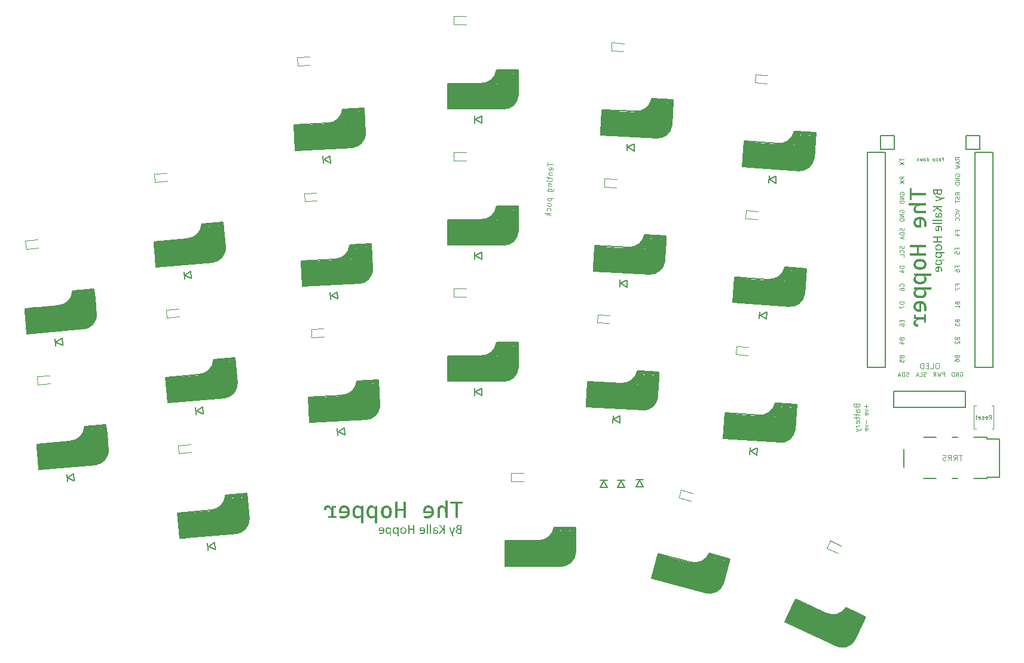
<source format=gbr>
%TF.GenerationSoftware,KiCad,Pcbnew,(6.0.7)*%
%TF.CreationDate,2022-10-20T09:52:42+02:00*%
%TF.ProjectId,Hopper-mx,486f7070-6572-42d6-9d78-2e6b69636164,rev?*%
%TF.SameCoordinates,Original*%
%TF.FileFunction,Legend,Bot*%
%TF.FilePolarity,Positive*%
%FSLAX46Y46*%
G04 Gerber Fmt 4.6, Leading zero omitted, Abs format (unit mm)*
G04 Created by KiCad (PCBNEW (6.0.7)) date 2022-10-20 09:52:42*
%MOMM*%
%LPD*%
G01*
G04 APERTURE LIST*
%ADD10C,0.125000*%
%ADD11C,0.080000*%
%ADD12C,0.100000*%
%ADD13C,0.120000*%
%ADD14C,0.150000*%
%ADD15C,0.800000*%
%ADD16C,0.500000*%
%ADD17C,1.000000*%
%ADD18C,0.400000*%
%ADD19C,3.500000*%
%ADD20C,3.000000*%
G04 APERTURE END LIST*
D10*
X205918820Y-45939153D02*
X206085487Y-45939153D01*
X206085487Y-46201058D02*
X206085487Y-45701058D01*
X205847392Y-45701058D01*
X205442630Y-46201058D02*
X205442630Y-45939153D01*
X205466439Y-45891534D01*
X205514058Y-45867725D01*
X205609296Y-45867725D01*
X205656915Y-45891534D01*
X205442630Y-46177248D02*
X205490249Y-46201058D01*
X205609296Y-46201058D01*
X205656915Y-46177248D01*
X205680725Y-46129629D01*
X205680725Y-46082010D01*
X205656915Y-46034391D01*
X205609296Y-46010582D01*
X205490249Y-46010582D01*
X205442630Y-45986772D01*
X204990249Y-46177248D02*
X205037868Y-46201058D01*
X205133106Y-46201058D01*
X205180725Y-46177248D01*
X205204535Y-46153439D01*
X205228344Y-46105820D01*
X205228344Y-45962963D01*
X205204535Y-45915344D01*
X205180725Y-45891534D01*
X205133106Y-45867725D01*
X205037868Y-45867725D01*
X204990249Y-45891534D01*
X204585487Y-46177248D02*
X204633106Y-46201058D01*
X204728344Y-46201058D01*
X204775963Y-46177248D01*
X204799773Y-46129629D01*
X204799773Y-45939153D01*
X204775963Y-45891534D01*
X204728344Y-45867725D01*
X204633106Y-45867725D01*
X204585487Y-45891534D01*
X204561677Y-45939153D01*
X204561677Y-45986772D01*
X204799773Y-46034391D01*
X203752154Y-46201058D02*
X203752154Y-45701058D01*
X203752154Y-46177248D02*
X203799773Y-46201058D01*
X203895011Y-46201058D01*
X203942630Y-46177248D01*
X203966439Y-46153439D01*
X203990249Y-46105820D01*
X203990249Y-45962963D01*
X203966439Y-45915344D01*
X203942630Y-45891534D01*
X203895011Y-45867725D01*
X203799773Y-45867725D01*
X203752154Y-45891534D01*
X203442630Y-46201058D02*
X203490249Y-46177248D01*
X203514058Y-46153439D01*
X203537868Y-46105820D01*
X203537868Y-45962963D01*
X203514058Y-45915344D01*
X203490249Y-45891534D01*
X203442630Y-45867725D01*
X203371201Y-45867725D01*
X203323582Y-45891534D01*
X203299773Y-45915344D01*
X203275963Y-45962963D01*
X203275963Y-46105820D01*
X203299773Y-46153439D01*
X203323582Y-46177248D01*
X203371201Y-46201058D01*
X203442630Y-46201058D01*
X203109296Y-45867725D02*
X203014058Y-46201058D01*
X202918820Y-45962963D01*
X202823582Y-46201058D01*
X202728344Y-45867725D01*
X202537868Y-45867725D02*
X202537868Y-46201058D01*
X202537868Y-45915344D02*
X202514058Y-45891534D01*
X202466439Y-45867725D01*
X202395011Y-45867725D01*
X202347392Y-45891534D01*
X202323582Y-45939153D01*
X202323582Y-46201058D01*
D11*
%TO.C,BT1*%
X195135857Y-80736435D02*
X195135857Y-81193578D01*
X195364428Y-80965006D02*
X194907285Y-80965006D01*
X194964428Y-81422149D02*
X195364428Y-81565006D01*
X194964428Y-81707863D01*
X195335857Y-82165006D02*
X195364428Y-82107863D01*
X195364428Y-81993578D01*
X195335857Y-81936435D01*
X195278714Y-81907863D01*
X195050142Y-81907863D01*
X194993000Y-81936435D01*
X194964428Y-81993578D01*
X194964428Y-82107863D01*
X194993000Y-82165006D01*
X195050142Y-82193578D01*
X195107285Y-82193578D01*
X195164428Y-81907863D01*
D12*
X193792857Y-80893578D02*
X193830952Y-81007863D01*
X193869047Y-81045959D01*
X193945238Y-81084054D01*
X194059523Y-81084054D01*
X194135714Y-81045959D01*
X194173809Y-81007863D01*
X194211904Y-80931673D01*
X194211904Y-80626911D01*
X193411904Y-80626911D01*
X193411904Y-80893578D01*
X193450000Y-80969768D01*
X193488095Y-81007863D01*
X193564285Y-81045959D01*
X193640476Y-81045959D01*
X193716666Y-81007863D01*
X193754761Y-80969768D01*
X193792857Y-80893578D01*
X193792857Y-80626911D01*
X194211904Y-81769768D02*
X193792857Y-81769768D01*
X193716666Y-81731673D01*
X193678571Y-81655482D01*
X193678571Y-81503101D01*
X193716666Y-81426911D01*
X194173809Y-81769768D02*
X194211904Y-81693578D01*
X194211904Y-81503101D01*
X194173809Y-81426911D01*
X194097619Y-81388816D01*
X194021428Y-81388816D01*
X193945238Y-81426911D01*
X193907142Y-81503101D01*
X193907142Y-81693578D01*
X193869047Y-81769768D01*
X193678571Y-82036435D02*
X193678571Y-82341197D01*
X193411904Y-82150721D02*
X194097619Y-82150721D01*
X194173809Y-82188816D01*
X194211904Y-82265006D01*
X194211904Y-82341197D01*
X193678571Y-82493578D02*
X193678571Y-82798340D01*
X193411904Y-82607863D02*
X194097619Y-82607863D01*
X194173809Y-82645959D01*
X194211904Y-82722149D01*
X194211904Y-82798340D01*
X194173809Y-83369768D02*
X194211904Y-83293578D01*
X194211904Y-83141197D01*
X194173809Y-83065006D01*
X194097619Y-83026911D01*
X193792857Y-83026911D01*
X193716666Y-83065006D01*
X193678571Y-83141197D01*
X193678571Y-83293578D01*
X193716666Y-83369768D01*
X193792857Y-83407863D01*
X193869047Y-83407863D01*
X193945238Y-83026911D01*
X194211904Y-83750721D02*
X193678571Y-83750721D01*
X193830952Y-83750721D02*
X193754761Y-83788816D01*
X193716666Y-83826911D01*
X193678571Y-83903101D01*
X193678571Y-83979292D01*
X193678571Y-84169768D02*
X194211904Y-84360244D01*
X193678571Y-84550721D02*
X194211904Y-84360244D01*
X194402380Y-84284054D01*
X194440476Y-84245959D01*
X194478571Y-84169768D01*
D11*
X195135857Y-82936435D02*
X195135857Y-83393578D01*
X194964428Y-83622149D02*
X195364428Y-83765006D01*
X194964428Y-83907863D01*
X195335857Y-84365006D02*
X195364428Y-84307863D01*
X195364428Y-84193578D01*
X195335857Y-84136435D01*
X195278714Y-84107863D01*
X195050142Y-84107863D01*
X194993000Y-84136435D01*
X194964428Y-84193578D01*
X194964428Y-84307863D01*
X194993000Y-84365006D01*
X195050142Y-84393578D01*
X195107285Y-84393578D01*
X195164428Y-84107863D01*
%TO.C,RSW1*%
X212530857Y-82821428D02*
X212730857Y-82535714D01*
X212873714Y-82821428D02*
X212873714Y-82221428D01*
X212645142Y-82221428D01*
X212588000Y-82250000D01*
X212559428Y-82278571D01*
X212530857Y-82335714D01*
X212530857Y-82421428D01*
X212559428Y-82478571D01*
X212588000Y-82507142D01*
X212645142Y-82535714D01*
X212873714Y-82535714D01*
X212045142Y-82792857D02*
X212102285Y-82821428D01*
X212216571Y-82821428D01*
X212273714Y-82792857D01*
X212302285Y-82735714D01*
X212302285Y-82507142D01*
X212273714Y-82450000D01*
X212216571Y-82421428D01*
X212102285Y-82421428D01*
X212045142Y-82450000D01*
X212016571Y-82507142D01*
X212016571Y-82564285D01*
X212302285Y-82621428D01*
X211788000Y-82792857D02*
X211730857Y-82821428D01*
X211616571Y-82821428D01*
X211559428Y-82792857D01*
X211530857Y-82735714D01*
X211530857Y-82707142D01*
X211559428Y-82650000D01*
X211616571Y-82621428D01*
X211702285Y-82621428D01*
X211759428Y-82592857D01*
X211788000Y-82535714D01*
X211788000Y-82507142D01*
X211759428Y-82450000D01*
X211702285Y-82421428D01*
X211616571Y-82421428D01*
X211559428Y-82450000D01*
X211045142Y-82792857D02*
X211102285Y-82821428D01*
X211216571Y-82821428D01*
X211273714Y-82792857D01*
X211302285Y-82735714D01*
X211302285Y-82507142D01*
X211273714Y-82450000D01*
X211216571Y-82421428D01*
X211102285Y-82421428D01*
X211045142Y-82450000D01*
X211016571Y-82507142D01*
X211016571Y-82564285D01*
X211302285Y-82621428D01*
X210845142Y-82421428D02*
X210616571Y-82421428D01*
X210759428Y-82221428D02*
X210759428Y-82735714D01*
X210730857Y-82792857D01*
X210673714Y-82821428D01*
X210616571Y-82821428D01*
D12*
%TO.C,PUCK1*%
X150003896Y-46432943D02*
X149979971Y-46889460D01*
X150790837Y-46703070D02*
X149991933Y-46661202D01*
X150710925Y-47499980D02*
X150752956Y-47425888D01*
X150760931Y-47273716D01*
X150726875Y-47195636D01*
X150652783Y-47153605D01*
X150348439Y-47137655D01*
X150270359Y-47171711D01*
X150228328Y-47245803D01*
X150220353Y-47397975D01*
X150254409Y-47476055D01*
X150328501Y-47518086D01*
X150404587Y-47522073D01*
X150500611Y-47145630D01*
X150196428Y-47854492D02*
X150729031Y-47882404D01*
X150272514Y-47858479D02*
X150232478Y-47894529D01*
X150190447Y-47968621D01*
X150184466Y-48082750D01*
X150218521Y-48160830D01*
X150292614Y-48202860D01*
X150711087Y-48224792D01*
X150164528Y-48463180D02*
X150148578Y-48767524D01*
X149892246Y-48563353D02*
X150577020Y-48599241D01*
X150651113Y-48641271D01*
X150685168Y-48719351D01*
X150681181Y-48795437D01*
X150667225Y-49061738D02*
X150134622Y-49033826D01*
X149868321Y-49019869D02*
X149908358Y-48983820D01*
X149944407Y-49023857D01*
X149904370Y-49059906D01*
X149868321Y-49019869D01*
X149944407Y-49023857D01*
X150114685Y-49414256D02*
X150647287Y-49442169D01*
X150190771Y-49418243D02*
X150150734Y-49454293D01*
X150108703Y-49528385D01*
X150102722Y-49642514D01*
X150136778Y-49720594D01*
X150210870Y-49762625D01*
X150629343Y-49784556D01*
X150058860Y-50479461D02*
X150705591Y-50513355D01*
X150783671Y-50479299D01*
X150823708Y-50443250D01*
X150865738Y-50369157D01*
X150871719Y-50255028D01*
X150837664Y-50176949D01*
X150553419Y-50505380D02*
X150595450Y-50431287D01*
X150603425Y-50279115D01*
X150569369Y-50201035D01*
X150533320Y-50160999D01*
X150459227Y-50118968D01*
X150230969Y-50107006D01*
X150152889Y-50141061D01*
X150112853Y-50177110D01*
X150070822Y-50251203D01*
X150062847Y-50403375D01*
X150096903Y-50481455D01*
X150007022Y-51468580D02*
X150805926Y-51510448D01*
X150045065Y-51470573D02*
X150003035Y-51544666D01*
X149995060Y-51696838D01*
X150029115Y-51774918D01*
X150065164Y-51814954D01*
X150139257Y-51856985D01*
X150367515Y-51868947D01*
X150445595Y-51834892D01*
X150485631Y-51798843D01*
X150527662Y-51724750D01*
X150535637Y-51572578D01*
X150501581Y-51494498D01*
X149951197Y-52533784D02*
X150483799Y-52561697D01*
X149969141Y-52191397D02*
X150387614Y-52213328D01*
X150461706Y-52255359D01*
X150495762Y-52333439D01*
X150489781Y-52447568D01*
X150447750Y-52521660D01*
X150407713Y-52557709D01*
X150407875Y-53282521D02*
X150449906Y-53208428D01*
X150457881Y-53056256D01*
X150423825Y-52978177D01*
X150387776Y-52938140D01*
X150313684Y-52896109D01*
X150085425Y-52884147D01*
X150007346Y-52918202D01*
X149967309Y-52954252D01*
X149925278Y-53028344D01*
X149917303Y-53180516D01*
X149951359Y-53258596D01*
X150427974Y-53626902D02*
X149629071Y-53585033D01*
X150119643Y-53687038D02*
X150412024Y-53931246D01*
X149879422Y-53903334D02*
X150199716Y-53614939D01*
%TO.C,J1*%
X208725198Y-87868326D02*
X208268055Y-87868326D01*
X208496627Y-88668326D02*
X208496627Y-87868326D01*
X207544246Y-88668326D02*
X207810913Y-88287374D01*
X208001389Y-88668326D02*
X208001389Y-87868326D01*
X207696627Y-87868326D01*
X207620436Y-87906422D01*
X207582341Y-87944517D01*
X207544246Y-88020707D01*
X207544246Y-88134993D01*
X207582341Y-88211183D01*
X207620436Y-88249279D01*
X207696627Y-88287374D01*
X208001389Y-88287374D01*
X206744246Y-88668326D02*
X207010913Y-88287374D01*
X207201389Y-88668326D02*
X207201389Y-87868326D01*
X206896627Y-87868326D01*
X206820436Y-87906422D01*
X206782341Y-87944517D01*
X206744246Y-88020707D01*
X206744246Y-88134993D01*
X206782341Y-88211183D01*
X206820436Y-88249279D01*
X206896627Y-88287374D01*
X207201389Y-88287374D01*
X206439484Y-88630231D02*
X206325198Y-88668326D01*
X206134722Y-88668326D01*
X206058532Y-88630231D01*
X206020436Y-88592136D01*
X205982341Y-88515945D01*
X205982341Y-88439755D01*
X206020436Y-88363564D01*
X206058532Y-88325469D01*
X206134722Y-88287374D01*
X206287103Y-88249279D01*
X206363294Y-88211183D01*
X206401389Y-88173088D01*
X206439484Y-88096898D01*
X206439484Y-88020707D01*
X206401389Y-87944517D01*
X206363294Y-87906422D01*
X206287103Y-87868326D01*
X206096627Y-87868326D01*
X205982341Y-87906422D01*
D11*
%TO.C,U1*%
X199935227Y-50944258D02*
X199906655Y-50887115D01*
X199906655Y-50801401D01*
X199935227Y-50715686D01*
X199992369Y-50658543D01*
X200049512Y-50629972D01*
X200163798Y-50601401D01*
X200249512Y-50601401D01*
X200363798Y-50629972D01*
X200420941Y-50658543D01*
X200478084Y-50715686D01*
X200506655Y-50801401D01*
X200506655Y-50858543D01*
X200478084Y-50944258D01*
X200449512Y-50972829D01*
X200249512Y-50972829D01*
X200249512Y-50858543D01*
X200506655Y-51229972D02*
X199906655Y-51229972D01*
X200506655Y-51572829D01*
X199906655Y-51572829D01*
X200506655Y-51858543D02*
X199906655Y-51858543D01*
X199906655Y-52001401D01*
X199935227Y-52087115D01*
X199992369Y-52144258D01*
X200049512Y-52172829D01*
X200163798Y-52201401D01*
X200249512Y-52201401D01*
X200363798Y-52172829D01*
X200420941Y-52144258D01*
X200478084Y-52087115D01*
X200506655Y-52001401D01*
X200506655Y-51858543D01*
X200472912Y-61094816D02*
X199872912Y-61094816D01*
X199872912Y-61237674D01*
X199901484Y-61323388D01*
X199958626Y-61380531D01*
X200015769Y-61409102D01*
X200130055Y-61437674D01*
X200215769Y-61437674D01*
X200330055Y-61409102D01*
X200387198Y-61380531D01*
X200444341Y-61323388D01*
X200472912Y-61237674D01*
X200472912Y-61094816D01*
X200072912Y-61951959D02*
X200472912Y-61951959D01*
X199844341Y-61809102D02*
X200272912Y-61666245D01*
X200272912Y-62037674D01*
X208026233Y-63824165D02*
X208026233Y-63624165D01*
X208340519Y-63624165D02*
X207740519Y-63624165D01*
X207740519Y-63909879D01*
X207740519Y-64081307D02*
X207740519Y-64481307D01*
X208340519Y-64224165D01*
X208005233Y-61273590D02*
X208005233Y-61073590D01*
X208319519Y-61073590D02*
X207719519Y-61073590D01*
X207719519Y-61359304D01*
X207719519Y-61845018D02*
X207719519Y-61730732D01*
X207748091Y-61673590D01*
X207776662Y-61645018D01*
X207862376Y-61587875D01*
X207976662Y-61559304D01*
X208205233Y-61559304D01*
X208262376Y-61587875D01*
X208290948Y-61616447D01*
X208319519Y-61673590D01*
X208319519Y-61787875D01*
X208290948Y-61845018D01*
X208262376Y-61873590D01*
X208205233Y-61902161D01*
X208062376Y-61902161D01*
X208005233Y-61873590D01*
X207976662Y-61845018D01*
X207948091Y-61787875D01*
X207948091Y-61673590D01*
X207976662Y-61616447D01*
X208005233Y-61587875D01*
X208062376Y-61559304D01*
X200475719Y-66175909D02*
X199875719Y-66175909D01*
X199875719Y-66318767D01*
X199904291Y-66404481D01*
X199961433Y-66461624D01*
X200018576Y-66490195D01*
X200132862Y-66518767D01*
X200218576Y-66518767D01*
X200332862Y-66490195D01*
X200390005Y-66461624D01*
X200447148Y-66404481D01*
X200475719Y-66318767D01*
X200475719Y-66175909D01*
X199875719Y-66718767D02*
X199875719Y-67118767D01*
X200475719Y-66861624D01*
X208001246Y-73926720D02*
X208029818Y-74012435D01*
X208058389Y-74041006D01*
X208115532Y-74069578D01*
X208201246Y-74069578D01*
X208258389Y-74041006D01*
X208286961Y-74012435D01*
X208315532Y-73955292D01*
X208315532Y-73726720D01*
X207715532Y-73726720D01*
X207715532Y-73926720D01*
X207744104Y-73983863D01*
X207772675Y-74012435D01*
X207829818Y-74041006D01*
X207886961Y-74041006D01*
X207944104Y-74012435D01*
X207972675Y-73983863D01*
X208001246Y-73926720D01*
X208001246Y-73726720D01*
X207715532Y-74583863D02*
X207715532Y-74469578D01*
X207744104Y-74412435D01*
X207772675Y-74383863D01*
X207858389Y-74326720D01*
X207972675Y-74298149D01*
X208201246Y-74298149D01*
X208258389Y-74326720D01*
X208286961Y-74355292D01*
X208315532Y-74412435D01*
X208315532Y-74526720D01*
X208286961Y-74583863D01*
X208258389Y-74612435D01*
X208201246Y-74641006D01*
X208058389Y-74641006D01*
X208001246Y-74612435D01*
X207972675Y-74583863D01*
X207944104Y-74526720D01*
X207944104Y-74412435D01*
X207972675Y-74355292D01*
X208001246Y-74326720D01*
X208058389Y-74298149D01*
X200451135Y-55734207D02*
X200479706Y-55819921D01*
X200479706Y-55962779D01*
X200451135Y-56019921D01*
X200422563Y-56048493D01*
X200365420Y-56077064D01*
X200308278Y-56077064D01*
X200251135Y-56048493D01*
X200222563Y-56019921D01*
X200193992Y-55962779D01*
X200165420Y-55848493D01*
X200136849Y-55791350D01*
X200108278Y-55762779D01*
X200051135Y-55734207D01*
X199993992Y-55734207D01*
X199936849Y-55762779D01*
X199908278Y-55791350D01*
X199879706Y-55848493D01*
X199879706Y-55991350D01*
X199908278Y-56077064D01*
X200479706Y-56334207D02*
X199879706Y-56334207D01*
X199879706Y-56477064D01*
X199908278Y-56562779D01*
X199965420Y-56619921D01*
X200022563Y-56648493D01*
X200136849Y-56677064D01*
X200222563Y-56677064D01*
X200336849Y-56648493D01*
X200393992Y-56619921D01*
X200451135Y-56562779D01*
X200479706Y-56477064D01*
X200479706Y-56334207D01*
X200308278Y-56905636D02*
X200308278Y-57191350D01*
X200479706Y-56848493D02*
X199879706Y-57048493D01*
X200479706Y-57248493D01*
X200161433Y-68744481D02*
X200161433Y-68944481D01*
X200475719Y-69030195D02*
X200475719Y-68744481D01*
X199875719Y-68744481D01*
X199875719Y-69030195D01*
X199875719Y-69544481D02*
X199875719Y-69430195D01*
X199904291Y-69373052D01*
X199932862Y-69344481D01*
X200018576Y-69287338D01*
X200132862Y-69258767D01*
X200361433Y-69258767D01*
X200418576Y-69287338D01*
X200447148Y-69315909D01*
X200475719Y-69373052D01*
X200475719Y-69487338D01*
X200447148Y-69544481D01*
X200418576Y-69573052D01*
X200361433Y-69601624D01*
X200218576Y-69601624D01*
X200161433Y-69573052D01*
X200132862Y-69544481D01*
X200104291Y-69487338D01*
X200104291Y-69373052D01*
X200132862Y-69315909D01*
X200161433Y-69287338D01*
X200218576Y-69258767D01*
X200154639Y-71450804D02*
X200183211Y-71536519D01*
X200211782Y-71565090D01*
X200268925Y-71593662D01*
X200354639Y-71593662D01*
X200411782Y-71565090D01*
X200440354Y-71536519D01*
X200468925Y-71479376D01*
X200468925Y-71250804D01*
X199868925Y-71250804D01*
X199868925Y-71450804D01*
X199897497Y-71507947D01*
X199926068Y-71536519D01*
X199983211Y-71565090D01*
X200040354Y-71565090D01*
X200097497Y-71536519D01*
X200126068Y-71507947D01*
X200154639Y-71450804D01*
X200154639Y-71250804D01*
X200068925Y-72107947D02*
X200468925Y-72107947D01*
X199840354Y-71965090D02*
X200268925Y-71822233D01*
X200268925Y-72193662D01*
X200154639Y-73990804D02*
X200183211Y-74076519D01*
X200211782Y-74105090D01*
X200268925Y-74133662D01*
X200354639Y-74133662D01*
X200411782Y-74105090D01*
X200440354Y-74076519D01*
X200468925Y-74019376D01*
X200468925Y-73790804D01*
X199868925Y-73790804D01*
X199868925Y-73990804D01*
X199897497Y-74047947D01*
X199926068Y-74076519D01*
X199983211Y-74105090D01*
X200040354Y-74105090D01*
X200097497Y-74076519D01*
X200126068Y-74047947D01*
X200154639Y-73990804D01*
X200154639Y-73790804D01*
X199868925Y-74676519D02*
X199868925Y-74390804D01*
X200154639Y-74362233D01*
X200126068Y-74390804D01*
X200097497Y-74447947D01*
X200097497Y-74590804D01*
X200126068Y-74647947D01*
X200154639Y-74676519D01*
X200211782Y-74705090D01*
X200354639Y-74705090D01*
X200411782Y-74676519D01*
X200440354Y-74647947D01*
X200468925Y-74590804D01*
X200468925Y-74447947D01*
X200440354Y-74390804D01*
X200411782Y-74362233D01*
X208353262Y-51008745D02*
X208067548Y-50808745D01*
X208353262Y-50665888D02*
X207753262Y-50665888D01*
X207753262Y-50894459D01*
X207781834Y-50951602D01*
X207810405Y-50980174D01*
X207867548Y-51008745D01*
X207953262Y-51008745D01*
X208010405Y-50980174D01*
X208038976Y-50951602D01*
X208067548Y-50894459D01*
X208067548Y-50665888D01*
X208324691Y-51237317D02*
X208353262Y-51323031D01*
X208353262Y-51465888D01*
X208324691Y-51523031D01*
X208296119Y-51551602D01*
X208238976Y-51580174D01*
X208181834Y-51580174D01*
X208124691Y-51551602D01*
X208096119Y-51523031D01*
X208067548Y-51465888D01*
X208038976Y-51351602D01*
X208010405Y-51294459D01*
X207981834Y-51265888D01*
X207924691Y-51237317D01*
X207867548Y-51237317D01*
X207810405Y-51265888D01*
X207781834Y-51294459D01*
X207753262Y-51351602D01*
X207753262Y-51494459D01*
X207781834Y-51580174D01*
X207753262Y-51751602D02*
X207753262Y-52094459D01*
X208353262Y-51923031D02*
X207753262Y-51923031D01*
X208353262Y-46043031D02*
X208067548Y-45843031D01*
X208353262Y-45700174D02*
X207753262Y-45700174D01*
X207753262Y-45928745D01*
X207781834Y-45985888D01*
X207810405Y-46014459D01*
X207867548Y-46043031D01*
X207953262Y-46043031D01*
X208010405Y-46014459D01*
X208038976Y-45985888D01*
X208067548Y-45928745D01*
X208067548Y-45700174D01*
X208181834Y-46271602D02*
X208181834Y-46557317D01*
X208353262Y-46214459D02*
X207753262Y-46414459D01*
X208353262Y-46614459D01*
X207753262Y-46757317D02*
X208353262Y-46900174D01*
X207924691Y-47014459D01*
X208353262Y-47128745D01*
X207753262Y-47271602D01*
X207781834Y-48340174D02*
X207753262Y-48283031D01*
X207753262Y-48197317D01*
X207781834Y-48111602D01*
X207838976Y-48054459D01*
X207896119Y-48025888D01*
X208010405Y-47997317D01*
X208096119Y-47997317D01*
X208210405Y-48025888D01*
X208267548Y-48054459D01*
X208324691Y-48111602D01*
X208353262Y-48197317D01*
X208353262Y-48254459D01*
X208324691Y-48340174D01*
X208296119Y-48368745D01*
X208096119Y-48368745D01*
X208096119Y-48254459D01*
X208353262Y-48625888D02*
X207753262Y-48625888D01*
X208353262Y-48968745D01*
X207753262Y-48968745D01*
X208353262Y-49254459D02*
X207753262Y-49254459D01*
X207753262Y-49397317D01*
X207781834Y-49483031D01*
X207838976Y-49540174D01*
X207896119Y-49568745D01*
X208010405Y-49597317D01*
X208096119Y-49597317D01*
X208210405Y-49568745D01*
X208267548Y-49540174D01*
X208324691Y-49483031D01*
X208353262Y-49397317D01*
X208353262Y-49254459D01*
X208005233Y-58733590D02*
X208005233Y-58533590D01*
X208319519Y-58533590D02*
X207719519Y-58533590D01*
X207719519Y-58819304D01*
X207719519Y-59333590D02*
X207719519Y-59047875D01*
X208005233Y-59019304D01*
X207976662Y-59047875D01*
X207948091Y-59105018D01*
X207948091Y-59247875D01*
X207976662Y-59305018D01*
X208005233Y-59333590D01*
X208062376Y-59362161D01*
X208205233Y-59362161D01*
X208262376Y-59333590D01*
X208290948Y-59305018D01*
X208319519Y-59247875D01*
X208319519Y-59105018D01*
X208290948Y-59047875D01*
X208262376Y-59019304D01*
X200444341Y-58283388D02*
X200472912Y-58369102D01*
X200472912Y-58511959D01*
X200444341Y-58569102D01*
X200415769Y-58597674D01*
X200358626Y-58626245D01*
X200301484Y-58626245D01*
X200244341Y-58597674D01*
X200215769Y-58569102D01*
X200187198Y-58511959D01*
X200158626Y-58397674D01*
X200130055Y-58340531D01*
X200101484Y-58311959D01*
X200044341Y-58283388D01*
X199987198Y-58283388D01*
X199930055Y-58311959D01*
X199901484Y-58340531D01*
X199872912Y-58397674D01*
X199872912Y-58540531D01*
X199901484Y-58626245D01*
X200415769Y-59226245D02*
X200444341Y-59197674D01*
X200472912Y-59111959D01*
X200472912Y-59054816D01*
X200444341Y-58969102D01*
X200387198Y-58911959D01*
X200330055Y-58883388D01*
X200215769Y-58854816D01*
X200130055Y-58854816D01*
X200015769Y-58883388D01*
X199958626Y-58911959D01*
X199901484Y-58969102D01*
X199872912Y-59054816D01*
X199872912Y-59111959D01*
X199901484Y-59197674D01*
X199930055Y-59226245D01*
X200472912Y-59769102D02*
X200472912Y-59483388D01*
X199872912Y-59483388D01*
X208012027Y-56198695D02*
X208012027Y-55998695D01*
X208326313Y-55998695D02*
X207726313Y-55998695D01*
X207726313Y-56284409D01*
X207926313Y-56770123D02*
X208326313Y-56770123D01*
X207697742Y-56627266D02*
X208126313Y-56484409D01*
X208126313Y-56855837D01*
X208008040Y-68851825D02*
X208036612Y-68937540D01*
X208065183Y-68966111D01*
X208122326Y-68994683D01*
X208208040Y-68994683D01*
X208265183Y-68966111D01*
X208293755Y-68937540D01*
X208322326Y-68880397D01*
X208322326Y-68651825D01*
X207722326Y-68651825D01*
X207722326Y-68851825D01*
X207750898Y-68908968D01*
X207779469Y-68937540D01*
X207836612Y-68966111D01*
X207893755Y-68966111D01*
X207950898Y-68937540D01*
X207979469Y-68908968D01*
X208008040Y-68851825D01*
X208008040Y-68651825D01*
X207722326Y-69194683D02*
X207722326Y-69566111D01*
X207950898Y-69366111D01*
X207950898Y-69451825D01*
X207979469Y-69508968D01*
X208008040Y-69537540D01*
X208065183Y-69566111D01*
X208208040Y-69566111D01*
X208265183Y-69537540D01*
X208293755Y-69508968D01*
X208322326Y-69451825D01*
X208322326Y-69280397D01*
X208293755Y-69223254D01*
X208265183Y-69194683D01*
X208001246Y-71386720D02*
X208029818Y-71472435D01*
X208058389Y-71501006D01*
X208115532Y-71529578D01*
X208201246Y-71529578D01*
X208258389Y-71501006D01*
X208286961Y-71472435D01*
X208315532Y-71415292D01*
X208315532Y-71186720D01*
X207715532Y-71186720D01*
X207715532Y-71386720D01*
X207744104Y-71443863D01*
X207772675Y-71472435D01*
X207829818Y-71501006D01*
X207886961Y-71501006D01*
X207944104Y-71472435D01*
X207972675Y-71443863D01*
X208001246Y-71386720D01*
X208001246Y-71186720D01*
X207772675Y-71758149D02*
X207744104Y-71786720D01*
X207715532Y-71843863D01*
X207715532Y-71986720D01*
X207744104Y-72043863D01*
X207772675Y-72072435D01*
X207829818Y-72101006D01*
X207886961Y-72101006D01*
X207972675Y-72072435D01*
X208315532Y-71729578D01*
X208315532Y-72101006D01*
X200506655Y-48761401D02*
X200220941Y-48561401D01*
X200506655Y-48418543D02*
X199906655Y-48418543D01*
X199906655Y-48647115D01*
X199935227Y-48704258D01*
X199963798Y-48732829D01*
X200020941Y-48761401D01*
X200106655Y-48761401D01*
X200163798Y-48732829D01*
X200192369Y-48704258D01*
X200220941Y-48647115D01*
X200220941Y-48418543D01*
X199906655Y-48961401D02*
X200506655Y-49361401D01*
X199906655Y-49361401D02*
X200506655Y-48961401D01*
X207726313Y-53058695D02*
X208326313Y-53258695D01*
X207726313Y-53458695D01*
X208269170Y-54001552D02*
X208297742Y-53972980D01*
X208326313Y-53887266D01*
X208326313Y-53830123D01*
X208297742Y-53744409D01*
X208240599Y-53687266D01*
X208183456Y-53658695D01*
X208069170Y-53630123D01*
X207983456Y-53630123D01*
X207869170Y-53658695D01*
X207812027Y-53687266D01*
X207754885Y-53744409D01*
X207726313Y-53830123D01*
X207726313Y-53887266D01*
X207754885Y-53972980D01*
X207783456Y-54001552D01*
X208269170Y-54601552D02*
X208297742Y-54572980D01*
X208326313Y-54487266D01*
X208326313Y-54430123D01*
X208297742Y-54344409D01*
X208240599Y-54287266D01*
X208183456Y-54258695D01*
X208069170Y-54230123D01*
X207983456Y-54230123D01*
X207869170Y-54258695D01*
X207812027Y-54287266D01*
X207754885Y-54344409D01*
X207726313Y-54430123D01*
X207726313Y-54487266D01*
X207754885Y-54572980D01*
X207783456Y-54601552D01*
X208008040Y-66311825D02*
X208036612Y-66397540D01*
X208065183Y-66426111D01*
X208122326Y-66454683D01*
X208208040Y-66454683D01*
X208265183Y-66426111D01*
X208293755Y-66397540D01*
X208322326Y-66340397D01*
X208322326Y-66111825D01*
X207722326Y-66111825D01*
X207722326Y-66311825D01*
X207750898Y-66368968D01*
X207779469Y-66397540D01*
X207836612Y-66426111D01*
X207893755Y-66426111D01*
X207950898Y-66397540D01*
X207979469Y-66368968D01*
X208008040Y-66311825D01*
X208008040Y-66111825D01*
X208322326Y-67026111D02*
X208322326Y-66683254D01*
X208322326Y-66854683D02*
X207722326Y-66854683D01*
X207808040Y-66797540D01*
X207865183Y-66740397D01*
X207893755Y-66683254D01*
X199899820Y-45862731D02*
X199899820Y-46205588D01*
X200499820Y-46034159D02*
X199899820Y-46034159D01*
X199899820Y-46348445D02*
X200499820Y-46748445D01*
X199899820Y-46748445D02*
X200499820Y-46348445D01*
X199908278Y-53465636D02*
X199879706Y-53408493D01*
X199879706Y-53322779D01*
X199908278Y-53237064D01*
X199965420Y-53179921D01*
X200022563Y-53151350D01*
X200136849Y-53122779D01*
X200222563Y-53122779D01*
X200336849Y-53151350D01*
X200393992Y-53179921D01*
X200451135Y-53237064D01*
X200479706Y-53322779D01*
X200479706Y-53379921D01*
X200451135Y-53465636D01*
X200422563Y-53494207D01*
X200222563Y-53494207D01*
X200222563Y-53379921D01*
X200479706Y-53751350D02*
X199879706Y-53751350D01*
X200479706Y-54094207D01*
X199879706Y-54094207D01*
X200479706Y-54379921D02*
X199879706Y-54379921D01*
X199879706Y-54522779D01*
X199908278Y-54608493D01*
X199965420Y-54665636D01*
X200022563Y-54694207D01*
X200136849Y-54722779D01*
X200222563Y-54722779D01*
X200336849Y-54694207D01*
X200393992Y-54665636D01*
X200451135Y-54608493D01*
X200479706Y-54522779D01*
X200479706Y-54379921D01*
X200436769Y-63988249D02*
X200465341Y-63959677D01*
X200493912Y-63873963D01*
X200493912Y-63816820D01*
X200465341Y-63731106D01*
X200408198Y-63673963D01*
X200351055Y-63645391D01*
X200236769Y-63616820D01*
X200151055Y-63616820D01*
X200036769Y-63645391D01*
X199979626Y-63673963D01*
X199922484Y-63731106D01*
X199893912Y-63816820D01*
X199893912Y-63873963D01*
X199922484Y-63959677D01*
X199951055Y-63988249D01*
X199893912Y-64502534D02*
X199893912Y-64388249D01*
X199922484Y-64331106D01*
X199951055Y-64302534D01*
X200036769Y-64245391D01*
X200151055Y-64216820D01*
X200379626Y-64216820D01*
X200436769Y-64245391D01*
X200465341Y-64273963D01*
X200493912Y-64331106D01*
X200493912Y-64445391D01*
X200465341Y-64502534D01*
X200436769Y-64531106D01*
X200379626Y-64559677D01*
X200236769Y-64559677D01*
X200179626Y-64531106D01*
X200151055Y-64502534D01*
X200122484Y-64445391D01*
X200122484Y-64331106D01*
X200151055Y-64273963D01*
X200179626Y-64245391D01*
X200236769Y-64216820D01*
%TO.C,O1*%
X206282314Y-76702501D02*
X206282314Y-76102501D01*
X206053742Y-76102501D01*
X205996599Y-76131073D01*
X205968028Y-76159644D01*
X205939456Y-76216787D01*
X205939456Y-76302501D01*
X205968028Y-76359644D01*
X205996599Y-76388215D01*
X206053742Y-76416787D01*
X206282314Y-76416787D01*
X205739456Y-76102501D02*
X205596599Y-76702501D01*
X205482314Y-76273930D01*
X205368028Y-76702501D01*
X205225171Y-76102501D01*
X204653742Y-76702501D02*
X204853742Y-76416787D01*
X204996599Y-76702501D02*
X204996599Y-76102501D01*
X204768028Y-76102501D01*
X204710885Y-76131073D01*
X204682314Y-76159644D01*
X204653742Y-76216787D01*
X204653742Y-76302501D01*
X204682314Y-76359644D01*
X204710885Y-76388215D01*
X204768028Y-76416787D01*
X204996599Y-76416787D01*
D12*
X205314390Y-74840713D02*
X205162009Y-74840713D01*
X205085819Y-74878809D01*
X205009628Y-74954999D01*
X204971533Y-75107380D01*
X204971533Y-75374047D01*
X205009628Y-75526428D01*
X205085819Y-75602618D01*
X205162009Y-75640713D01*
X205314390Y-75640713D01*
X205390581Y-75602618D01*
X205466771Y-75526428D01*
X205504866Y-75374047D01*
X205504866Y-75107380D01*
X205466771Y-74954999D01*
X205390581Y-74878809D01*
X205314390Y-74840713D01*
X204247724Y-75640713D02*
X204628676Y-75640713D01*
X204628676Y-74840713D01*
X203981057Y-75221666D02*
X203714390Y-75221666D01*
X203600105Y-75640713D02*
X203981057Y-75640713D01*
X203981057Y-74840713D01*
X203600105Y-74840713D01*
X203257247Y-75640713D02*
X203257247Y-74840713D01*
X203066771Y-74840713D01*
X202952486Y-74878809D01*
X202876295Y-74954999D01*
X202838200Y-75031189D01*
X202800105Y-75183570D01*
X202800105Y-75297856D01*
X202838200Y-75450237D01*
X202876295Y-75526428D01*
X202952486Y-75602618D01*
X203066771Y-75640713D01*
X203257247Y-75640713D01*
D11*
X208479456Y-76131073D02*
X208536599Y-76102501D01*
X208622314Y-76102501D01*
X208708028Y-76131073D01*
X208765171Y-76188215D01*
X208793742Y-76245358D01*
X208822314Y-76359644D01*
X208822314Y-76445358D01*
X208793742Y-76559644D01*
X208765171Y-76616787D01*
X208708028Y-76673930D01*
X208622314Y-76702501D01*
X208565171Y-76702501D01*
X208479456Y-76673930D01*
X208450885Y-76645358D01*
X208450885Y-76445358D01*
X208565171Y-76445358D01*
X208193742Y-76702501D02*
X208193742Y-76102501D01*
X207850885Y-76702501D01*
X207850885Y-76102501D01*
X207565171Y-76702501D02*
X207565171Y-76102501D01*
X207422314Y-76102501D01*
X207336599Y-76131073D01*
X207279456Y-76188215D01*
X207250885Y-76245358D01*
X207222314Y-76359644D01*
X207222314Y-76445358D01*
X207250885Y-76559644D01*
X207279456Y-76616787D01*
X207336599Y-76673930D01*
X207422314Y-76702501D01*
X207565171Y-76702501D01*
X203613742Y-76673930D02*
X203528028Y-76702501D01*
X203385171Y-76702501D01*
X203328028Y-76673930D01*
X203299456Y-76645358D01*
X203270885Y-76588215D01*
X203270885Y-76531073D01*
X203299456Y-76473930D01*
X203328028Y-76445358D01*
X203385171Y-76416787D01*
X203499456Y-76388215D01*
X203556599Y-76359644D01*
X203585171Y-76331073D01*
X203613742Y-76273930D01*
X203613742Y-76216787D01*
X203585171Y-76159644D01*
X203556599Y-76131073D01*
X203499456Y-76102501D01*
X203356599Y-76102501D01*
X203270885Y-76131073D01*
X202728028Y-76702501D02*
X203013742Y-76702501D01*
X203013742Y-76102501D01*
X202556599Y-76531073D02*
X202270885Y-76531073D01*
X202613742Y-76702501D02*
X202413742Y-76102501D01*
X202213742Y-76702501D01*
X201130885Y-76673930D02*
X201045171Y-76702501D01*
X200902314Y-76702501D01*
X200845171Y-76673930D01*
X200816599Y-76645358D01*
X200788028Y-76588215D01*
X200788028Y-76531073D01*
X200816599Y-76473930D01*
X200845171Y-76445358D01*
X200902314Y-76416787D01*
X201016599Y-76388215D01*
X201073742Y-76359644D01*
X201102314Y-76331073D01*
X201130885Y-76273930D01*
X201130885Y-76216787D01*
X201102314Y-76159644D01*
X201073742Y-76131073D01*
X201016599Y-76102501D01*
X200873742Y-76102501D01*
X200788028Y-76131073D01*
X200530885Y-76702501D02*
X200530885Y-76102501D01*
X200388028Y-76102501D01*
X200302314Y-76131073D01*
X200245171Y-76188215D01*
X200216599Y-76245358D01*
X200188028Y-76359644D01*
X200188028Y-76445358D01*
X200216599Y-76559644D01*
X200245171Y-76616787D01*
X200302314Y-76673930D01*
X200388028Y-76702501D01*
X200530885Y-76702501D01*
X199959456Y-76531073D02*
X199673742Y-76531073D01*
X200016599Y-76702501D02*
X199816599Y-76102501D01*
X199616599Y-76702501D01*
%TO.C,*%
G36*
X205377950Y-61162025D02*
G01*
X205419459Y-61160903D01*
X205461315Y-61161901D01*
X205502741Y-61164970D01*
X205542962Y-61170059D01*
X205581202Y-61177121D01*
X205616685Y-61186106D01*
X205623442Y-61188138D01*
X205661515Y-61201599D01*
X205696537Y-61217614D01*
X205728578Y-61236238D01*
X205757706Y-61257526D01*
X205783990Y-61281534D01*
X205807499Y-61308316D01*
X205828303Y-61337929D01*
X205846470Y-61370428D01*
X205854581Y-61387829D01*
X205867987Y-61422954D01*
X205878557Y-61460444D01*
X205886342Y-61500499D01*
X205891396Y-61543324D01*
X205891526Y-61545074D01*
X205891924Y-61554671D01*
X205892094Y-61567300D01*
X205892058Y-61582184D01*
X205891836Y-61598548D01*
X205891447Y-61615614D01*
X205890913Y-61632607D01*
X205890253Y-61648750D01*
X205889487Y-61663268D01*
X205888636Y-61675385D01*
X205887720Y-61684324D01*
X205885489Y-61699502D01*
X205882182Y-61718943D01*
X205878267Y-61739676D01*
X205873962Y-61760647D01*
X205869484Y-61780805D01*
X205865048Y-61799096D01*
X205860874Y-61814469D01*
X205858013Y-61823965D01*
X205851153Y-61844713D01*
X205844114Y-61863391D01*
X205837064Y-61879624D01*
X205830176Y-61893037D01*
X205823617Y-61903256D01*
X205817559Y-61909906D01*
X205815044Y-61911867D01*
X205809563Y-61915267D01*
X205803309Y-61917775D01*
X205795637Y-61919511D01*
X205785904Y-61920600D01*
X205773468Y-61921163D01*
X205757685Y-61921324D01*
X205749386Y-61921300D01*
X205738143Y-61921130D01*
X205729730Y-61920741D01*
X205723415Y-61920071D01*
X205718463Y-61919059D01*
X205714142Y-61917642D01*
X205709135Y-61915295D01*
X205702967Y-61910198D01*
X205699615Y-61903387D01*
X205699021Y-61894526D01*
X205701129Y-61883283D01*
X205705881Y-61869324D01*
X205713052Y-61850850D01*
X205723383Y-61823263D01*
X205732155Y-61798355D01*
X205739522Y-61775575D01*
X205745640Y-61754373D01*
X205750663Y-61734198D01*
X205754746Y-61714498D01*
X205758045Y-61694724D01*
X205760713Y-61674324D01*
X205761209Y-61669231D01*
X205761976Y-61657083D01*
X205762509Y-61642502D01*
X205762808Y-61626405D01*
X205762872Y-61609711D01*
X205762701Y-61593338D01*
X205762294Y-61578204D01*
X205761651Y-61565226D01*
X205760772Y-61555324D01*
X205755591Y-61524577D01*
X205747124Y-61493417D01*
X205735763Y-61464824D01*
X205721555Y-61438883D01*
X205704546Y-61415677D01*
X205684783Y-61395289D01*
X205662313Y-61377804D01*
X205656239Y-61373842D01*
X205632474Y-61360519D01*
X205606867Y-61349530D01*
X205579077Y-61340779D01*
X205548767Y-61334174D01*
X205515595Y-61329619D01*
X205479223Y-61327021D01*
X205448762Y-61325700D01*
X205448223Y-61619512D01*
X205447685Y-61913324D01*
X205441960Y-61924981D01*
X205440861Y-61927161D01*
X205434407Y-61937618D01*
X205426871Y-61945679D01*
X205417691Y-61951633D01*
X205406307Y-61955769D01*
X205392159Y-61958378D01*
X205374685Y-61959748D01*
X205369911Y-61959909D01*
X205353914Y-61959962D01*
X205335547Y-61959456D01*
X205315981Y-61958459D01*
X205296385Y-61957039D01*
X205277932Y-61955263D01*
X205261793Y-61953201D01*
X205261719Y-61953190D01*
X205222133Y-61945926D01*
X205185660Y-61936398D01*
X205152031Y-61924484D01*
X205120979Y-61910057D01*
X205092236Y-61892995D01*
X205065535Y-61873172D01*
X205040608Y-61850464D01*
X205031788Y-61841400D01*
X205016177Y-61823820D01*
X205002772Y-61806190D01*
X204990663Y-61787262D01*
X204978941Y-61765787D01*
X204965812Y-61736273D01*
X204954962Y-61703418D01*
X204946875Y-61668646D01*
X204941567Y-61632466D01*
X204939051Y-61595387D01*
X204939246Y-61570324D01*
X205064174Y-61570324D01*
X205064286Y-61577614D01*
X205066379Y-61608770D01*
X205071119Y-61637131D01*
X205078565Y-61662912D01*
X205088776Y-61686332D01*
X205101813Y-61707608D01*
X205114728Y-61723833D01*
X205133958Y-61742635D01*
X205155886Y-61758710D01*
X205180575Y-61772086D01*
X205208087Y-61782790D01*
X205238484Y-61790850D01*
X205271829Y-61796293D01*
X205308185Y-61799147D01*
X205330685Y-61800079D01*
X205330685Y-61326324D01*
X205324185Y-61326363D01*
X205323912Y-61326365D01*
X205311739Y-61327129D01*
X205296857Y-61329080D01*
X205280273Y-61332004D01*
X205262995Y-61335686D01*
X205246031Y-61339912D01*
X205230389Y-61344468D01*
X205217078Y-61349139D01*
X205215655Y-61349704D01*
X205187545Y-61362806D01*
X205161751Y-61378580D01*
X205138609Y-61396765D01*
X205118452Y-61417100D01*
X205101615Y-61439324D01*
X205092808Y-61453599D01*
X205081682Y-61475210D01*
X205073507Y-61496813D01*
X205068030Y-61519282D01*
X205065003Y-61543494D01*
X205064174Y-61570324D01*
X204939246Y-61570324D01*
X204939343Y-61557918D01*
X204942457Y-61520568D01*
X204948408Y-61483846D01*
X204957210Y-61448262D01*
X204968877Y-61414324D01*
X204973258Y-61403763D01*
X204990217Y-61369404D01*
X205010313Y-61337471D01*
X205033476Y-61308014D01*
X205059634Y-61281081D01*
X205088717Y-61256723D01*
X205120655Y-61234989D01*
X205155376Y-61215928D01*
X205192810Y-61199591D01*
X205232887Y-61186027D01*
X205275535Y-61175285D01*
X205320685Y-61167415D01*
X205330685Y-61166171D01*
X205337565Y-61165315D01*
X205377950Y-61162025D01*
G37*
G36*
X203650685Y-58444324D02*
G01*
X202638685Y-58444324D01*
X202638685Y-59304324D01*
X203650685Y-59304324D01*
X203650685Y-59634324D01*
X201302685Y-59634324D01*
X201302685Y-59304324D01*
X202324685Y-59304324D01*
X202324685Y-58444324D01*
X201302685Y-58444324D01*
X201302685Y-58112324D01*
X203650685Y-58112324D01*
X203650685Y-58444324D01*
G37*
G36*
X202808321Y-60092225D02*
G01*
X202835698Y-60092819D01*
X202861749Y-60093706D01*
X202885747Y-60094884D01*
X202906963Y-60096350D01*
X202955034Y-60101064D01*
X203017871Y-60109727D01*
X203077804Y-60121009D01*
X203134927Y-60134938D01*
X203189334Y-60151545D01*
X203241119Y-60170858D01*
X203290376Y-60192908D01*
X203337200Y-60217724D01*
X203381685Y-60245336D01*
X203418101Y-60271322D01*
X203458131Y-60304163D01*
X203494889Y-60339303D01*
X203528376Y-60376743D01*
X203558591Y-60416483D01*
X203585537Y-60458525D01*
X203609212Y-60502870D01*
X203629617Y-60549517D01*
X203646753Y-60598468D01*
X203660621Y-60649723D01*
X203671219Y-60703284D01*
X203678550Y-60759150D01*
X203682613Y-60817324D01*
X203682932Y-60826003D01*
X203683297Y-60839242D01*
X203683511Y-60851772D01*
X203683558Y-60862498D01*
X203683420Y-60870324D01*
X203683407Y-60870641D01*
X203683059Y-60879482D01*
X203682608Y-60890828D01*
X203682114Y-60903251D01*
X203681631Y-60915324D01*
X203680797Y-60931824D01*
X203676139Y-60982087D01*
X203668396Y-61031740D01*
X203657691Y-61080346D01*
X203644143Y-61127469D01*
X203627872Y-61172672D01*
X203609000Y-61215518D01*
X203587647Y-61255572D01*
X203568678Y-61286092D01*
X203539528Y-61326837D01*
X203507509Y-61364942D01*
X203472544Y-61400480D01*
X203434557Y-61433520D01*
X203393469Y-61464134D01*
X203349204Y-61492393D01*
X203301685Y-61518368D01*
X203289104Y-61524599D01*
X203245360Y-61544316D01*
X203200024Y-61561757D01*
X203152812Y-61576992D01*
X203103441Y-61590091D01*
X203051627Y-61601124D01*
X202997085Y-61610160D01*
X202939532Y-61617270D01*
X202878685Y-61622523D01*
X202868690Y-61623102D01*
X202852226Y-61623748D01*
X202833042Y-61624237D01*
X202811871Y-61624570D01*
X202789447Y-61624746D01*
X202766504Y-61624765D01*
X202743776Y-61624627D01*
X202721996Y-61624332D01*
X202701898Y-61623881D01*
X202684216Y-61623274D01*
X202669685Y-61622509D01*
X202638816Y-61620182D01*
X202574297Y-61613365D01*
X202512837Y-61604094D01*
X202454351Y-61592349D01*
X202398754Y-61578109D01*
X202345961Y-61561355D01*
X202295889Y-61542065D01*
X202248452Y-61520219D01*
X202226536Y-61508814D01*
X202180131Y-61481635D01*
X202136789Y-61451897D01*
X202096541Y-61419643D01*
X202059417Y-61384918D01*
X202025446Y-61347764D01*
X201994657Y-61308225D01*
X201967082Y-61266345D01*
X201942749Y-61222166D01*
X201921688Y-61175733D01*
X201903929Y-61127089D01*
X201889502Y-61076277D01*
X201878436Y-61023341D01*
X201870762Y-60968324D01*
X201866704Y-60919820D01*
X201864958Y-60867241D01*
X202179314Y-60867241D01*
X202181484Y-60903644D01*
X202186696Y-60939081D01*
X202187513Y-60943152D01*
X202196767Y-60978475D01*
X202209517Y-61011924D01*
X202225706Y-61043458D01*
X202245278Y-61073036D01*
X202268176Y-61100617D01*
X202294345Y-61126159D01*
X202323728Y-61149622D01*
X202356270Y-61170964D01*
X202391912Y-61190145D01*
X202430601Y-61207123D01*
X202472278Y-61221856D01*
X202516889Y-61234305D01*
X202564376Y-61244427D01*
X202614685Y-61252182D01*
X202619692Y-61252810D01*
X202640960Y-61255283D01*
X202661029Y-61257245D01*
X202680765Y-61258743D01*
X202701033Y-61259826D01*
X202722699Y-61260542D01*
X202746627Y-61260940D01*
X202773685Y-61261068D01*
X202776432Y-61261067D01*
X202828976Y-61260180D01*
X202878234Y-61257617D01*
X202924559Y-61253328D01*
X202968300Y-61247267D01*
X203009809Y-61239384D01*
X203049438Y-61229631D01*
X203087538Y-61217960D01*
X203125075Y-61203946D01*
X203163887Y-61186198D01*
X203199443Y-61166243D01*
X203231720Y-61144108D01*
X203260691Y-61119820D01*
X203286332Y-61093404D01*
X203308618Y-61064886D01*
X203327523Y-61034293D01*
X203343023Y-61001651D01*
X203355093Y-60966986D01*
X203363706Y-60930324D01*
X203364947Y-60921684D01*
X203366164Y-60908491D01*
X203367093Y-60892951D01*
X203367717Y-60875954D01*
X203368024Y-60858391D01*
X203367999Y-60841156D01*
X203367627Y-60825138D01*
X203366895Y-60811230D01*
X203365787Y-60800324D01*
X203362242Y-60779371D01*
X203353347Y-60743639D01*
X203341104Y-60710033D01*
X203325427Y-60678385D01*
X203306227Y-60648530D01*
X203283418Y-60620301D01*
X203256910Y-60593531D01*
X203239280Y-60578483D01*
X203211331Y-60558309D01*
X203180147Y-60539571D01*
X203146077Y-60522441D01*
X203109473Y-60507091D01*
X203070684Y-60493692D01*
X203030060Y-60482415D01*
X203000033Y-60475585D01*
X202966225Y-60469214D01*
X202931691Y-60464150D01*
X202895801Y-60460326D01*
X202857923Y-60457676D01*
X202817428Y-60456134D01*
X202773685Y-60455635D01*
X202754104Y-60455736D01*
X202708184Y-60456874D01*
X202665290Y-60459324D01*
X202624866Y-60463144D01*
X202586357Y-60468393D01*
X202549206Y-60475132D01*
X202512858Y-60483419D01*
X202510526Y-60484010D01*
X202470835Y-60495483D01*
X202432633Y-60509196D01*
X202396390Y-60524926D01*
X202362575Y-60542452D01*
X202331658Y-60561551D01*
X202304108Y-60582003D01*
X202290064Y-60594198D01*
X202265938Y-60618744D01*
X202244265Y-60645629D01*
X202225429Y-60674300D01*
X202209819Y-60704199D01*
X202197820Y-60734771D01*
X202190622Y-60760165D01*
X202183926Y-60794709D01*
X202180142Y-60830665D01*
X202179314Y-60867241D01*
X201864958Y-60867241D01*
X201864798Y-60862437D01*
X201866070Y-60806020D01*
X201870489Y-60750852D01*
X201878023Y-60697215D01*
X201888638Y-60645393D01*
X201902303Y-60595668D01*
X201918984Y-60548324D01*
X201930394Y-60521222D01*
X201952696Y-60476235D01*
X201978289Y-60433424D01*
X202007092Y-60392855D01*
X202039022Y-60354591D01*
X202073999Y-60318698D01*
X202111941Y-60285240D01*
X202152765Y-60254281D01*
X202196391Y-60225887D01*
X202242737Y-60200123D01*
X202291721Y-60177052D01*
X202343261Y-60156739D01*
X202397276Y-60139250D01*
X202453685Y-60124649D01*
X202474758Y-60120007D01*
X202501638Y-60114625D01*
X202528486Y-60109914D01*
X202556109Y-60105756D01*
X202585312Y-60102032D01*
X202616902Y-60098623D01*
X202651685Y-60095409D01*
X202656981Y-60094982D01*
X202677026Y-60093757D01*
X202700113Y-60092842D01*
X202725514Y-60092234D01*
X202752501Y-60091930D01*
X202773685Y-60091928D01*
X202780346Y-60091928D01*
X202808321Y-60092225D01*
G37*
G36*
X205273867Y-50216971D02*
G01*
X205315911Y-50216991D01*
X205357654Y-50217027D01*
X205398902Y-50217077D01*
X205439460Y-50217142D01*
X205479134Y-50217223D01*
X205517728Y-50217318D01*
X205555048Y-50217428D01*
X205590899Y-50217553D01*
X205625087Y-50217693D01*
X205657416Y-50217848D01*
X205687693Y-50218018D01*
X205715722Y-50218203D01*
X205736612Y-50218365D01*
X205741309Y-50218402D01*
X205764259Y-50218617D01*
X205784378Y-50218846D01*
X205801471Y-50219090D01*
X205815342Y-50219349D01*
X205825798Y-50219622D01*
X205832644Y-50219910D01*
X205835685Y-50220213D01*
X205836381Y-50220423D01*
X205846775Y-50225518D01*
X205856469Y-50233643D01*
X205864576Y-50243897D01*
X205870211Y-50255378D01*
X205870419Y-50255977D01*
X205871103Y-50258081D01*
X205871704Y-50260322D01*
X205872227Y-50262958D01*
X205872677Y-50266246D01*
X205873061Y-50270444D01*
X205873384Y-50275810D01*
X205873652Y-50282600D01*
X205873870Y-50291073D01*
X205874045Y-50301486D01*
X205874182Y-50314096D01*
X205874286Y-50329161D01*
X205874363Y-50346939D01*
X205874419Y-50367686D01*
X205874460Y-50391661D01*
X205874491Y-50419121D01*
X205874518Y-50450324D01*
X205874525Y-50462836D01*
X205874507Y-50492418D01*
X205874443Y-50520610D01*
X205874338Y-50547123D01*
X205874193Y-50571667D01*
X205874010Y-50593951D01*
X205873793Y-50613685D01*
X205873544Y-50630579D01*
X205873266Y-50644344D01*
X205872960Y-50654689D01*
X205872631Y-50661324D01*
X205870251Y-50686968D01*
X205863863Y-50729619D01*
X205854645Y-50770107D01*
X205842661Y-50808281D01*
X205827978Y-50843989D01*
X205810661Y-50877082D01*
X205790775Y-50907406D01*
X205768385Y-50934813D01*
X205743558Y-50959150D01*
X205741306Y-50961101D01*
X205714249Y-50981857D01*
X205685151Y-50999402D01*
X205653823Y-51013823D01*
X205620075Y-51025209D01*
X205583720Y-51033647D01*
X205575389Y-51034874D01*
X205562363Y-51036126D01*
X205547158Y-51037079D01*
X205530774Y-51037706D01*
X205514208Y-51037984D01*
X205498459Y-51037885D01*
X205484525Y-51037386D01*
X205473404Y-51036459D01*
X205439072Y-51030534D01*
X205405086Y-51020987D01*
X205372994Y-51008093D01*
X205342974Y-50991960D01*
X205315203Y-50972699D01*
X205289857Y-50950418D01*
X205267116Y-50925225D01*
X205247154Y-50897231D01*
X205242790Y-50889902D01*
X205234765Y-50874531D01*
X205227022Y-50857509D01*
X205220068Y-50840066D01*
X205214413Y-50823428D01*
X205210565Y-50808824D01*
X205209580Y-50804671D01*
X205208133Y-50800124D01*
X205207019Y-50798380D01*
X205205905Y-50799606D01*
X205203235Y-50803724D01*
X205199510Y-50810055D01*
X205195165Y-50817880D01*
X205193114Y-50821605D01*
X205175503Y-50849093D01*
X205155093Y-50873839D01*
X205132072Y-50895682D01*
X205106626Y-50914463D01*
X205078943Y-50930024D01*
X205049209Y-50942205D01*
X205033988Y-50946943D01*
X205001874Y-50954313D01*
X204968943Y-50958576D01*
X204935673Y-50959792D01*
X204902541Y-50958019D01*
X204870025Y-50953315D01*
X204838604Y-50945738D01*
X204808755Y-50935347D01*
X204780956Y-50922200D01*
X204755685Y-50906355D01*
X204751860Y-50903519D01*
X204735766Y-50889987D01*
X204719726Y-50874187D01*
X204704889Y-50857314D01*
X204692403Y-50840563D01*
X204690029Y-50836980D01*
X204675818Y-50813355D01*
X204663729Y-50788951D01*
X204653604Y-50763262D01*
X204645286Y-50735781D01*
X204638618Y-50705999D01*
X204633445Y-50673411D01*
X204629607Y-50637507D01*
X204629324Y-50634053D01*
X204628790Y-50626484D01*
X204628331Y-50618222D01*
X204627944Y-50608966D01*
X204627625Y-50598414D01*
X204627372Y-50586268D01*
X204627179Y-50572225D01*
X204627044Y-50555986D01*
X204626962Y-50537250D01*
X204626931Y-50515716D01*
X204626946Y-50491084D01*
X204627004Y-50463053D01*
X204627101Y-50431324D01*
X204627269Y-50382324D01*
X204760685Y-50382324D01*
X204760715Y-50470824D01*
X204760717Y-50473131D01*
X204760818Y-50503826D01*
X204761096Y-50530898D01*
X204761579Y-50554699D01*
X204762292Y-50575577D01*
X204763263Y-50593883D01*
X204764519Y-50609968D01*
X204766087Y-50624181D01*
X204767993Y-50636873D01*
X204770266Y-50648394D01*
X204772931Y-50659094D01*
X204776017Y-50669324D01*
X204783907Y-50690078D01*
X204795755Y-50712715D01*
X204810073Y-50732252D01*
X204826981Y-50748804D01*
X204846600Y-50762485D01*
X204869048Y-50773408D01*
X204894447Y-50781687D01*
X204898495Y-50782648D01*
X204912597Y-50785076D01*
X204929054Y-50786864D01*
X204946670Y-50787954D01*
X204964246Y-50788291D01*
X204980587Y-50787816D01*
X204994494Y-50786472D01*
X205011144Y-50783501D01*
X205039111Y-50775775D01*
X205064515Y-50765034D01*
X205087284Y-50751340D01*
X205107348Y-50734756D01*
X205124635Y-50715346D01*
X205139074Y-50693171D01*
X205150595Y-50668296D01*
X205159126Y-50640782D01*
X205159776Y-50638040D01*
X205160567Y-50634300D01*
X205161239Y-50630335D01*
X205161805Y-50625802D01*
X205162276Y-50620358D01*
X205162665Y-50613660D01*
X205162984Y-50605364D01*
X205163247Y-50595128D01*
X205163465Y-50582608D01*
X205163652Y-50567460D01*
X205163819Y-50549343D01*
X205163979Y-50527911D01*
X205164144Y-50502824D01*
X205164149Y-50502112D01*
X205298685Y-50502112D01*
X205298686Y-50510296D01*
X205298724Y-50537373D01*
X205298823Y-50560921D01*
X205299001Y-50581307D01*
X205299275Y-50598901D01*
X205299662Y-50614071D01*
X205300177Y-50627184D01*
X205300838Y-50638609D01*
X205301662Y-50648714D01*
X205302665Y-50657868D01*
X205303863Y-50666439D01*
X205305275Y-50674795D01*
X205306916Y-50683304D01*
X205308878Y-50692333D01*
X205317030Y-50720939D01*
X205327596Y-50747397D01*
X205340385Y-50771333D01*
X205355207Y-50792373D01*
X205371868Y-50810143D01*
X205373532Y-50811644D01*
X205386751Y-50822473D01*
X205400739Y-50832278D01*
X205413935Y-50839955D01*
X205417781Y-50841850D01*
X205441655Y-50851342D01*
X205467663Y-50858261D01*
X205494990Y-50862556D01*
X205522819Y-50864170D01*
X205550336Y-50863050D01*
X205576725Y-50859142D01*
X205601171Y-50852392D01*
X205620523Y-50844540D01*
X205640724Y-50833443D01*
X205659228Y-50819668D01*
X205677031Y-50802560D01*
X205692544Y-50783860D01*
X205706919Y-50761122D01*
X205718516Y-50735948D01*
X205727445Y-50708096D01*
X205733817Y-50677324D01*
X205734075Y-50675472D01*
X205734832Y-50667218D01*
X205735519Y-50655470D01*
X205736130Y-50640610D01*
X205736659Y-50623019D01*
X205737102Y-50603079D01*
X205737453Y-50581172D01*
X205737706Y-50557681D01*
X205737857Y-50532987D01*
X205737899Y-50507473D01*
X205737827Y-50481519D01*
X205737637Y-50455509D01*
X205737321Y-50429824D01*
X205736612Y-50382324D01*
X205298685Y-50382324D01*
X205298685Y-50502112D01*
X205164149Y-50502112D01*
X205164912Y-50382324D01*
X204760685Y-50382324D01*
X204627269Y-50382324D01*
X204627685Y-50261324D01*
X204633297Y-50249895D01*
X204636922Y-50243552D01*
X204645397Y-50233160D01*
X204655457Y-50225056D01*
X204666164Y-50220089D01*
X204666277Y-50220061D01*
X204669663Y-50219760D01*
X204676836Y-50219475D01*
X204687602Y-50219205D01*
X204701767Y-50218951D01*
X204719136Y-50218712D01*
X204739513Y-50218489D01*
X204760685Y-50218299D01*
X204762705Y-50218281D01*
X204788516Y-50218088D01*
X204816752Y-50217910D01*
X204847219Y-50217748D01*
X204879721Y-50217602D01*
X204914064Y-50217470D01*
X204950053Y-50217354D01*
X204987494Y-50217253D01*
X205026191Y-50217167D01*
X205065951Y-50217097D01*
X205106578Y-50217041D01*
X205147878Y-50217001D01*
X205189656Y-50216976D01*
X205231717Y-50216966D01*
X205273867Y-50216971D01*
G37*
G36*
X204987993Y-51139005D02*
G01*
X204994530Y-51140456D01*
X205002844Y-51142858D01*
X205013325Y-51146309D01*
X205026364Y-51150905D01*
X205042353Y-51156744D01*
X205061685Y-51163922D01*
X205072195Y-51167841D01*
X205134738Y-51191167D01*
X205195242Y-51213736D01*
X205253626Y-51235519D01*
X205309808Y-51256486D01*
X205363707Y-51276605D01*
X205415241Y-51295847D01*
X205464329Y-51314180D01*
X205510890Y-51331575D01*
X205554842Y-51348001D01*
X205596104Y-51363428D01*
X205634594Y-51377824D01*
X205670231Y-51391160D01*
X205702934Y-51403406D01*
X205732621Y-51414530D01*
X205759210Y-51424502D01*
X205782620Y-51433292D01*
X205802771Y-51440869D01*
X205819579Y-51447203D01*
X205832965Y-51452263D01*
X205842846Y-51456019D01*
X205849141Y-51458441D01*
X205851770Y-51459498D01*
X205855587Y-51461852D01*
X205861595Y-51466762D01*
X205867319Y-51472549D01*
X205875802Y-51482246D01*
X205922743Y-51463574D01*
X205941923Y-51455947D01*
X205979074Y-51441193D01*
X206012724Y-51427857D01*
X206043014Y-51415886D01*
X206070084Y-51405226D01*
X206094075Y-51395821D01*
X206115126Y-51387619D01*
X206133378Y-51380565D01*
X206148972Y-51374605D01*
X206162048Y-51369685D01*
X206172746Y-51365750D01*
X206181207Y-51362747D01*
X206187571Y-51360621D01*
X206191978Y-51359319D01*
X206194569Y-51358787D01*
X206200559Y-51358566D01*
X206205318Y-51359789D01*
X206210055Y-51363101D01*
X206214274Y-51367499D01*
X206219120Y-51376041D01*
X206222532Y-51387492D01*
X206224686Y-51402324D01*
X206225277Y-51411558D01*
X206225554Y-51425379D01*
X206225375Y-51440685D01*
X206224778Y-51456112D01*
X206223801Y-51470296D01*
X206222482Y-51481872D01*
X206221180Y-51489172D01*
X206216655Y-51504936D01*
X206210319Y-51517663D01*
X206202308Y-51527116D01*
X206192760Y-51533060D01*
X206189949Y-51534121D01*
X206183598Y-51536464D01*
X206174037Y-51539969D01*
X206161546Y-51544533D01*
X206146406Y-51550055D01*
X206128899Y-51556433D01*
X206109306Y-51563563D01*
X206087907Y-51571344D01*
X206064985Y-51579675D01*
X206040821Y-51588452D01*
X206015694Y-51597574D01*
X205989888Y-51606939D01*
X205963682Y-51616445D01*
X205937358Y-51625988D01*
X205911198Y-51635469D01*
X205885482Y-51644783D01*
X205860491Y-51653830D01*
X205836507Y-51662506D01*
X205813811Y-51670711D01*
X205792685Y-51678341D01*
X205788620Y-51679808D01*
X205776545Y-51684167D01*
X205761127Y-51689733D01*
X205742658Y-51696399D01*
X205721431Y-51704061D01*
X205697740Y-51712613D01*
X205671878Y-51721948D01*
X205644138Y-51731961D01*
X205614814Y-51742547D01*
X205584198Y-51753598D01*
X205552584Y-51765009D01*
X205520265Y-51776675D01*
X205487534Y-51788490D01*
X205454685Y-51800347D01*
X205444478Y-51804031D01*
X205411100Y-51816079D01*
X205377657Y-51828151D01*
X205344467Y-51840131D01*
X205311850Y-51851905D01*
X205280124Y-51863358D01*
X205249608Y-51874373D01*
X205220621Y-51884837D01*
X205193484Y-51894633D01*
X205168513Y-51903648D01*
X205146029Y-51911765D01*
X205126350Y-51918869D01*
X205109796Y-51924845D01*
X205096685Y-51929579D01*
X205078784Y-51935995D01*
X205060849Y-51942328D01*
X205044071Y-51948159D01*
X205028883Y-51953341D01*
X205015717Y-51957728D01*
X205005006Y-51961174D01*
X204997184Y-51963534D01*
X204992685Y-51964660D01*
X204990565Y-51964997D01*
X204980114Y-51965580D01*
X204971834Y-51963736D01*
X204965424Y-51959164D01*
X204960583Y-51951558D01*
X204957011Y-51940616D01*
X204954406Y-51926033D01*
X204954095Y-51923450D01*
X204953299Y-51912755D01*
X204952916Y-51899990D01*
X204952917Y-51886021D01*
X204953274Y-51871716D01*
X204953958Y-51857940D01*
X204954939Y-51845559D01*
X204956189Y-51835440D01*
X204957677Y-51828450D01*
X204957954Y-51827569D01*
X204959756Y-51822490D01*
X204961911Y-51818223D01*
X204964851Y-51814511D01*
X204969007Y-51811098D01*
X204974810Y-51807726D01*
X204982692Y-51804141D01*
X204993083Y-51800084D01*
X205006414Y-51795300D01*
X205023117Y-51789533D01*
X205026463Y-51788388D01*
X205035870Y-51785170D01*
X205048693Y-51780785D01*
X205064688Y-51775317D01*
X205083608Y-51768850D01*
X205105209Y-51761468D01*
X205129243Y-51753254D01*
X205155467Y-51744292D01*
X205183633Y-51734668D01*
X205213497Y-51724463D01*
X205244813Y-51713763D01*
X205277336Y-51702651D01*
X205310819Y-51691211D01*
X205345017Y-51679528D01*
X205379685Y-51667684D01*
X205405824Y-51658747D01*
X205438757Y-51647467D01*
X205470490Y-51636575D01*
X205500826Y-51626139D01*
X205529566Y-51616229D01*
X205556509Y-51606915D01*
X205581458Y-51598266D01*
X205604212Y-51590350D01*
X205624574Y-51583238D01*
X205642343Y-51576998D01*
X205657320Y-51571700D01*
X205669308Y-51567414D01*
X205678105Y-51564207D01*
X205683515Y-51562151D01*
X205685336Y-51561313D01*
X205685254Y-51561186D01*
X205682725Y-51559771D01*
X205677096Y-51557318D01*
X205668938Y-51554056D01*
X205658827Y-51550217D01*
X205647336Y-51546031D01*
X205643465Y-51544650D01*
X205634890Y-51541594D01*
X205622937Y-51537336D01*
X205607837Y-51531958D01*
X205589818Y-51525542D01*
X205569110Y-51518170D01*
X205545944Y-51509924D01*
X205520550Y-51500885D01*
X205493156Y-51491136D01*
X205463993Y-51480757D01*
X205433291Y-51469831D01*
X205401279Y-51458440D01*
X205368187Y-51446665D01*
X205334246Y-51434588D01*
X205299685Y-51422292D01*
X205270579Y-51411933D01*
X205237330Y-51400092D01*
X205205194Y-51388639D01*
X205174374Y-51377646D01*
X205145074Y-51367186D01*
X205117499Y-51357334D01*
X205091854Y-51348162D01*
X205068343Y-51339743D01*
X205047170Y-51332151D01*
X205028540Y-51325458D01*
X205012657Y-51319738D01*
X204999725Y-51315065D01*
X204989950Y-51311511D01*
X204983535Y-51309150D01*
X204980685Y-51308054D01*
X204979392Y-51307478D01*
X204972226Y-51303742D01*
X204966537Y-51299437D01*
X204962143Y-51294074D01*
X204958861Y-51287164D01*
X204956510Y-51278217D01*
X204954907Y-51266743D01*
X204953870Y-51252254D01*
X204953217Y-51234259D01*
X204953114Y-51229958D01*
X204952978Y-51207598D01*
X204953643Y-51188881D01*
X204955157Y-51173561D01*
X204957564Y-51161394D01*
X204960910Y-51152135D01*
X204965242Y-51145540D01*
X204970605Y-51141365D01*
X204971768Y-51140781D01*
X204975118Y-51139394D01*
X204978678Y-51138572D01*
X204982839Y-51138410D01*
X204987993Y-51139005D01*
G37*
G36*
X205297811Y-56887954D02*
G01*
X205340495Y-56887981D01*
X205382782Y-56888022D01*
X205424482Y-56888078D01*
X205465405Y-56888149D01*
X205505362Y-56888234D01*
X205544163Y-56888334D01*
X205581618Y-56888448D01*
X205617539Y-56888577D01*
X205651734Y-56888720D01*
X205684016Y-56888878D01*
X205714193Y-56889051D01*
X205742078Y-56889238D01*
X205767479Y-56889440D01*
X205790207Y-56889656D01*
X205810073Y-56889886D01*
X205826887Y-56890131D01*
X205840459Y-56890391D01*
X205850601Y-56890665D01*
X205857121Y-56890953D01*
X205859831Y-56891256D01*
X205861906Y-56892251D01*
X205865936Y-56895293D01*
X205869278Y-56899867D01*
X205872119Y-56906465D01*
X205874643Y-56915579D01*
X205877038Y-56927701D01*
X205879487Y-56943324D01*
X205879608Y-56944533D01*
X205879828Y-56949985D01*
X205879924Y-56958192D01*
X205879890Y-56968267D01*
X205879722Y-56979324D01*
X205879272Y-56991890D01*
X205877585Y-57011625D01*
X205874772Y-57027533D01*
X205870830Y-57039622D01*
X205865758Y-57047899D01*
X205859553Y-57052373D01*
X205859096Y-57052468D01*
X205855060Y-57052752D01*
X205847149Y-57053014D01*
X205835456Y-57053254D01*
X205820075Y-57053471D01*
X205801101Y-57053666D01*
X205778627Y-57053837D01*
X205752747Y-57053983D01*
X205723556Y-57054104D01*
X205691147Y-57054199D01*
X205655614Y-57054268D01*
X205617052Y-57054309D01*
X205575554Y-57054324D01*
X205296685Y-57054324D01*
X205296685Y-57622324D01*
X205588818Y-57622324D01*
X205626991Y-57622332D01*
X205661422Y-57622350D01*
X205692305Y-57622381D01*
X205719832Y-57622427D01*
X205744194Y-57622489D01*
X205765586Y-57622570D01*
X205784199Y-57622671D01*
X205800225Y-57622795D01*
X205813857Y-57622944D01*
X205825288Y-57623119D01*
X205834710Y-57623323D01*
X205842316Y-57623558D01*
X205848297Y-57623824D01*
X205852847Y-57624126D01*
X205856158Y-57624463D01*
X205858422Y-57624839D01*
X205859831Y-57625256D01*
X205864498Y-57628143D01*
X205868784Y-57633404D01*
X205872315Y-57641272D01*
X205875292Y-57652211D01*
X205877919Y-57666684D01*
X205879447Y-57680073D01*
X205880224Y-57695778D01*
X205880163Y-57712106D01*
X205879325Y-57728291D01*
X205877769Y-57743567D01*
X205875554Y-57757169D01*
X205872740Y-57768331D01*
X205869388Y-57776288D01*
X205869008Y-57777009D01*
X205868573Y-57778118D01*
X205868245Y-57779153D01*
X205867892Y-57780116D01*
X205867381Y-57781009D01*
X205866580Y-57781836D01*
X205865356Y-57782598D01*
X205863577Y-57783299D01*
X205861111Y-57783940D01*
X205857825Y-57784525D01*
X205853585Y-57785056D01*
X205848261Y-57785536D01*
X205841719Y-57785967D01*
X205833827Y-57786352D01*
X205824453Y-57786693D01*
X205813463Y-57786993D01*
X205800726Y-57787255D01*
X205786109Y-57787481D01*
X205769479Y-57787673D01*
X205750704Y-57787835D01*
X205729652Y-57787968D01*
X205706189Y-57788076D01*
X205680184Y-57788161D01*
X205651504Y-57788226D01*
X205620016Y-57788272D01*
X205585589Y-57788304D01*
X205548088Y-57788322D01*
X205507383Y-57788331D01*
X205463340Y-57788332D01*
X205415827Y-57788328D01*
X205364712Y-57788322D01*
X205309862Y-57788316D01*
X205251144Y-57788312D01*
X205220069Y-57788311D01*
X205156571Y-57788298D01*
X205097009Y-57788274D01*
X205041341Y-57788239D01*
X204989522Y-57788191D01*
X204941510Y-57788131D01*
X204897262Y-57788059D01*
X204856734Y-57787975D01*
X204819883Y-57787878D01*
X204786665Y-57787769D01*
X204757038Y-57787647D01*
X204730958Y-57787512D01*
X204708381Y-57787363D01*
X204689265Y-57787202D01*
X204673567Y-57787027D01*
X204661242Y-57786838D01*
X204652249Y-57786636D01*
X204646542Y-57786420D01*
X204644080Y-57786190D01*
X204637907Y-57783229D01*
X204632659Y-57777704D01*
X204628521Y-57769446D01*
X204625429Y-57758216D01*
X204623318Y-57743778D01*
X204622124Y-57725893D01*
X204621780Y-57704324D01*
X204621873Y-57694271D01*
X204622464Y-57677242D01*
X204623670Y-57663297D01*
X204625573Y-57651848D01*
X204628257Y-57642307D01*
X204631807Y-57634087D01*
X204632477Y-57632710D01*
X204633221Y-57631154D01*
X204634059Y-57629761D01*
X204635198Y-57628523D01*
X204636842Y-57627430D01*
X204639196Y-57626473D01*
X204642468Y-57625643D01*
X204646861Y-57624932D01*
X204652582Y-57624329D01*
X204659837Y-57623827D01*
X204668830Y-57623415D01*
X204679767Y-57623086D01*
X204692855Y-57622830D01*
X204708298Y-57622637D01*
X204726302Y-57622500D01*
X204747073Y-57622408D01*
X204770816Y-57622354D01*
X204797736Y-57622327D01*
X204828040Y-57622319D01*
X204861933Y-57622321D01*
X204899620Y-57622324D01*
X205150685Y-57622324D01*
X205150685Y-57054324D01*
X204898815Y-57054324D01*
X204869862Y-57054315D01*
X204832767Y-57054277D01*
X204798633Y-57054209D01*
X204767564Y-57054112D01*
X204739663Y-57053986D01*
X204715036Y-57053832D01*
X204693785Y-57053652D01*
X204676015Y-57053445D01*
X204661829Y-57053213D01*
X204651331Y-57052957D01*
X204644625Y-57052677D01*
X204641816Y-57052373D01*
X204640159Y-57051628D01*
X204634363Y-57046687D01*
X204629700Y-57038459D01*
X204626142Y-57026826D01*
X204623662Y-57011671D01*
X204622229Y-56992876D01*
X204621815Y-56970324D01*
X204622039Y-56955649D01*
X204623017Y-56937064D01*
X204624830Y-56921968D01*
X204627543Y-56910096D01*
X204631223Y-56901182D01*
X204635937Y-56894960D01*
X204641753Y-56891166D01*
X204641969Y-56891107D01*
X204645427Y-56890807D01*
X204652658Y-56890523D01*
X204663474Y-56890253D01*
X204677684Y-56889998D01*
X204695100Y-56889759D01*
X204715531Y-56889534D01*
X204738787Y-56889324D01*
X204764680Y-56889129D01*
X204793020Y-56888949D01*
X204823617Y-56888784D01*
X204856281Y-56888633D01*
X204890823Y-56888498D01*
X204927053Y-56888377D01*
X204964782Y-56888271D01*
X205003820Y-56888180D01*
X205043977Y-56888103D01*
X205085064Y-56888042D01*
X205126892Y-56887995D01*
X205169270Y-56887963D01*
X205212009Y-56887945D01*
X205254919Y-56887942D01*
X205297811Y-56887954D01*
G37*
G36*
X203650684Y-52381824D02*
G01*
X203650684Y-52557324D01*
X203108002Y-52557324D01*
X203054679Y-52557325D01*
X203005137Y-52557329D01*
X202959218Y-52557338D01*
X202916768Y-52557354D01*
X202877630Y-52557380D01*
X202841650Y-52557418D01*
X202808671Y-52557468D01*
X202778537Y-52557535D01*
X202751094Y-52557619D01*
X202726184Y-52557724D01*
X202703653Y-52557850D01*
X202683344Y-52558000D01*
X202665103Y-52558177D01*
X202648772Y-52558381D01*
X202634197Y-52558617D01*
X202621222Y-52558884D01*
X202609691Y-52559187D01*
X202599448Y-52559526D01*
X202590338Y-52559904D01*
X202582205Y-52560322D01*
X202574893Y-52560784D01*
X202568246Y-52561291D01*
X202562109Y-52561845D01*
X202556326Y-52562449D01*
X202550741Y-52563104D01*
X202545199Y-52563813D01*
X202539543Y-52564577D01*
X202533619Y-52565399D01*
X202512883Y-52568560D01*
X202468252Y-52577413D01*
X202426802Y-52588638D01*
X202388489Y-52602266D01*
X202353264Y-52618324D01*
X202321081Y-52636841D01*
X202291893Y-52657847D01*
X202265654Y-52681369D01*
X202242315Y-52707437D01*
X202221831Y-52736079D01*
X202204154Y-52767324D01*
X202196135Y-52784778D01*
X202184875Y-52815416D01*
X202175823Y-52848395D01*
X202169053Y-52883051D01*
X202164638Y-52918722D01*
X202162650Y-52954748D01*
X202163163Y-52990464D01*
X202166250Y-53025210D01*
X202171985Y-53058324D01*
X202178920Y-53084374D01*
X202190641Y-53115389D01*
X202205550Y-53144058D01*
X202223564Y-53170297D01*
X202244597Y-53194024D01*
X202268564Y-53215157D01*
X202295381Y-53233613D01*
X202324962Y-53249310D01*
X202357222Y-53262164D01*
X202392077Y-53272094D01*
X202394272Y-53272613D01*
X202398496Y-53273641D01*
X202402368Y-53274601D01*
X202406028Y-53275494D01*
X202409617Y-53276324D01*
X202413276Y-53277092D01*
X202417144Y-53277802D01*
X202421362Y-53278455D01*
X202426071Y-53279055D01*
X202431410Y-53279603D01*
X202437520Y-53280103D01*
X202444542Y-53280556D01*
X202452616Y-53280965D01*
X202461882Y-53281334D01*
X202472481Y-53281663D01*
X202484552Y-53281956D01*
X202498238Y-53282215D01*
X202513677Y-53282443D01*
X202531010Y-53282642D01*
X202550378Y-53282814D01*
X202571921Y-53282963D01*
X202595779Y-53283090D01*
X202622093Y-53283198D01*
X202651003Y-53283290D01*
X202682650Y-53283368D01*
X202717173Y-53283435D01*
X202754714Y-53283493D01*
X202795413Y-53283544D01*
X202839410Y-53283591D01*
X202886845Y-53283637D01*
X202937859Y-53283684D01*
X202992592Y-53283735D01*
X203051185Y-53283791D01*
X203650685Y-53284388D01*
X203650685Y-53636324D01*
X203233185Y-53636121D01*
X203230626Y-53636120D01*
X203154322Y-53636069D01*
X203081969Y-53635995D01*
X203013519Y-53635896D01*
X202948925Y-53635774D01*
X202888139Y-53635626D01*
X202831114Y-53635453D01*
X202777802Y-53635254D01*
X202728155Y-53635030D01*
X202682127Y-53634779D01*
X202639668Y-53634501D01*
X202600733Y-53634196D01*
X202565274Y-53633864D01*
X202533242Y-53633504D01*
X202504590Y-53633116D01*
X202479272Y-53632700D01*
X202457238Y-53632254D01*
X202438442Y-53631779D01*
X202422836Y-53631274D01*
X202410373Y-53630740D01*
X202401005Y-53630174D01*
X202394685Y-53629579D01*
X202363023Y-53625179D01*
X202320461Y-53617865D01*
X202280962Y-53609253D01*
X202244056Y-53599197D01*
X202209274Y-53587548D01*
X202176145Y-53574161D01*
X202144201Y-53558890D01*
X202112970Y-53541586D01*
X202109171Y-53539309D01*
X202080244Y-53520128D01*
X202051858Y-53498186D01*
X202024698Y-53474127D01*
X201999451Y-53448595D01*
X201976804Y-53422234D01*
X201957445Y-53395688D01*
X201954958Y-53391895D01*
X201933355Y-53355467D01*
X201914810Y-53317327D01*
X201899231Y-53277209D01*
X201886524Y-53234847D01*
X201876599Y-53189974D01*
X201869361Y-53142324D01*
X201869288Y-53141709D01*
X201868129Y-53129016D01*
X201867193Y-53113175D01*
X201866486Y-53094981D01*
X201866011Y-53075225D01*
X201865774Y-53054701D01*
X201865779Y-53034202D01*
X201866031Y-53014522D01*
X201866535Y-52996453D01*
X201867296Y-52980789D01*
X201868318Y-52968324D01*
X201869173Y-52960678D01*
X201872981Y-52931260D01*
X201877367Y-52904662D01*
X201882523Y-52879943D01*
X201888640Y-52856164D01*
X201895908Y-52832386D01*
X201905943Y-52804847D01*
X201921798Y-52770267D01*
X201940300Y-52738686D01*
X201961445Y-52710107D01*
X201985233Y-52684530D01*
X202011660Y-52661958D01*
X202040726Y-52642392D01*
X202072428Y-52625833D01*
X202106765Y-52612284D01*
X202143735Y-52601745D01*
X202183334Y-52594219D01*
X202185355Y-52593923D01*
X202195125Y-52592520D01*
X202203401Y-52591381D01*
X202209360Y-52590615D01*
X202212185Y-52590333D01*
X202212734Y-52590159D01*
X202213861Y-52587800D01*
X202214489Y-52582334D01*
X202214685Y-52573324D01*
X202214685Y-52556324D01*
X201171685Y-52556368D01*
X201170663Y-52206324D01*
X203650685Y-52206324D01*
X203650684Y-52381824D01*
G37*
G36*
X205084813Y-52612310D02*
G01*
X205135979Y-52612316D01*
X205190880Y-52612321D01*
X205249649Y-52612324D01*
X205302209Y-52612325D01*
X205357672Y-52612330D01*
X205409380Y-52612340D01*
X205457461Y-52612355D01*
X205502046Y-52612376D01*
X205543264Y-52612403D01*
X205581244Y-52612438D01*
X205616115Y-52612480D01*
X205648008Y-52612530D01*
X205677051Y-52612589D01*
X205703374Y-52612658D01*
X205727107Y-52612737D01*
X205748378Y-52612826D01*
X205767318Y-52612928D01*
X205784055Y-52613041D01*
X205798719Y-52613166D01*
X205811440Y-52613305D01*
X205822347Y-52613458D01*
X205831570Y-52613626D01*
X205839237Y-52613808D01*
X205845479Y-52614006D01*
X205850424Y-52614221D01*
X205854202Y-52614453D01*
X205856944Y-52614702D01*
X205858777Y-52614970D01*
X205859831Y-52615256D01*
X205862049Y-52616329D01*
X205866030Y-52619377D01*
X205869333Y-52623947D01*
X205872144Y-52630533D01*
X205874650Y-52639628D01*
X205877037Y-52651727D01*
X205879493Y-52667324D01*
X205879632Y-52668814D01*
X205879826Y-52674479D01*
X205879888Y-52682864D01*
X205879814Y-52693100D01*
X205879602Y-52704324D01*
X205879460Y-52709159D01*
X205878333Y-52728418D01*
X205876358Y-52744156D01*
X205873481Y-52756704D01*
X205869651Y-52766389D01*
X205869261Y-52767196D01*
X205868640Y-52768680D01*
X205868062Y-52770027D01*
X205867344Y-52771242D01*
X205866301Y-52772333D01*
X205864751Y-52773307D01*
X205862508Y-52774170D01*
X205859389Y-52774928D01*
X205855211Y-52775589D01*
X205849790Y-52776159D01*
X205842942Y-52776645D01*
X205834482Y-52777053D01*
X205824229Y-52777391D01*
X205811996Y-52777664D01*
X205797602Y-52777879D01*
X205780862Y-52778043D01*
X205761591Y-52778163D01*
X205739608Y-52778246D01*
X205714727Y-52778297D01*
X205686765Y-52778325D01*
X205655538Y-52778334D01*
X205620862Y-52778333D01*
X205582554Y-52778327D01*
X205540430Y-52778324D01*
X205225976Y-52778324D01*
X205242830Y-52790650D01*
X205243379Y-52791052D01*
X205248787Y-52795017D01*
X205256972Y-52801026D01*
X205267545Y-52808793D01*
X205280120Y-52818035D01*
X205294308Y-52828467D01*
X205309724Y-52839803D01*
X205325978Y-52851759D01*
X205342685Y-52864050D01*
X205351861Y-52870803D01*
X205366422Y-52881517D01*
X205383676Y-52894213D01*
X205403326Y-52908671D01*
X205425072Y-52924672D01*
X205448615Y-52941996D01*
X205473659Y-52960424D01*
X205499903Y-52979735D01*
X205527049Y-52999709D01*
X205554799Y-53020128D01*
X205582854Y-53040771D01*
X205610915Y-53061420D01*
X205638685Y-53081853D01*
X205641314Y-53083788D01*
X205668206Y-53103604D01*
X205694118Y-53122744D01*
X205718864Y-53141069D01*
X205742254Y-53158437D01*
X205764103Y-53174708D01*
X205784223Y-53189741D01*
X205802426Y-53203396D01*
X205818525Y-53215533D01*
X205832332Y-53226011D01*
X205843661Y-53234688D01*
X205852324Y-53241426D01*
X205858133Y-53246083D01*
X205860902Y-53248518D01*
X205861119Y-53248753D01*
X205868662Y-53258717D01*
X205873516Y-53268889D01*
X205875411Y-53276275D01*
X205877419Y-53288753D01*
X205878895Y-53303668D01*
X205879824Y-53320157D01*
X205880191Y-53337354D01*
X205879980Y-53354395D01*
X205879177Y-53370413D01*
X205877766Y-53384544D01*
X205875732Y-53395923D01*
X205873172Y-53405246D01*
X205869757Y-53413796D01*
X205865741Y-53419581D01*
X205860750Y-53423290D01*
X205855877Y-53425262D01*
X205849416Y-53426269D01*
X205842138Y-53425581D01*
X205833741Y-53423056D01*
X205823918Y-53418549D01*
X205812365Y-53411917D01*
X205798777Y-53403016D01*
X205782847Y-53391702D01*
X205764272Y-53377831D01*
X205757576Y-53372755D01*
X205747854Y-53365404D01*
X205735592Y-53356147D01*
X205721124Y-53345233D01*
X205704784Y-53332916D01*
X205686905Y-53319446D01*
X205667822Y-53305075D01*
X205647869Y-53290055D01*
X205627378Y-53274636D01*
X205606685Y-53259072D01*
X205592537Y-53248433D01*
X205567927Y-53229925D01*
X205541129Y-53209769D01*
X205512758Y-53188430D01*
X205483433Y-53166372D01*
X205453770Y-53144058D01*
X205424387Y-53121954D01*
X205395900Y-53100523D01*
X205368927Y-53080229D01*
X205344085Y-53061537D01*
X205342749Y-53060532D01*
X205318542Y-53042328D01*
X205297314Y-53026393D01*
X205278868Y-53012585D01*
X205263007Y-53000762D01*
X205249534Y-52990784D01*
X205238250Y-52982509D01*
X205228958Y-52975795D01*
X205221461Y-52970502D01*
X205215562Y-52966489D01*
X205211062Y-52963613D01*
X205207765Y-52961733D01*
X205205473Y-52960709D01*
X205203989Y-52960399D01*
X205203115Y-52960661D01*
X205203071Y-52960696D01*
X205200863Y-52962519D01*
X205195825Y-52966710D01*
X205188177Y-52973083D01*
X205178143Y-52981454D01*
X205165944Y-52991636D01*
X205151801Y-53003444D01*
X205135938Y-53016694D01*
X205118576Y-53031200D01*
X205099936Y-53046776D01*
X205080242Y-53063237D01*
X205059714Y-53080398D01*
X205037826Y-53098697D01*
X204999699Y-53130574D01*
X204964458Y-53160036D01*
X204931982Y-53187182D01*
X204902153Y-53212108D01*
X204874851Y-53234911D01*
X204849957Y-53255691D01*
X204827351Y-53274544D01*
X204806914Y-53291567D01*
X204788526Y-53306858D01*
X204772068Y-53320515D01*
X204757420Y-53332636D01*
X204744464Y-53343317D01*
X204733079Y-53352656D01*
X204723146Y-53360751D01*
X204714547Y-53367699D01*
X204707160Y-53373598D01*
X204700868Y-53378546D01*
X204695550Y-53382639D01*
X204691087Y-53385976D01*
X204687360Y-53388654D01*
X204684249Y-53390770D01*
X204681635Y-53392422D01*
X204679398Y-53393708D01*
X204677419Y-53394725D01*
X204675578Y-53395570D01*
X204673757Y-53396341D01*
X204671835Y-53397136D01*
X204667582Y-53398617D01*
X204657408Y-53400373D01*
X204647424Y-53400044D01*
X204639228Y-53397604D01*
X204636447Y-53395681D01*
X204631278Y-53388862D01*
X204627109Y-53378500D01*
X204623986Y-53364830D01*
X204621954Y-53348087D01*
X204621061Y-53328507D01*
X204621352Y-53306324D01*
X204621538Y-53302015D01*
X204622261Y-53290054D01*
X204623210Y-53278789D01*
X204624284Y-53269321D01*
X204625380Y-53262751D01*
X204625897Y-53260446D01*
X204627033Y-53255523D01*
X204628242Y-53251130D01*
X204629760Y-53247033D01*
X204631818Y-53242998D01*
X204634653Y-53238793D01*
X204638498Y-53234184D01*
X204643588Y-53228938D01*
X204650156Y-53222820D01*
X204658437Y-53215598D01*
X204668665Y-53207037D01*
X204681074Y-53196905D01*
X204695899Y-53184969D01*
X204713374Y-53170993D01*
X204733732Y-53154746D01*
X204778887Y-53118710D01*
X204821771Y-53084485D01*
X204861726Y-53052599D01*
X204898853Y-53022970D01*
X204933251Y-52995520D01*
X204965019Y-52970168D01*
X204994258Y-52946836D01*
X205021067Y-52925443D01*
X205045546Y-52905911D01*
X205067795Y-52888159D01*
X205087913Y-52872108D01*
X205106000Y-52857679D01*
X205122155Y-52844792D01*
X205136479Y-52833367D01*
X205149072Y-52823325D01*
X205160032Y-52814587D01*
X205169460Y-52807072D01*
X205177455Y-52800702D01*
X205184118Y-52795396D01*
X205189547Y-52791076D01*
X205193842Y-52787661D01*
X205197104Y-52785072D01*
X205199432Y-52783230D01*
X205200926Y-52782055D01*
X205201685Y-52781468D01*
X205201777Y-52781391D01*
X205201912Y-52780975D01*
X205201228Y-52780599D01*
X205199535Y-52780262D01*
X205196649Y-52779960D01*
X205192381Y-52779694D01*
X205186544Y-52779459D01*
X205178952Y-52779254D01*
X205169418Y-52779077D01*
X205157754Y-52778926D01*
X205143773Y-52778799D01*
X205127289Y-52778694D01*
X205108114Y-52778608D01*
X205086061Y-52778540D01*
X205060944Y-52778487D01*
X205032574Y-52778447D01*
X205000766Y-52778419D01*
X204965332Y-52778399D01*
X204926085Y-52778387D01*
X204920595Y-52778386D01*
X204881442Y-52778381D01*
X204846067Y-52778378D01*
X204814277Y-52778368D01*
X204785875Y-52778344D01*
X204760667Y-52778298D01*
X204738458Y-52778221D01*
X204719052Y-52778106D01*
X204702254Y-52777945D01*
X204687870Y-52777729D01*
X204675704Y-52777452D01*
X204665561Y-52777104D01*
X204657245Y-52776678D01*
X204650563Y-52776166D01*
X204645318Y-52775560D01*
X204641317Y-52774852D01*
X204638362Y-52774033D01*
X204636260Y-52773097D01*
X204634815Y-52772035D01*
X204633833Y-52770839D01*
X204633118Y-52769502D01*
X204632474Y-52768014D01*
X204631708Y-52766369D01*
X204629291Y-52761134D01*
X204626393Y-52752387D01*
X204624281Y-52742021D01*
X204622873Y-52729448D01*
X204622088Y-52714078D01*
X204621845Y-52695324D01*
X204621952Y-52682384D01*
X204622548Y-52665957D01*
X204623740Y-52652521D01*
X204625609Y-52641489D01*
X204628238Y-52632271D01*
X204631708Y-52624278D01*
X204632090Y-52623397D01*
X204632399Y-52622306D01*
X204632612Y-52621289D01*
X204632862Y-52620343D01*
X204633279Y-52619466D01*
X204633996Y-52618654D01*
X204635146Y-52617906D01*
X204636860Y-52617218D01*
X204639270Y-52616589D01*
X204642510Y-52616016D01*
X204646710Y-52615495D01*
X204652003Y-52615026D01*
X204658521Y-52614604D01*
X204666396Y-52614228D01*
X204675761Y-52613895D01*
X204686748Y-52613602D01*
X204699488Y-52613347D01*
X204714113Y-52613127D01*
X204730757Y-52612940D01*
X204749551Y-52612783D01*
X204770627Y-52612654D01*
X204794117Y-52612549D01*
X204820154Y-52612468D01*
X204848870Y-52612406D01*
X204880396Y-52612361D01*
X204914865Y-52612331D01*
X204952409Y-52612314D01*
X204993160Y-52612306D01*
X205037251Y-52612306D01*
X205084813Y-52612310D01*
G37*
G36*
X201616685Y-50770324D02*
G01*
X203650685Y-50770324D01*
X203650685Y-51102324D01*
X201616685Y-51102324D01*
X201616685Y-51796324D01*
X201302685Y-51796324D01*
X201302685Y-50076324D01*
X201616685Y-50076324D01*
X201616685Y-50770324D01*
G37*
G36*
X202740685Y-54138986D02*
G01*
X202786976Y-54138768D01*
X202853528Y-54140812D01*
X202917364Y-54145710D01*
X202978556Y-54153481D01*
X203037178Y-54164147D01*
X203093302Y-54177729D01*
X203147001Y-54194246D01*
X203198349Y-54213721D01*
X203247418Y-54236173D01*
X203294282Y-54261624D01*
X203339013Y-54290094D01*
X203381685Y-54321605D01*
X203385817Y-54324931D01*
X203404763Y-54341252D01*
X203424859Y-54360110D01*
X203445402Y-54380758D01*
X203465689Y-54402450D01*
X203485017Y-54424439D01*
X203502683Y-54445979D01*
X203517985Y-54466324D01*
X203539471Y-54498185D01*
X203567445Y-54545686D01*
X203592395Y-54595774D01*
X203614323Y-54648453D01*
X203633230Y-54703731D01*
X203649118Y-54761613D01*
X203661990Y-54822106D01*
X203671846Y-54885215D01*
X203678690Y-54950947D01*
X203682521Y-55019307D01*
X203682765Y-55026530D01*
X203683203Y-55039240D01*
X203683601Y-55050383D01*
X203683936Y-55059349D01*
X203684185Y-55065531D01*
X203684326Y-55068324D01*
X203684343Y-55070118D01*
X203684268Y-55075593D01*
X203684097Y-55084202D01*
X203683841Y-55095462D01*
X203683512Y-55108890D01*
X203683119Y-55124005D01*
X203682675Y-55140324D01*
X203682211Y-55156368D01*
X203680828Y-55197531D01*
X203679237Y-55235491D01*
X203677392Y-55270829D01*
X203675252Y-55304125D01*
X203672771Y-55335962D01*
X203669906Y-55366919D01*
X203666614Y-55397578D01*
X203662850Y-55428519D01*
X203658571Y-55460324D01*
X203657410Y-55468283D01*
X203655759Y-55479051D01*
X203653795Y-55491494D01*
X203651610Y-55505050D01*
X203649299Y-55519154D01*
X203646956Y-55533246D01*
X203644676Y-55546762D01*
X203642552Y-55559141D01*
X203640679Y-55569819D01*
X203639152Y-55578234D01*
X203638064Y-55583823D01*
X203637509Y-55586025D01*
X203636410Y-55585990D01*
X203631761Y-55585493D01*
X203623844Y-55584525D01*
X203613062Y-55583138D01*
X203599816Y-55581385D01*
X203584508Y-55579319D01*
X203567541Y-55576992D01*
X203549316Y-55574458D01*
X203548026Y-55574277D01*
X203526348Y-55571242D01*
X203503174Y-55567997D01*
X203479412Y-55564671D01*
X203455972Y-55561389D01*
X203433765Y-55558280D01*
X203413699Y-55555471D01*
X203396685Y-55553089D01*
X203386470Y-55551649D01*
X203371608Y-55549519D01*
X203358351Y-55547577D01*
X203347171Y-55545894D01*
X203338539Y-55544540D01*
X203332927Y-55543589D01*
X203330805Y-55543110D01*
X203330700Y-55542324D01*
X203331068Y-55538348D01*
X203332051Y-55531863D01*
X203333522Y-55523778D01*
X203337663Y-55501793D01*
X203343908Y-55465969D01*
X203349927Y-55428370D01*
X203355517Y-55390336D01*
X203360475Y-55353207D01*
X203364598Y-55318324D01*
X203369906Y-55262897D01*
X203373631Y-55207941D01*
X203375641Y-55154975D01*
X203375932Y-55104324D01*
X203374505Y-55056311D01*
X203371356Y-55011260D01*
X203366485Y-54969495D01*
X203364931Y-54959064D01*
X203355369Y-54907557D01*
X203343069Y-54858926D01*
X203328005Y-54813113D01*
X203310151Y-54770060D01*
X203289480Y-54729710D01*
X203265967Y-54692003D01*
X203239584Y-54656882D01*
X203210307Y-54624289D01*
X203184393Y-54599886D01*
X203151087Y-54573441D01*
X203114983Y-54549593D01*
X203076311Y-54528467D01*
X203035300Y-54510187D01*
X202992182Y-54494876D01*
X202947185Y-54482658D01*
X202930685Y-54478833D01*
X202930685Y-55662078D01*
X202922185Y-55663171D01*
X202913326Y-55664188D01*
X202896668Y-55665686D01*
X202876959Y-55667068D01*
X202854777Y-55668316D01*
X202830698Y-55669410D01*
X202805299Y-55670330D01*
X202779156Y-55671055D01*
X202752847Y-55671566D01*
X202726947Y-55671842D01*
X202702034Y-55671864D01*
X202678685Y-55671611D01*
X202655644Y-55671069D01*
X202599900Y-55668528D01*
X202547275Y-55664262D01*
X202497390Y-55658211D01*
X202449867Y-55650315D01*
X202404327Y-55640516D01*
X202360392Y-55628754D01*
X202317685Y-55614970D01*
X202286473Y-55603411D01*
X202243211Y-55585058D01*
X202202963Y-55564944D01*
X202165269Y-55542792D01*
X202129672Y-55518325D01*
X202095710Y-55491267D01*
X202062926Y-55461341D01*
X202043393Y-55441486D01*
X202011161Y-55404341D01*
X201982158Y-55364862D01*
X201956377Y-55323037D01*
X201933813Y-55278855D01*
X201914460Y-55232304D01*
X201898313Y-55183373D01*
X201885367Y-55132050D01*
X201875615Y-55078324D01*
X201870705Y-55039618D01*
X201866604Y-54988564D01*
X201864980Y-54936784D01*
X201865100Y-54929194D01*
X202173646Y-54929194D01*
X202173859Y-54947567D01*
X202174345Y-54965378D01*
X202175100Y-54981806D01*
X202176115Y-54996029D01*
X202177386Y-55007224D01*
X202180714Y-55026988D01*
X202189886Y-55066200D01*
X202202139Y-55102944D01*
X202217517Y-55137328D01*
X202236068Y-55169465D01*
X202257837Y-55199464D01*
X202280137Y-55224511D01*
X202307746Y-55249867D01*
X202338232Y-55272566D01*
X202371500Y-55292569D01*
X202407459Y-55309835D01*
X202446014Y-55324326D01*
X202487071Y-55336002D01*
X202530536Y-55344823D01*
X202576318Y-55350751D01*
X202624320Y-55353746D01*
X202662956Y-55354939D01*
X202662529Y-54912778D01*
X202662518Y-54901598D01*
X202662468Y-54860066D01*
X202662406Y-54819633D01*
X202662332Y-54780478D01*
X202662249Y-54742783D01*
X202662156Y-54706730D01*
X202662055Y-54672500D01*
X202661945Y-54640274D01*
X202661829Y-54610234D01*
X202661706Y-54582562D01*
X202661578Y-54557438D01*
X202661445Y-54535045D01*
X202661308Y-54515562D01*
X202661168Y-54499173D01*
X202661025Y-54486058D01*
X202660881Y-54476399D01*
X202660737Y-54470377D01*
X202660592Y-54468174D01*
X202658646Y-54467320D01*
X202653106Y-54467001D01*
X202644558Y-54467418D01*
X202633500Y-54468499D01*
X202620424Y-54470166D01*
X202605827Y-54472347D01*
X202590203Y-54474966D01*
X202574046Y-54477947D01*
X202557853Y-54481217D01*
X202542117Y-54484701D01*
X202527334Y-54488323D01*
X202518333Y-54490721D01*
X202473228Y-54504810D01*
X202431044Y-54521610D01*
X202391747Y-54541136D01*
X202355304Y-54563404D01*
X202321685Y-54588430D01*
X202316874Y-54592520D01*
X202306965Y-54601566D01*
X202296037Y-54612154D01*
X202284898Y-54623454D01*
X202274361Y-54634635D01*
X202265235Y-54644869D01*
X202258332Y-54653324D01*
X202255058Y-54657700D01*
X202235269Y-54687027D01*
X202218373Y-54717616D01*
X202204199Y-54749904D01*
X202192575Y-54784326D01*
X202183328Y-54821321D01*
X202176286Y-54861324D01*
X202175658Y-54866535D01*
X202174713Y-54878931D01*
X202174067Y-54894054D01*
X202173714Y-54911082D01*
X202173646Y-54929194D01*
X201865100Y-54929194D01*
X201865803Y-54884945D01*
X201869043Y-54833712D01*
X201874671Y-54783753D01*
X201882655Y-54735734D01*
X201892968Y-54690324D01*
X201899954Y-54665139D01*
X201916215Y-54615848D01*
X201935241Y-54569294D01*
X201957153Y-54525267D01*
X201982071Y-54483558D01*
X202010116Y-54443955D01*
X202041408Y-54406247D01*
X202076068Y-54370224D01*
X202084128Y-54362532D01*
X202123491Y-54328138D01*
X202165160Y-54296806D01*
X202209275Y-54268454D01*
X202255974Y-54242996D01*
X202305398Y-54220349D01*
X202357685Y-54200429D01*
X202386399Y-54190944D01*
X202432328Y-54177624D01*
X202479013Y-54166400D01*
X202526938Y-54157192D01*
X202576585Y-54149925D01*
X202628436Y-54144519D01*
X202653106Y-54142882D01*
X202682975Y-54140899D01*
X202740685Y-54138986D01*
G37*
G36*
X203650685Y-69106324D02*
G01*
X203362685Y-69106324D01*
X203362685Y-68676040D01*
X203084185Y-68676903D01*
X203074662Y-68676933D01*
X203035405Y-68677061D01*
X202999846Y-68677189D01*
X202967741Y-68677324D01*
X202938845Y-68677469D01*
X202912912Y-68677630D01*
X202889696Y-68677813D01*
X202868954Y-68678022D01*
X202850439Y-68678262D01*
X202833907Y-68678538D01*
X202819112Y-68678857D01*
X202805809Y-68679222D01*
X202793754Y-68679639D01*
X202782700Y-68680113D01*
X202772402Y-68680650D01*
X202762617Y-68681253D01*
X202753097Y-68681929D01*
X202743599Y-68682683D01*
X202733876Y-68683519D01*
X202723685Y-68684444D01*
X202700248Y-68686800D01*
X202644255Y-68694080D01*
X202590793Y-68703430D01*
X202540014Y-68714805D01*
X202492071Y-68728159D01*
X202447114Y-68743448D01*
X202405296Y-68760627D01*
X202366769Y-68779650D01*
X202331685Y-68800473D01*
X202323504Y-68805932D01*
X202291930Y-68829722D01*
X202263762Y-68855597D01*
X202239022Y-68883523D01*
X202217726Y-68913461D01*
X202199893Y-68945376D01*
X202185541Y-68979231D01*
X202174690Y-69014990D01*
X202167357Y-69052616D01*
X202163561Y-69092072D01*
X202163321Y-69133324D01*
X202163358Y-69134297D01*
X202166044Y-69165874D01*
X202171564Y-69194789D01*
X202179984Y-69221116D01*
X202191373Y-69244926D01*
X202205795Y-69266292D01*
X202223317Y-69285287D01*
X202244007Y-69301983D01*
X202267931Y-69316452D01*
X202295154Y-69328767D01*
X202325745Y-69339001D01*
X202359769Y-69347225D01*
X202380626Y-69351121D01*
X202403364Y-69354513D01*
X202426600Y-69357002D01*
X202451488Y-69358710D01*
X202479185Y-69359758D01*
X202522684Y-69360879D01*
X202522685Y-69534601D01*
X202522685Y-69708324D01*
X202496185Y-69708322D01*
X202461775Y-69707831D01*
X202414905Y-69705621D01*
X202368504Y-69701710D01*
X202323052Y-69696176D01*
X202279029Y-69689099D01*
X202236918Y-69680559D01*
X202197198Y-69670637D01*
X202160349Y-69659411D01*
X202126853Y-69646961D01*
X202096272Y-69633027D01*
X202064894Y-69615791D01*
X202035414Y-69596512D01*
X202008348Y-69575558D01*
X201984211Y-69553299D01*
X201963518Y-69530103D01*
X201949857Y-69511947D01*
X201930227Y-69481277D01*
X201913276Y-69448442D01*
X201898939Y-69413256D01*
X201887155Y-69375535D01*
X201877861Y-69335096D01*
X201870993Y-69291754D01*
X201866489Y-69245324D01*
X201865464Y-69226148D01*
X201864958Y-69192784D01*
X201865886Y-69158517D01*
X201868184Y-69124527D01*
X201871785Y-69091998D01*
X201876624Y-69062111D01*
X201884170Y-69028791D01*
X201896410Y-68989110D01*
X201911687Y-68952027D01*
X201929998Y-68917548D01*
X201951336Y-68885676D01*
X201975696Y-68856414D01*
X202003076Y-68829766D01*
X202033468Y-68805736D01*
X202066869Y-68784328D01*
X202103274Y-68765546D01*
X202142677Y-68749392D01*
X202185075Y-68735871D01*
X202230462Y-68724987D01*
X202278833Y-68716743D01*
X202330185Y-68711143D01*
X202346684Y-68709807D01*
X202346685Y-68690288D01*
X202346685Y-68670769D01*
X202340185Y-68669612D01*
X202339157Y-68669449D01*
X202334124Y-68668729D01*
X202325395Y-68667527D01*
X202313156Y-68665866D01*
X202297591Y-68663771D01*
X202278885Y-68661267D01*
X202257223Y-68658379D01*
X202232789Y-68655131D01*
X202205769Y-68651547D01*
X202176347Y-68647652D01*
X202144709Y-68643470D01*
X202111038Y-68639027D01*
X202075521Y-68634347D01*
X202038341Y-68629454D01*
X201999685Y-68624372D01*
X201983204Y-68622201D01*
X201965277Y-68619822D01*
X201948823Y-68617621D01*
X201934256Y-68615655D01*
X201921993Y-68613980D01*
X201912450Y-68612653D01*
X201906042Y-68611730D01*
X201903185Y-68611267D01*
X201898685Y-68610247D01*
X201898685Y-68002324D01*
X202186685Y-68002324D01*
X202186685Y-68326324D01*
X203362685Y-68326324D01*
X203362685Y-67936324D01*
X203650685Y-67936324D01*
X203650685Y-69106324D01*
G37*
G36*
X205516323Y-54986607D02*
G01*
X205557263Y-54986620D01*
X205596188Y-54986641D01*
X205632946Y-54986669D01*
X205667384Y-54986704D01*
X205699349Y-54986747D01*
X205728689Y-54986796D01*
X205755250Y-54986852D01*
X205778880Y-54986915D01*
X205799427Y-54986985D01*
X205816737Y-54987060D01*
X205830659Y-54987142D01*
X205841038Y-54987229D01*
X205847723Y-54987323D01*
X205850560Y-54987422D01*
X205854875Y-54988153D01*
X205862504Y-54991109D01*
X205868420Y-54996335D01*
X205872904Y-55004252D01*
X205876233Y-55015283D01*
X205878689Y-55029848D01*
X205879457Y-55038095D01*
X205880044Y-55050416D01*
X205880279Y-55064242D01*
X205880160Y-55078231D01*
X205879684Y-55091039D01*
X205878847Y-55101324D01*
X205878460Y-55104443D01*
X205876388Y-55117110D01*
X205873745Y-55126703D01*
X205870270Y-55133981D01*
X205865705Y-55139703D01*
X205859085Y-55146324D01*
X205164926Y-55146324D01*
X205106616Y-55146328D01*
X205052089Y-55146332D01*
X205001219Y-55146335D01*
X204953877Y-55146334D01*
X204909936Y-55146328D01*
X204869267Y-55146315D01*
X204831745Y-55146292D01*
X204797240Y-55146258D01*
X204765625Y-55146210D01*
X204736773Y-55146146D01*
X204710556Y-55146065D01*
X204686846Y-55145965D01*
X204665516Y-55145842D01*
X204646438Y-55145696D01*
X204629485Y-55145524D01*
X204614528Y-55145325D01*
X204601441Y-55145095D01*
X204590095Y-55144834D01*
X204580364Y-55144538D01*
X204572118Y-55144207D01*
X204565232Y-55143838D01*
X204559576Y-55143429D01*
X204555024Y-55142978D01*
X204551448Y-55142482D01*
X204548720Y-55141941D01*
X204546713Y-55141351D01*
X204545299Y-55140712D01*
X204544350Y-55140020D01*
X204543738Y-55139274D01*
X204543337Y-55138471D01*
X204543019Y-55137610D01*
X204542655Y-55136689D01*
X204542119Y-55135705D01*
X204540745Y-55133489D01*
X204537655Y-55127143D01*
X204535319Y-55119693D01*
X204533653Y-55110563D01*
X204532568Y-55099175D01*
X204531977Y-55084955D01*
X204531793Y-55067324D01*
X204532000Y-55049900D01*
X204532838Y-55032810D01*
X204534398Y-55019020D01*
X204536760Y-55008174D01*
X204540005Y-54999916D01*
X204544213Y-54993891D01*
X204549468Y-54989742D01*
X204550721Y-54989504D01*
X204553692Y-54989280D01*
X204558485Y-54989067D01*
X204565203Y-54988868D01*
X204573951Y-54988679D01*
X204584832Y-54988502D01*
X204597951Y-54988336D01*
X204613409Y-54988179D01*
X204631312Y-54988033D01*
X204651763Y-54987896D01*
X204674866Y-54987767D01*
X204700724Y-54987647D01*
X204729441Y-54987534D01*
X204761121Y-54987429D01*
X204795868Y-54987331D01*
X204833785Y-54987238D01*
X204874976Y-54987152D01*
X204919545Y-54987071D01*
X204967595Y-54986995D01*
X205019231Y-54986924D01*
X205074555Y-54986856D01*
X205133671Y-54986792D01*
X205196685Y-54986731D01*
X205236927Y-54986696D01*
X205286748Y-54986661D01*
X205335471Y-54986633D01*
X205382942Y-54986615D01*
X205429010Y-54986604D01*
X205473521Y-54986602D01*
X205516323Y-54986607D01*
G37*
G36*
X205368436Y-55384691D02*
G01*
X205413499Y-55382861D01*
X205458195Y-55383521D01*
X205502025Y-55386618D01*
X205544488Y-55392096D01*
X205585085Y-55399901D01*
X205623317Y-55409979D01*
X205658685Y-55422275D01*
X205671661Y-55427669D01*
X205706161Y-55444704D01*
X205737785Y-55464514D01*
X205766523Y-55487084D01*
X205792365Y-55512400D01*
X205815304Y-55540448D01*
X205835327Y-55571214D01*
X205852428Y-55604684D01*
X205866594Y-55640844D01*
X205877819Y-55679680D01*
X205886090Y-55721178D01*
X205891400Y-55765324D01*
X205891659Y-55769400D01*
X205891957Y-55779482D01*
X205892050Y-55792385D01*
X205891959Y-55807350D01*
X205891701Y-55823622D01*
X205891298Y-55840444D01*
X205890767Y-55857060D01*
X205890130Y-55872712D01*
X205889405Y-55886644D01*
X205888612Y-55898100D01*
X205887770Y-55906324D01*
X205885582Y-55921509D01*
X205880332Y-55952446D01*
X205874150Y-55982842D01*
X205867192Y-56012120D01*
X205859609Y-56039704D01*
X205851555Y-56065017D01*
X205843182Y-56087483D01*
X205834643Y-56106526D01*
X205831753Y-56112135D01*
X205826065Y-56121762D01*
X205820502Y-56128752D01*
X205814351Y-56133916D01*
X205806898Y-56138065D01*
X205806743Y-56138138D01*
X205802589Y-56139998D01*
X205798788Y-56141351D01*
X205794614Y-56142276D01*
X205789342Y-56142855D01*
X205782247Y-56143169D01*
X205772603Y-56143298D01*
X205759685Y-56143323D01*
X205747910Y-56143280D01*
X205737162Y-56143085D01*
X205729114Y-56142680D01*
X205723062Y-56142010D01*
X205718306Y-56141016D01*
X205714142Y-56139642D01*
X205711448Y-56138508D01*
X205705271Y-56134716D01*
X205701212Y-56129762D01*
X205699260Y-56123268D01*
X205699404Y-56114856D01*
X205701635Y-56104147D01*
X205705941Y-56090762D01*
X205712312Y-56074324D01*
X205720792Y-56052866D01*
X205735459Y-56011087D01*
X205746944Y-55971033D01*
X205755338Y-55932363D01*
X205760733Y-55894739D01*
X205760964Y-55892382D01*
X205761816Y-55880211D01*
X205762417Y-55865567D01*
X205762765Y-55849373D01*
X205762862Y-55832554D01*
X205762706Y-55816032D01*
X205762299Y-55800732D01*
X205761641Y-55787576D01*
X205760730Y-55777490D01*
X205760079Y-55772559D01*
X205753818Y-55739005D01*
X205744705Y-55708242D01*
X205732722Y-55680239D01*
X205717852Y-55654966D01*
X205700078Y-55632393D01*
X205679383Y-55612490D01*
X205655749Y-55595227D01*
X205644332Y-55588435D01*
X205617471Y-55575549D01*
X205587689Y-55565180D01*
X205554927Y-55557311D01*
X205519125Y-55551926D01*
X205480223Y-55549011D01*
X205448762Y-55547700D01*
X205448223Y-55841512D01*
X205447685Y-56135324D01*
X205442262Y-56146365D01*
X205440272Y-56150213D01*
X205434324Y-56159471D01*
X205427341Y-56166914D01*
X205418913Y-56172685D01*
X205408628Y-56176925D01*
X205396074Y-56179778D01*
X205380840Y-56181385D01*
X205362514Y-56181888D01*
X205340685Y-56181430D01*
X205324346Y-56180674D01*
X205282710Y-56177301D01*
X205244160Y-56171907D01*
X205208384Y-56164405D01*
X205175066Y-56154708D01*
X205143893Y-56142730D01*
X205114550Y-56128384D01*
X205086724Y-56111585D01*
X205085728Y-56110918D01*
X205071525Y-56100356D01*
X205056287Y-56087358D01*
X205040914Y-56072814D01*
X205026305Y-56057612D01*
X205013358Y-56042640D01*
X205002973Y-56028787D01*
X204993074Y-56013423D01*
X204977567Y-55985291D01*
X204964874Y-55956095D01*
X204954854Y-55925368D01*
X204947364Y-55892642D01*
X204942264Y-55857450D01*
X204939410Y-55819324D01*
X204938959Y-55803360D01*
X204939338Y-55791324D01*
X205064215Y-55791324D01*
X205064304Y-55798722D01*
X205066011Y-55827841D01*
X205069936Y-55854133D01*
X205076166Y-55878055D01*
X205084788Y-55900070D01*
X205087745Y-55906144D01*
X205101575Y-55928972D01*
X205118529Y-55949513D01*
X205138408Y-55967661D01*
X205161016Y-55983309D01*
X205186154Y-55996350D01*
X205213625Y-56006679D01*
X205243231Y-56014188D01*
X205274774Y-56018772D01*
X205308057Y-56020324D01*
X205330685Y-56020324D01*
X205330685Y-55548324D01*
X205323185Y-55548360D01*
X205315814Y-55548767D01*
X205305049Y-55549963D01*
X205292477Y-55551777D01*
X205279180Y-55554038D01*
X205266243Y-55556573D01*
X205254748Y-55559211D01*
X205223198Y-55568863D01*
X205193354Y-55581614D01*
X205166256Y-55597169D01*
X205141972Y-55615478D01*
X205120569Y-55636490D01*
X205102112Y-55660155D01*
X205086669Y-55686421D01*
X205081524Y-55697313D01*
X205073598Y-55718560D01*
X205068191Y-55740747D01*
X205065124Y-55764719D01*
X205064215Y-55791324D01*
X204939338Y-55791324D01*
X204940251Y-55762377D01*
X204945053Y-55722506D01*
X204953284Y-55683973D01*
X204964869Y-55647001D01*
X204979729Y-55611816D01*
X204997787Y-55578642D01*
X205018965Y-55547705D01*
X205043185Y-55519228D01*
X205043402Y-55518998D01*
X205070864Y-55492923D01*
X205101256Y-55469489D01*
X205134460Y-55448749D01*
X205170358Y-55430756D01*
X205208831Y-55415563D01*
X205249760Y-55403223D01*
X205293027Y-55393789D01*
X205330685Y-55388428D01*
X205338513Y-55387314D01*
X205368436Y-55384691D01*
G37*
G36*
X205674764Y-60181326D02*
G01*
X205727983Y-60181330D01*
X205777531Y-60181338D01*
X205823540Y-60181350D01*
X205866141Y-60181367D01*
X205905467Y-60181389D01*
X205941649Y-60181418D01*
X205974820Y-60181453D01*
X206005112Y-60181496D01*
X206032656Y-60181548D01*
X206057584Y-60181609D01*
X206080029Y-60181680D01*
X206100123Y-60181761D01*
X206117997Y-60181854D01*
X206133783Y-60181959D01*
X206147614Y-60182077D01*
X206159622Y-60182209D01*
X206169938Y-60182354D01*
X206178694Y-60182515D01*
X206186023Y-60182692D01*
X206192057Y-60182885D01*
X206196927Y-60183095D01*
X206200765Y-60183324D01*
X206203704Y-60183570D01*
X206205876Y-60183837D01*
X206207412Y-60184123D01*
X206208444Y-60184431D01*
X206209105Y-60184760D01*
X206211123Y-60186436D01*
X206215665Y-60193047D01*
X206219552Y-60202781D01*
X206222572Y-60215026D01*
X206224513Y-60229174D01*
X206225530Y-60241668D01*
X206226148Y-60253355D01*
X206226209Y-60263973D01*
X206225716Y-60275056D01*
X206224674Y-60288136D01*
X206223983Y-60294967D01*
X206221904Y-60308767D01*
X206219083Y-60319407D01*
X206215341Y-60327461D01*
X206210500Y-60333501D01*
X206204423Y-60339324D01*
X205983587Y-60340324D01*
X205762752Y-60341324D01*
X205781040Y-60361324D01*
X205798170Y-60380502D01*
X205819101Y-60405572D01*
X205836952Y-60429262D01*
X205851916Y-60451973D01*
X205864190Y-60474111D01*
X205873969Y-60496079D01*
X205881451Y-60518280D01*
X205886829Y-60541119D01*
X205890300Y-60564998D01*
X205892060Y-60590324D01*
X205892194Y-60620524D01*
X205889299Y-60658545D01*
X205882896Y-60694770D01*
X205872967Y-60729310D01*
X205859488Y-60762274D01*
X205844878Y-60789590D01*
X205825148Y-60818666D01*
X205802252Y-60845448D01*
X205776275Y-60869900D01*
X205747303Y-60891983D01*
X205715418Y-60911662D01*
X205680707Y-60928899D01*
X205643253Y-60943657D01*
X205603141Y-60955900D01*
X205560457Y-60965589D01*
X205515285Y-60972689D01*
X205467709Y-60977162D01*
X205417814Y-60978971D01*
X205365685Y-60978079D01*
X205322368Y-60975242D01*
X205275044Y-60969587D01*
X205230686Y-60961395D01*
X205189314Y-60950678D01*
X205150951Y-60937446D01*
X205115618Y-60921710D01*
X205083335Y-60903481D01*
X205054125Y-60882771D01*
X205028009Y-60859589D01*
X205005007Y-60833946D01*
X204985142Y-60805854D01*
X204968435Y-60775324D01*
X204967108Y-60772486D01*
X204956780Y-60746043D01*
X204948745Y-60717107D01*
X204943084Y-60686436D01*
X204939878Y-60654788D01*
X204939206Y-60622922D01*
X204940453Y-60602818D01*
X205077709Y-60602818D01*
X205077781Y-60616054D01*
X205078027Y-60626214D01*
X205078520Y-60634139D01*
X205079333Y-60640668D01*
X205080539Y-60646641D01*
X205082212Y-60652901D01*
X205083871Y-60658343D01*
X205093661Y-60682795D01*
X205106686Y-60705128D01*
X205122972Y-60725360D01*
X205142549Y-60743509D01*
X205165445Y-60759593D01*
X205191687Y-60773629D01*
X205221303Y-60785635D01*
X205254323Y-60795628D01*
X205290774Y-60803628D01*
X205330685Y-60809650D01*
X205331675Y-60809768D01*
X205344439Y-60810952D01*
X205359842Y-60811906D01*
X205377148Y-60812625D01*
X205395620Y-60813104D01*
X205414521Y-60813338D01*
X205433115Y-60813323D01*
X205450665Y-60813054D01*
X205466434Y-60812526D01*
X205479686Y-60811735D01*
X205489685Y-60810675D01*
X205504198Y-60808421D01*
X205535467Y-60802677D01*
X205563870Y-60796170D01*
X205589040Y-60788990D01*
X205610609Y-60781226D01*
X205617556Y-60778308D01*
X205647012Y-60763902D01*
X205672988Y-60747635D01*
X205695462Y-60729532D01*
X205714413Y-60709616D01*
X205729822Y-60687911D01*
X205741668Y-60664442D01*
X205749931Y-60639233D01*
X205754590Y-60612306D01*
X205755360Y-60604705D01*
X205756031Y-60597039D01*
X205756294Y-60591009D01*
X205756149Y-60585273D01*
X205755600Y-60578492D01*
X205754647Y-60569324D01*
X205753892Y-60563120D01*
X205749676Y-60541309D01*
X205742953Y-60519959D01*
X205733533Y-60498722D01*
X205721222Y-60477253D01*
X205705829Y-60455206D01*
X205687161Y-60432235D01*
X205665026Y-60407993D01*
X205662303Y-60405180D01*
X205652106Y-60395002D01*
X205640468Y-60383798D01*
X205628623Y-60372744D01*
X205617804Y-60363015D01*
X205591923Y-60340324D01*
X205245372Y-60340324D01*
X205225930Y-60356424D01*
X205194798Y-60383689D01*
X205166720Y-60411461D01*
X205142287Y-60439216D01*
X205121565Y-60466869D01*
X205104619Y-60494329D01*
X205091516Y-60521510D01*
X205082321Y-60548324D01*
X205082194Y-60548793D01*
X205080506Y-60555559D01*
X205079296Y-60561956D01*
X205078487Y-60568857D01*
X205078003Y-60577137D01*
X205077769Y-60587667D01*
X205077709Y-60601324D01*
X205077709Y-60602818D01*
X204940453Y-60602818D01*
X204941149Y-60591596D01*
X204945788Y-60561568D01*
X204946028Y-60560413D01*
X204954068Y-60530037D01*
X204965410Y-60499815D01*
X204980155Y-60469579D01*
X204998405Y-60439160D01*
X205020259Y-60408389D01*
X205045818Y-60377098D01*
X205075185Y-60345118D01*
X205079394Y-60340740D01*
X205086241Y-60333498D01*
X205091725Y-60327546D01*
X205095365Y-60323406D01*
X205096685Y-60321601D01*
X205096267Y-60321453D01*
X205092665Y-60321149D01*
X205085766Y-60320878D01*
X205076053Y-60320651D01*
X205064006Y-60320475D01*
X205050107Y-60320363D01*
X205034838Y-60320324D01*
X204972991Y-60320324D01*
X204966979Y-60315264D01*
X204962799Y-60311087D01*
X204959560Y-60306089D01*
X204957156Y-60299744D01*
X204955479Y-60291524D01*
X204954422Y-60280899D01*
X204953877Y-60267341D01*
X204953736Y-60250324D01*
X204953891Y-60235284D01*
X204954470Y-60220937D01*
X204955576Y-60209665D01*
X204957312Y-60200976D01*
X204959781Y-60194378D01*
X204963086Y-60189379D01*
X204967331Y-60185487D01*
X204972978Y-60181324D01*
X205617741Y-60181324D01*
X205674764Y-60181326D01*
G37*
G36*
X205675123Y-59143326D02*
G01*
X205728305Y-59143330D01*
X205777818Y-59143338D01*
X205823794Y-59143350D01*
X205866366Y-59143367D01*
X205905664Y-59143389D01*
X205941822Y-59143418D01*
X205974970Y-59143454D01*
X206005240Y-59143497D01*
X206032766Y-59143549D01*
X206057678Y-59143610D01*
X206080108Y-59143681D01*
X206100188Y-59143763D01*
X206118051Y-59143855D01*
X206133827Y-59143961D01*
X206147649Y-59144078D01*
X206159650Y-59144210D01*
X206169959Y-59144356D01*
X206178711Y-59144517D01*
X206186036Y-59144693D01*
X206192066Y-59144886D01*
X206196933Y-59145096D01*
X206200770Y-59145324D01*
X206203707Y-59145571D01*
X206205878Y-59145838D01*
X206207413Y-59146124D01*
X206208445Y-59146431D01*
X206209105Y-59146760D01*
X206211123Y-59148436D01*
X206215665Y-59155047D01*
X206219552Y-59164781D01*
X206222572Y-59177026D01*
X206224513Y-59191174D01*
X206224841Y-59194907D01*
X206225784Y-59207107D01*
X206226240Y-59217184D01*
X206226216Y-59226604D01*
X206225718Y-59236829D01*
X206224752Y-59249324D01*
X206223906Y-59257909D01*
X206221856Y-59271324D01*
X206219055Y-59281672D01*
X206215318Y-59289546D01*
X206210464Y-59295535D01*
X206204423Y-59301324D01*
X205983587Y-59302324D01*
X205762752Y-59303324D01*
X205781040Y-59323324D01*
X205787337Y-59330263D01*
X205808513Y-59354577D01*
X205826685Y-59377233D01*
X205842112Y-59398668D01*
X205855051Y-59419320D01*
X205865761Y-59439624D01*
X205874501Y-59460018D01*
X205881527Y-59480939D01*
X205887098Y-59502823D01*
X205888394Y-59509046D01*
X205889587Y-59515964D01*
X205890442Y-59523042D01*
X205891012Y-59531050D01*
X205891348Y-59540755D01*
X205891502Y-59552923D01*
X205891526Y-59568324D01*
X205891389Y-59585268D01*
X205890876Y-59602320D01*
X205889867Y-59617160D01*
X205888246Y-59630748D01*
X205885892Y-59644045D01*
X205882687Y-59658012D01*
X205878512Y-59673611D01*
X205869937Y-59699730D01*
X205855754Y-59731798D01*
X205838153Y-59762036D01*
X205817289Y-59790280D01*
X205793316Y-59816365D01*
X205766391Y-59840128D01*
X205736667Y-59861402D01*
X205704299Y-59880025D01*
X205669441Y-59895831D01*
X205665129Y-59897526D01*
X205621088Y-59912570D01*
X205574654Y-59924455D01*
X205525894Y-59933171D01*
X205474875Y-59938708D01*
X205421664Y-59941057D01*
X205366330Y-59940206D01*
X205324155Y-59937444D01*
X205276421Y-59931814D01*
X205231743Y-59923660D01*
X205190129Y-59912985D01*
X205151586Y-59899794D01*
X205116123Y-59884090D01*
X205083748Y-59865877D01*
X205054468Y-59845159D01*
X205028291Y-59821941D01*
X205005226Y-59796227D01*
X204985280Y-59768019D01*
X204968460Y-59737324D01*
X204965449Y-59730820D01*
X204956030Y-59706899D01*
X204948910Y-59682056D01*
X204943956Y-59655624D01*
X204941034Y-59626935D01*
X204940012Y-59595324D01*
X204940015Y-59583160D01*
X204940199Y-59570375D01*
X205076941Y-59570375D01*
X205077744Y-59586986D01*
X205079598Y-59601274D01*
X205084875Y-59622252D01*
X205094539Y-59646176D01*
X205107701Y-59668261D01*
X205124304Y-59688447D01*
X205144286Y-59706673D01*
X205167589Y-59722877D01*
X205194153Y-59736998D01*
X205223918Y-59748976D01*
X205238155Y-59753565D01*
X205268918Y-59761495D01*
X205302292Y-59767776D01*
X205337568Y-59772361D01*
X205374038Y-59775203D01*
X205410992Y-59776257D01*
X205447724Y-59775475D01*
X205483524Y-59772812D01*
X205517685Y-59768221D01*
X205554764Y-59760651D01*
X205589215Y-59750848D01*
X205620642Y-59738926D01*
X205648974Y-59724943D01*
X205674138Y-59708958D01*
X205696064Y-59691030D01*
X205714679Y-59671218D01*
X205729911Y-59649581D01*
X205741688Y-59626177D01*
X205749938Y-59601066D01*
X205754590Y-59574306D01*
X205755160Y-59568482D01*
X205755885Y-59560016D01*
X205756329Y-59553366D01*
X205756413Y-59549612D01*
X205755780Y-59541474D01*
X205752040Y-59515078D01*
X205745941Y-59490618D01*
X205737660Y-59468857D01*
X205735707Y-59464758D01*
X205723419Y-59442820D01*
X205707533Y-59419708D01*
X205688188Y-59395585D01*
X205665520Y-59370612D01*
X205639666Y-59344951D01*
X205610761Y-59318764D01*
X205591838Y-59302324D01*
X205245342Y-59302324D01*
X205225535Y-59318824D01*
X205225296Y-59319023D01*
X205193824Y-59346749D01*
X205165946Y-59374431D01*
X205141725Y-59401988D01*
X205121222Y-59429338D01*
X205104498Y-59456399D01*
X205091615Y-59483088D01*
X205082634Y-59509324D01*
X205080400Y-59519645D01*
X205078312Y-59535399D01*
X205077144Y-59552744D01*
X205076941Y-59570375D01*
X204940199Y-59570375D01*
X204940201Y-59570245D01*
X204940651Y-59559651D01*
X204941428Y-59550430D01*
X204942595Y-59541636D01*
X204944215Y-59532324D01*
X204947133Y-59518471D01*
X204955776Y-59487975D01*
X204967466Y-59457913D01*
X204982342Y-59428048D01*
X205000540Y-59398144D01*
X205022201Y-59367963D01*
X205047462Y-59337269D01*
X205076460Y-59305824D01*
X205099236Y-59282324D01*
X204972991Y-59282324D01*
X204966979Y-59277264D01*
X204963266Y-59273632D01*
X204959877Y-59268669D01*
X204957353Y-59262381D01*
X204955582Y-59254235D01*
X204954454Y-59243698D01*
X204953858Y-59230238D01*
X204953685Y-59213324D01*
X204953743Y-59203128D01*
X204954177Y-59187666D01*
X204955116Y-59175402D01*
X204956652Y-59165831D01*
X204958879Y-59158449D01*
X204961892Y-59152750D01*
X204965783Y-59148231D01*
X204971007Y-59143324D01*
X205618141Y-59143324D01*
X205675123Y-59143326D01*
G37*
G36*
X205446068Y-58041591D02*
G01*
X205463656Y-58041896D01*
X205479636Y-58042392D01*
X205493236Y-58043078D01*
X205503685Y-58043954D01*
X205511746Y-58044895D01*
X205548005Y-58050012D01*
X205581132Y-58056301D01*
X205611744Y-58063932D01*
X205640461Y-58073077D01*
X205667901Y-58083905D01*
X205694685Y-58096587D01*
X205707378Y-58103320D01*
X205728426Y-58115814D01*
X205747518Y-58129203D01*
X205765890Y-58144387D01*
X205784777Y-58162267D01*
X205793246Y-58171016D01*
X205815817Y-58197757D01*
X205835381Y-58226559D01*
X205852011Y-58257590D01*
X205865777Y-58291015D01*
X205876754Y-58327001D01*
X205885011Y-58365715D01*
X205890622Y-58407324D01*
X205891344Y-58417159D01*
X205891870Y-58431915D01*
X205892040Y-58448975D01*
X205891878Y-58467438D01*
X205891407Y-58486407D01*
X205890651Y-58504979D01*
X205889633Y-58522256D01*
X205888377Y-58537338D01*
X205886906Y-58549324D01*
X205886392Y-58552579D01*
X205877881Y-58594109D01*
X205866156Y-58633284D01*
X205851265Y-58670061D01*
X205833257Y-58704394D01*
X205812182Y-58736240D01*
X205788089Y-58765555D01*
X205761026Y-58792295D01*
X205731043Y-58816416D01*
X205698188Y-58837873D01*
X205662511Y-58856623D01*
X205624061Y-58872622D01*
X205582886Y-58885825D01*
X205539036Y-58896189D01*
X205492560Y-58903669D01*
X205481471Y-58904772D01*
X205466305Y-58905750D01*
X205448700Y-58906490D01*
X205429459Y-58906989D01*
X205409388Y-58907241D01*
X205389288Y-58907241D01*
X205369964Y-58906986D01*
X205352220Y-58906470D01*
X205336859Y-58905689D01*
X205324685Y-58904638D01*
X205323507Y-58904502D01*
X205277767Y-58897720D01*
X205235044Y-58888381D01*
X205195251Y-58876452D01*
X205158305Y-58861899D01*
X205124119Y-58844688D01*
X205092607Y-58824786D01*
X205063685Y-58802160D01*
X205042458Y-58781865D01*
X205019641Y-58755130D01*
X204999381Y-58725649D01*
X204981874Y-58693744D01*
X204967314Y-58659737D01*
X204955897Y-58623952D01*
X204955326Y-58621787D01*
X204948847Y-58592182D01*
X204944001Y-58559931D01*
X204940828Y-58525988D01*
X204939371Y-58491303D01*
X204939504Y-58475964D01*
X205072948Y-58475964D01*
X205073121Y-58494312D01*
X205073968Y-58511301D01*
X205075517Y-58525853D01*
X205077297Y-58536714D01*
X205084120Y-58565718D01*
X205093692Y-58592138D01*
X205106213Y-58616384D01*
X205121883Y-58638868D01*
X205140904Y-58660002D01*
X205155048Y-58672625D01*
X205177345Y-58688346D01*
X205202826Y-58702217D01*
X205231248Y-58714175D01*
X205262368Y-58724154D01*
X205295945Y-58732091D01*
X205331737Y-58737921D01*
X205369500Y-58741580D01*
X205408994Y-58743003D01*
X205449974Y-58742126D01*
X205489292Y-58739010D01*
X205528523Y-58733197D01*
X205564750Y-58724836D01*
X205597955Y-58713938D01*
X205628121Y-58700514D01*
X205655232Y-58684577D01*
X205679270Y-58666137D01*
X205700217Y-58645207D01*
X205718058Y-58621798D01*
X205732775Y-58595921D01*
X205744351Y-58567588D01*
X205752769Y-58536811D01*
X205753931Y-58530281D01*
X205755458Y-58517729D01*
X205756668Y-58502870D01*
X205757527Y-58486722D01*
X205757996Y-58470299D01*
X205758038Y-58454617D01*
X205757616Y-58440693D01*
X205756694Y-58429541D01*
X205753927Y-58411849D01*
X205746374Y-58381517D01*
X205735580Y-58353510D01*
X205721572Y-58327856D01*
X205704381Y-58304580D01*
X205684032Y-58283711D01*
X205660556Y-58265276D01*
X205633979Y-58249302D01*
X205604330Y-58235815D01*
X205571638Y-58224845D01*
X205535930Y-58216416D01*
X205528538Y-58215020D01*
X205515801Y-58212778D01*
X205504066Y-58211009D01*
X205492618Y-58209660D01*
X205480743Y-58208678D01*
X205467726Y-58208009D01*
X205452854Y-58207599D01*
X205435411Y-58207395D01*
X205414685Y-58207344D01*
X205397799Y-58207394D01*
X205378606Y-58207632D01*
X205362172Y-58208128D01*
X205347797Y-58208952D01*
X205334777Y-58210174D01*
X205322410Y-58211862D01*
X205309993Y-58214087D01*
X205296825Y-58216917D01*
X205282201Y-58220422D01*
X205269806Y-58223686D01*
X205235832Y-58234828D01*
X205205025Y-58248406D01*
X205177386Y-58264414D01*
X205152920Y-58282850D01*
X205131630Y-58303710D01*
X205113521Y-58326991D01*
X205098595Y-58352689D01*
X205086857Y-58380801D01*
X205078309Y-58411324D01*
X205076215Y-58423558D01*
X205074521Y-58439508D01*
X205073423Y-58457337D01*
X205072948Y-58475964D01*
X204939504Y-58475964D01*
X204939671Y-58456829D01*
X204941770Y-58423518D01*
X204945711Y-58392324D01*
X204949734Y-58370844D01*
X204959523Y-58332623D01*
X204972311Y-58296155D01*
X204987928Y-58261902D01*
X205006200Y-58230324D01*
X205025245Y-58203527D01*
X205049878Y-58174930D01*
X205077201Y-58149111D01*
X205107261Y-58126043D01*
X205140103Y-58105701D01*
X205175775Y-58088059D01*
X205214322Y-58073094D01*
X205255792Y-58060778D01*
X205300230Y-58051087D01*
X205347685Y-58043995D01*
X205349978Y-58043746D01*
X205361011Y-58042913D01*
X205375065Y-58042270D01*
X205391370Y-58041816D01*
X205409153Y-58041551D01*
X205414685Y-58041529D01*
X205427643Y-58041476D01*
X205446068Y-58041591D01*
G37*
G36*
X204410685Y-62478324D02*
G01*
X203380685Y-62478324D01*
X203380685Y-62511739D01*
X203403532Y-62516040D01*
X203421345Y-62519860D01*
X203454688Y-62529789D01*
X203485756Y-62542937D01*
X203514585Y-62559334D01*
X203541210Y-62579013D01*
X203565666Y-62602004D01*
X203587988Y-62628339D01*
X203608212Y-62658048D01*
X203626373Y-62691164D01*
X203642507Y-62727716D01*
X203652117Y-62754535D01*
X203662849Y-62792441D01*
X203671390Y-62833036D01*
X203677683Y-62875908D01*
X203681670Y-62920649D01*
X203683294Y-62966849D01*
X203682497Y-63014097D01*
X203682283Y-63018901D01*
X203679006Y-63065711D01*
X203673627Y-63109611D01*
X203666014Y-63151126D01*
X203656038Y-63190782D01*
X203643567Y-63229104D01*
X203628473Y-63266617D01*
X203610624Y-63303846D01*
X203597568Y-63327672D01*
X203572171Y-63367532D01*
X203543515Y-63405153D01*
X203511661Y-63440494D01*
X203476672Y-63473513D01*
X203438611Y-63504169D01*
X203397539Y-63532420D01*
X203353519Y-63558225D01*
X203306613Y-63581542D01*
X203256884Y-63602331D01*
X203204394Y-63620548D01*
X203149206Y-63636154D01*
X203091381Y-63649107D01*
X203084663Y-63650412D01*
X203049718Y-63656715D01*
X203015582Y-63661984D01*
X202981576Y-63666279D01*
X202947019Y-63669659D01*
X202911232Y-63672182D01*
X202873534Y-63673908D01*
X202833245Y-63674895D01*
X202789685Y-63675201D01*
X202775101Y-63675167D01*
X202736580Y-63674731D01*
X202701001Y-63673757D01*
X202667606Y-63672198D01*
X202635635Y-63670003D01*
X202604331Y-63667123D01*
X202572934Y-63663509D01*
X202540685Y-63659113D01*
X202520510Y-63656007D01*
X202462580Y-63645212D01*
X202406565Y-63631956D01*
X202352697Y-63616324D01*
X202301208Y-63598401D01*
X202252330Y-63578274D01*
X202206295Y-63556027D01*
X202163336Y-63531746D01*
X202123685Y-63505517D01*
X202123648Y-63505491D01*
X202089159Y-63478950D01*
X202056367Y-63450093D01*
X202025732Y-63419409D01*
X201997715Y-63387392D01*
X201972775Y-63354533D01*
X201951372Y-63321324D01*
X201944999Y-63310194D01*
X201926257Y-63273751D01*
X201910164Y-63236113D01*
X201896571Y-63196815D01*
X201885332Y-63155393D01*
X201876297Y-63111384D01*
X201869319Y-63064324D01*
X201868815Y-63059897D01*
X201867406Y-63042879D01*
X201866407Y-63022994D01*
X201865814Y-63001097D01*
X201865621Y-62978043D01*
X201865822Y-62954686D01*
X201866413Y-62931881D01*
X201866851Y-62922268D01*
X202162996Y-62922268D01*
X202164177Y-62957418D01*
X202167805Y-62990117D01*
X202173976Y-63020909D01*
X202182787Y-63050339D01*
X202194333Y-63078949D01*
X202207414Y-63103888D01*
X202225087Y-63130387D01*
X202246033Y-63155941D01*
X202269875Y-63180134D01*
X202296237Y-63202551D01*
X202324742Y-63222777D01*
X202345967Y-63235735D01*
X202378076Y-63252788D01*
X202412219Y-63268001D01*
X202448644Y-63281446D01*
X202487599Y-63293195D01*
X202529332Y-63303323D01*
X202574092Y-63311900D01*
X202622126Y-63318999D01*
X202673685Y-63324694D01*
X202677516Y-63325012D01*
X202689398Y-63325703D01*
X202704437Y-63326275D01*
X202722037Y-63326727D01*
X202741600Y-63327060D01*
X202762532Y-63327274D01*
X202784236Y-63327369D01*
X202806115Y-63327344D01*
X202827573Y-63327200D01*
X202848014Y-63326938D01*
X202866842Y-63326555D01*
X202883461Y-63326054D01*
X202897274Y-63325433D01*
X202907685Y-63324694D01*
X202912742Y-63324211D01*
X202962688Y-63318502D01*
X203009074Y-63311392D01*
X203052094Y-63302822D01*
X203091941Y-63292731D01*
X203128807Y-63281059D01*
X203162886Y-63267744D01*
X203194369Y-63252727D01*
X203223451Y-63235947D01*
X203250325Y-63217343D01*
X203271116Y-63200449D01*
X203296776Y-63175570D01*
X203319088Y-63148691D01*
X203338115Y-63119699D01*
X203353919Y-63088479D01*
X203366565Y-63054919D01*
X203376116Y-63018905D01*
X203382635Y-62980324D01*
X203383908Y-62968031D01*
X203385187Y-62947106D01*
X203385764Y-62923601D01*
X203385655Y-62898323D01*
X203384879Y-62872078D01*
X203383453Y-62845673D01*
X203381392Y-62819915D01*
X203378715Y-62795611D01*
X203373557Y-62760815D01*
X203366035Y-62723051D01*
X203356849Y-62688473D01*
X203345898Y-62656792D01*
X203333081Y-62627722D01*
X203318296Y-62600974D01*
X203301442Y-62576260D01*
X203300944Y-62575601D01*
X203281327Y-62552697D01*
X203259554Y-62532967D01*
X203235464Y-62516314D01*
X203208897Y-62502641D01*
X203179690Y-62491851D01*
X203147685Y-62483848D01*
X203146737Y-62483660D01*
X203143347Y-62483010D01*
X203139984Y-62482429D01*
X203136414Y-62481914D01*
X203132397Y-62481460D01*
X203127698Y-62481061D01*
X203122080Y-62480713D01*
X203115305Y-62480411D01*
X203107136Y-62480151D01*
X203097338Y-62479927D01*
X203085672Y-62479735D01*
X203071901Y-62479570D01*
X203055790Y-62479427D01*
X203037100Y-62479301D01*
X203015595Y-62479188D01*
X202991038Y-62479082D01*
X202963192Y-62478980D01*
X202931820Y-62478876D01*
X202896685Y-62478764D01*
X202853006Y-62478646D01*
X202812956Y-62478582D01*
X202776439Y-62478586D01*
X202743223Y-62478670D01*
X202713072Y-62478845D01*
X202685755Y-62479123D01*
X202661036Y-62479517D01*
X202638683Y-62480039D01*
X202618462Y-62480699D01*
X202600140Y-62481511D01*
X202583482Y-62482486D01*
X202568256Y-62483636D01*
X202554227Y-62484973D01*
X202541163Y-62486509D01*
X202528829Y-62488255D01*
X202516993Y-62490225D01*
X202505420Y-62492429D01*
X202493877Y-62494880D01*
X202482130Y-62497590D01*
X202469947Y-62500570D01*
X202464733Y-62501896D01*
X202425533Y-62513500D01*
X202389532Y-62527239D01*
X202356488Y-62543241D01*
X202326160Y-62561635D01*
X202298306Y-62582551D01*
X202272685Y-62606118D01*
X202257937Y-62621893D01*
X202240411Y-62643610D01*
X202225067Y-62666702D01*
X202210971Y-62692475D01*
X202197461Y-62722309D01*
X202185959Y-62754363D01*
X202176896Y-62788033D01*
X202170168Y-62823778D01*
X202165671Y-62862055D01*
X202163302Y-62903324D01*
X202162996Y-62922268D01*
X201866851Y-62922268D01*
X201867389Y-62910482D01*
X201868743Y-62891345D01*
X201870471Y-62875324D01*
X201872651Y-62860162D01*
X201879939Y-62819769D01*
X201889011Y-62782613D01*
X201899990Y-62748382D01*
X201912999Y-62716763D01*
X201928160Y-62687447D01*
X201945596Y-62660120D01*
X201965430Y-62634472D01*
X201978175Y-62620404D01*
X202002952Y-62597569D01*
X202030726Y-62577025D01*
X202061228Y-62558908D01*
X202094193Y-62543353D01*
X202129352Y-62530495D01*
X202166438Y-62520469D01*
X202205185Y-62513409D01*
X202214685Y-62512078D01*
X202214685Y-62474569D01*
X202206185Y-62473414D01*
X202203566Y-62473138D01*
X202197293Y-62472539D01*
X202187814Y-62471662D01*
X202175505Y-62470538D01*
X202160745Y-62469203D01*
X202143913Y-62467689D01*
X202125387Y-62466030D01*
X202105546Y-62464259D01*
X202084768Y-62462410D01*
X202063432Y-62460516D01*
X202041917Y-62458611D01*
X202020600Y-62456729D01*
X201999861Y-62454903D01*
X201980078Y-62453166D01*
X201961629Y-62451551D01*
X201944893Y-62450094D01*
X201930248Y-62448826D01*
X201918073Y-62447781D01*
X201908747Y-62446994D01*
X201902648Y-62446497D01*
X201900154Y-62446324D01*
X201900070Y-62446067D01*
X201899845Y-62442751D01*
X201899631Y-62435844D01*
X201899432Y-62425645D01*
X201899250Y-62412456D01*
X201899089Y-62396575D01*
X201898951Y-62378305D01*
X201898838Y-62357944D01*
X201898755Y-62335793D01*
X201898703Y-62312153D01*
X201898685Y-62287324D01*
X201898685Y-62128324D01*
X204410685Y-62128324D01*
X204410685Y-62478324D01*
G37*
G36*
X205651818Y-53530327D02*
G01*
X205684000Y-53534010D01*
X205713860Y-53540845D01*
X205741556Y-53550894D01*
X205767247Y-53564219D01*
X205791092Y-53580880D01*
X205813249Y-53600938D01*
X205829648Y-53619550D01*
X205847230Y-53644981D01*
X205862018Y-53673273D01*
X205874013Y-53704428D01*
X205883213Y-53738444D01*
X205889619Y-53775324D01*
X205890641Y-53784794D01*
X205891740Y-53801331D01*
X205892305Y-53819432D01*
X205892322Y-53837718D01*
X205891775Y-53854808D01*
X205890649Y-53869324D01*
X205889429Y-53878202D01*
X205886708Y-53893051D01*
X205883136Y-53909136D01*
X205879033Y-53925153D01*
X205874718Y-53939799D01*
X205870507Y-53951770D01*
X205870140Y-53952690D01*
X205853810Y-53988137D01*
X205833640Y-54022486D01*
X205809641Y-54055720D01*
X205781823Y-54087824D01*
X205766269Y-54104324D01*
X205811576Y-54104324D01*
X205821789Y-54104338D01*
X205835900Y-54104478D01*
X205846808Y-54104867D01*
X205855010Y-54105628D01*
X205861004Y-54106879D01*
X205865287Y-54108744D01*
X205868357Y-54111342D01*
X205870710Y-54114795D01*
X205872846Y-54119223D01*
X205873383Y-54120491D01*
X205876871Y-54132259D01*
X205879187Y-54147212D01*
X205880265Y-54164762D01*
X205880042Y-54184324D01*
X205879316Y-54196031D01*
X205877576Y-54210138D01*
X205874911Y-54221127D01*
X205871192Y-54229487D01*
X205866288Y-54235703D01*
X205860421Y-54241324D01*
X205515515Y-54241324D01*
X205475174Y-54241322D01*
X205438503Y-54241313D01*
X205405298Y-54241292D01*
X205375353Y-54241255D01*
X205348465Y-54241196D01*
X205324429Y-54241110D01*
X205303040Y-54240992D01*
X205284093Y-54240837D01*
X205267384Y-54240641D01*
X205252708Y-54240398D01*
X205239861Y-54240103D01*
X205228637Y-54239751D01*
X205218833Y-54239338D01*
X205210242Y-54238857D01*
X205202662Y-54238305D01*
X205195887Y-54237676D01*
X205189713Y-54236966D01*
X205183934Y-54236168D01*
X205178346Y-54235279D01*
X205172745Y-54234293D01*
X205166926Y-54233205D01*
X205160685Y-54232011D01*
X205139262Y-54227246D01*
X205107743Y-54217453D01*
X205079052Y-54204854D01*
X205053146Y-54189408D01*
X205029982Y-54171072D01*
X205009515Y-54149807D01*
X204991703Y-54125569D01*
X204976501Y-54098317D01*
X204963867Y-54068010D01*
X204953756Y-54034606D01*
X204949793Y-54017186D01*
X204944411Y-53984726D01*
X204940937Y-53950172D01*
X204939399Y-53914438D01*
X204939827Y-53878441D01*
X204942248Y-53843098D01*
X204946692Y-53809324D01*
X204947864Y-53802558D01*
X204954577Y-53770052D01*
X204962959Y-53737721D01*
X204972756Y-53706326D01*
X204983715Y-53676628D01*
X204995581Y-53649389D01*
X205008100Y-53625369D01*
X205009288Y-53623319D01*
X205018739Y-53608109D01*
X205027495Y-53596237D01*
X205035966Y-53587266D01*
X205044560Y-53580754D01*
X205053685Y-53576262D01*
X205056721Y-53575309D01*
X205065574Y-53573605D01*
X205076757Y-53572397D01*
X205089146Y-53571757D01*
X205101620Y-53571756D01*
X205113055Y-53572467D01*
X205125550Y-53574353D01*
X205138906Y-53578335D01*
X205148648Y-53584004D01*
X205154770Y-53591351D01*
X205157265Y-53600366D01*
X205156125Y-53611041D01*
X205151345Y-53623365D01*
X205148633Y-53628707D01*
X205144398Y-53636972D01*
X205139131Y-53647202D01*
X205133248Y-53658588D01*
X205127166Y-53670324D01*
X205117095Y-53690440D01*
X205103139Y-53721243D01*
X205091476Y-53750919D01*
X205082313Y-53778928D01*
X205075853Y-53804733D01*
X205072841Y-53822026D01*
X205070020Y-53847814D01*
X205068821Y-53874546D01*
X205069220Y-53901292D01*
X205071197Y-53927124D01*
X205074730Y-53951111D01*
X205079796Y-53972324D01*
X205080075Y-53973236D01*
X205084062Y-53983815D01*
X205089621Y-53995760D01*
X205096062Y-54007776D01*
X205102696Y-54018565D01*
X205108830Y-54026832D01*
X205110743Y-54028995D01*
X205125541Y-54042790D01*
X205143133Y-54054986D01*
X205162563Y-54064999D01*
X205182878Y-54072243D01*
X205198160Y-54075742D01*
X205216459Y-54078731D01*
X205236812Y-54081131D01*
X205258255Y-54082864D01*
X205279827Y-54083854D01*
X205300567Y-54084021D01*
X205319512Y-54083289D01*
X205333663Y-54082324D01*
X205454270Y-54082324D01*
X205540477Y-54082574D01*
X205550976Y-54082606D01*
X205568872Y-54082669D01*
X205585467Y-54082738D01*
X205600311Y-54082810D01*
X205612955Y-54082883D01*
X205622949Y-54082955D01*
X205629842Y-54083022D01*
X205633185Y-54083083D01*
X205635669Y-54082944D01*
X205638606Y-54081968D01*
X205642192Y-54079738D01*
X205646964Y-54075853D01*
X205653463Y-54069915D01*
X205662226Y-54061523D01*
X205686000Y-54037283D01*
X205707775Y-54012113D01*
X205725958Y-53987449D01*
X205740694Y-53963044D01*
X205752133Y-53938653D01*
X205760421Y-53914031D01*
X205765706Y-53888930D01*
X205766967Y-53878504D01*
X205767939Y-53865249D01*
X205768366Y-53851904D01*
X205768207Y-53839814D01*
X205767424Y-53830324D01*
X205766546Y-53824445D01*
X205762630Y-53803378D01*
X205757784Y-53785396D01*
X205751698Y-53769797D01*
X205744059Y-53755881D01*
X205734553Y-53742945D01*
X205722869Y-53730287D01*
X205714063Y-53722102D01*
X205703612Y-53714138D01*
X205692685Y-53707921D01*
X205681894Y-53702936D01*
X205671359Y-53698937D01*
X205661013Y-53696190D01*
X205649813Y-53694485D01*
X205636717Y-53693611D01*
X205620685Y-53693357D01*
X205612757Y-53693414D01*
X205597219Y-53694091D01*
X205584106Y-53695705D01*
X205572363Y-53698479D01*
X205560932Y-53702633D01*
X205548755Y-53708387D01*
X205545629Y-53710054D01*
X205527701Y-53722229D01*
X205511565Y-53737867D01*
X205497314Y-53756826D01*
X205485042Y-53778964D01*
X205474845Y-53804139D01*
X205466816Y-53832209D01*
X205466437Y-53833831D01*
X205464177Y-53843896D01*
X205462269Y-53853370D01*
X205460677Y-53862713D01*
X205459368Y-53872385D01*
X205458307Y-53882843D01*
X205457460Y-53894547D01*
X205456794Y-53907956D01*
X205456274Y-53923530D01*
X205455865Y-53941726D01*
X205455534Y-53963004D01*
X205455247Y-53987824D01*
X205454270Y-54082324D01*
X205333663Y-54082324D01*
X205340306Y-54081871D01*
X205341224Y-53984597D01*
X205341346Y-53972462D01*
X205341643Y-53948526D01*
X205342008Y-53927861D01*
X205342469Y-53909968D01*
X205343056Y-53894347D01*
X205343798Y-53880498D01*
X205344725Y-53867920D01*
X205345865Y-53856114D01*
X205347249Y-53844579D01*
X205348905Y-53832816D01*
X205350864Y-53820324D01*
X205358569Y-53780296D01*
X205368658Y-53741729D01*
X205380855Y-53706456D01*
X205395193Y-53674403D01*
X205411707Y-53645496D01*
X205430430Y-53619660D01*
X205451394Y-53596822D01*
X205466605Y-53583123D01*
X205489456Y-53566182D01*
X205513514Y-53552622D01*
X205539123Y-53542314D01*
X205566626Y-53535126D01*
X205596365Y-53530929D01*
X205620685Y-53529924D01*
X205628685Y-53529593D01*
X205651818Y-53530327D01*
G37*
G36*
X202696087Y-66046507D02*
G01*
X202730780Y-66045717D01*
X202768685Y-66045465D01*
X202781583Y-66045489D01*
X202814656Y-66045825D01*
X202844717Y-66046602D01*
X202872476Y-66047878D01*
X202898648Y-66049706D01*
X202923942Y-66052143D01*
X202949072Y-66055244D01*
X202974748Y-66059065D01*
X203001685Y-66063661D01*
X203017445Y-66066616D01*
X203075122Y-66079547D01*
X203130364Y-66095353D01*
X203183074Y-66113993D01*
X203233156Y-66135427D01*
X203280516Y-66159616D01*
X203325057Y-66186520D01*
X203366685Y-66216098D01*
X203398549Y-66242030D01*
X203438367Y-66278890D01*
X203475201Y-66318409D01*
X203509049Y-66360579D01*
X203539908Y-66405390D01*
X203567773Y-66452837D01*
X203592641Y-66502910D01*
X203614509Y-66555603D01*
X203633373Y-66610906D01*
X203649230Y-66668814D01*
X203662076Y-66729317D01*
X203671908Y-66792408D01*
X203678722Y-66858080D01*
X203682516Y-66926324D01*
X203682931Y-66941677D01*
X203683331Y-66974735D01*
X203683193Y-67010519D01*
X203682547Y-67048281D01*
X203681424Y-67087275D01*
X203679858Y-67126755D01*
X203677879Y-67165974D01*
X203675518Y-67204187D01*
X203672809Y-67240648D01*
X203669781Y-67274608D01*
X203666466Y-67305324D01*
X203665529Y-67313065D01*
X203662841Y-67334242D01*
X203659978Y-67355517D01*
X203657000Y-67376520D01*
X203653970Y-67396882D01*
X203650948Y-67416232D01*
X203647998Y-67434202D01*
X203645180Y-67450421D01*
X203642556Y-67464520D01*
X203640189Y-67476130D01*
X203638139Y-67484880D01*
X203636468Y-67490401D01*
X203635239Y-67492324D01*
X203635004Y-67492312D01*
X203631593Y-67491934D01*
X203624726Y-67491058D01*
X203614776Y-67489735D01*
X203602112Y-67488019D01*
X203587106Y-67485961D01*
X203570128Y-67483615D01*
X203551550Y-67481032D01*
X203531742Y-67478264D01*
X203511074Y-67475365D01*
X203489919Y-67472387D01*
X203468646Y-67469381D01*
X203447627Y-67466401D01*
X203427232Y-67463498D01*
X203407832Y-67460726D01*
X203389799Y-67458136D01*
X203373503Y-67455781D01*
X203359314Y-67453713D01*
X203347604Y-67451985D01*
X203338744Y-67450648D01*
X203333104Y-67449756D01*
X203331056Y-67449361D01*
X203331022Y-67447935D01*
X203331589Y-67443122D01*
X203332743Y-67435565D01*
X203334381Y-67425923D01*
X203336401Y-67414857D01*
X203349528Y-67338725D01*
X203361458Y-67251667D01*
X203369875Y-67165659D01*
X203374823Y-67080324D01*
X203375048Y-67074074D01*
X203375892Y-67015006D01*
X203374279Y-66958971D01*
X203370180Y-66905835D01*
X203363565Y-66855462D01*
X203354404Y-66807718D01*
X203342667Y-66762467D01*
X203328324Y-66719575D01*
X203311346Y-66678907D01*
X203291702Y-66640327D01*
X203269364Y-66603700D01*
X203265609Y-66598106D01*
X203250900Y-66577482D01*
X203235835Y-66558631D01*
X203219372Y-66540304D01*
X203200470Y-66521255D01*
X203198810Y-66519655D01*
X203166611Y-66491476D01*
X203131802Y-66466217D01*
X203094306Y-66443833D01*
X203054047Y-66424277D01*
X203010946Y-66407504D01*
X203002743Y-66404761D01*
X202991064Y-66401085D01*
X202978765Y-66397419D01*
X202966584Y-66393965D01*
X202955260Y-66390926D01*
X202945529Y-66388504D01*
X202938130Y-66386902D01*
X202933801Y-66386324D01*
X202933573Y-66386464D01*
X202933283Y-66387165D01*
X202933013Y-66388575D01*
X202932762Y-66390825D01*
X202932529Y-66394047D01*
X202932314Y-66398372D01*
X202932116Y-66403933D01*
X202931935Y-66410860D01*
X202931769Y-66419286D01*
X202931619Y-66429342D01*
X202931482Y-66441160D01*
X202931360Y-66454871D01*
X202931250Y-66470608D01*
X202931152Y-66488501D01*
X202931067Y-66508683D01*
X202930992Y-66531284D01*
X202930927Y-66556438D01*
X202930871Y-66584275D01*
X202930825Y-66614927D01*
X202930786Y-66648526D01*
X202930755Y-66685203D01*
X202930731Y-66725090D01*
X202930712Y-66768319D01*
X202930699Y-66815022D01*
X202930690Y-66865329D01*
X202930686Y-66919373D01*
X202930685Y-66977285D01*
X202930685Y-67568247D01*
X202926185Y-67569165D01*
X202924824Y-67569395D01*
X202918725Y-67570089D01*
X202909295Y-67570902D01*
X202897015Y-67571802D01*
X202882366Y-67572761D01*
X202865828Y-67573747D01*
X202847881Y-67574729D01*
X202829006Y-67575678D01*
X202809685Y-67576562D01*
X202791386Y-67577201D01*
X202769896Y-67577660D01*
X202746665Y-67577910D01*
X202722332Y-67577962D01*
X202697534Y-67577823D01*
X202672908Y-67577502D01*
X202649093Y-67577006D01*
X202626726Y-67576345D01*
X202606443Y-67575527D01*
X202588884Y-67574561D01*
X202574685Y-67573454D01*
X202531367Y-67568758D01*
X202480381Y-67561576D01*
X202432445Y-67552832D01*
X202387167Y-67542423D01*
X202344157Y-67530246D01*
X202303023Y-67516201D01*
X202263373Y-67500183D01*
X202224817Y-67482093D01*
X202201459Y-67469920D01*
X202167915Y-67450563D01*
X202136973Y-67430127D01*
X202107784Y-67407996D01*
X202079497Y-67383552D01*
X202051263Y-67356179D01*
X202034450Y-67338363D01*
X202004614Y-67302843D01*
X201977789Y-67265326D01*
X201953918Y-67225677D01*
X201932941Y-67183757D01*
X201914799Y-67139431D01*
X201899434Y-67092561D01*
X201886785Y-67043011D01*
X201876793Y-66990644D01*
X201869401Y-66935324D01*
X201868497Y-66925571D01*
X201867326Y-66907399D01*
X201866471Y-66886564D01*
X201865931Y-66863878D01*
X201865726Y-66842251D01*
X202172802Y-66842251D01*
X202174043Y-66877397D01*
X202177273Y-66911092D01*
X202182484Y-66942324D01*
X202184026Y-66949422D01*
X202194603Y-66988053D01*
X202208429Y-67024421D01*
X202225565Y-67058670D01*
X202246073Y-67090944D01*
X202247616Y-67093069D01*
X202256252Y-67103829D01*
X202267138Y-67116057D01*
X202279498Y-67128985D01*
X202292559Y-67141846D01*
X202305547Y-67153872D01*
X202317689Y-67164298D01*
X202328209Y-67172355D01*
X202328852Y-67172804D01*
X202363579Y-67194610D01*
X202400728Y-67213279D01*
X202440315Y-67228818D01*
X202482357Y-67241230D01*
X202526869Y-67250521D01*
X202573868Y-67256695D01*
X202623370Y-67259758D01*
X202663056Y-67260937D01*
X202662458Y-66817494D01*
X202662441Y-66804993D01*
X202662373Y-66763456D01*
X202662292Y-66723033D01*
X202662200Y-66683904D01*
X202662096Y-66646250D01*
X202661982Y-66610250D01*
X202661859Y-66576086D01*
X202661728Y-66543938D01*
X202661589Y-66513985D01*
X202661444Y-66486409D01*
X202661294Y-66461390D01*
X202661139Y-66439109D01*
X202660980Y-66419745D01*
X202660819Y-66403479D01*
X202660656Y-66390491D01*
X202660492Y-66380963D01*
X202660329Y-66375073D01*
X202660166Y-66373003D01*
X202659364Y-66372746D01*
X202655453Y-66372617D01*
X202648437Y-66373116D01*
X202638109Y-66374266D01*
X202624261Y-66376088D01*
X202606685Y-66378603D01*
X202592375Y-66380838D01*
X202544240Y-66390383D01*
X202498723Y-66402635D01*
X202455888Y-66417537D01*
X202415803Y-66435035D01*
X202378533Y-66455070D01*
X202344146Y-66477587D01*
X202312706Y-66502530D01*
X202284281Y-66529842D01*
X202258937Y-66559467D01*
X202236739Y-66591350D01*
X202217755Y-66625433D01*
X202202050Y-66661660D01*
X202189690Y-66699976D01*
X202180743Y-66740324D01*
X202176326Y-66771671D01*
X202173561Y-66806671D01*
X202172802Y-66842251D01*
X201865726Y-66842251D01*
X201865706Y-66840152D01*
X201865799Y-66816197D01*
X201866207Y-66792825D01*
X201866933Y-66770848D01*
X201867975Y-66751077D01*
X201869335Y-66734324D01*
X201871913Y-66711153D01*
X201879092Y-66661813D01*
X201888362Y-66615283D01*
X201899859Y-66571071D01*
X201913721Y-66528683D01*
X201930084Y-66487627D01*
X201949085Y-66447409D01*
X201954175Y-66437629D01*
X201979525Y-66394143D01*
X202008114Y-66352914D01*
X202039850Y-66314007D01*
X202074638Y-66277484D01*
X202112385Y-66243410D01*
X202152998Y-66211848D01*
X202196384Y-66182860D01*
X202242448Y-66156512D01*
X202291098Y-66132866D01*
X202342240Y-66111986D01*
X202395781Y-66093934D01*
X202451627Y-66078776D01*
X202509685Y-66066573D01*
X202512768Y-66066018D01*
X202544167Y-66060698D01*
X202574213Y-66056287D01*
X202603668Y-66052725D01*
X202633292Y-66049949D01*
X202655453Y-66048461D01*
X202663845Y-66047897D01*
X202696087Y-66046507D01*
G37*
G36*
X205293849Y-54534187D02*
G01*
X205337756Y-54534200D01*
X205381120Y-54534222D01*
X205423759Y-54534253D01*
X205465492Y-54534295D01*
X205506137Y-54534346D01*
X205545512Y-54534407D01*
X205583436Y-54534477D01*
X205619726Y-54534558D01*
X205654201Y-54534649D01*
X205686680Y-54534749D01*
X205716980Y-54534860D01*
X205744920Y-54534981D01*
X205770317Y-54535111D01*
X205792991Y-54535252D01*
X205812760Y-54535404D01*
X205829442Y-54535565D01*
X205842854Y-54535737D01*
X205852816Y-54535919D01*
X205859146Y-54536112D01*
X205861661Y-54536314D01*
X205864554Y-54538150D01*
X205869080Y-54543889D01*
X205873130Y-54552384D01*
X205876367Y-54562865D01*
X205878453Y-54574565D01*
X205879723Y-54588957D01*
X205880376Y-54605655D01*
X205880290Y-54622463D01*
X205879506Y-54638567D01*
X205878065Y-54653150D01*
X205876010Y-54665399D01*
X205873381Y-54674499D01*
X205872936Y-54675533D01*
X205869035Y-54682043D01*
X205864311Y-54687331D01*
X205858378Y-54692324D01*
X204552991Y-54692324D01*
X204547058Y-54687331D01*
X204546281Y-54686635D01*
X204541565Y-54680954D01*
X204537988Y-54674499D01*
X204535755Y-54667251D01*
X204533517Y-54655337D01*
X204531913Y-54640993D01*
X204530991Y-54625065D01*
X204530794Y-54608404D01*
X204531368Y-54591856D01*
X204532758Y-54576271D01*
X204533520Y-54571014D01*
X204536324Y-54558736D01*
X204540155Y-54548476D01*
X204544730Y-54540895D01*
X204549766Y-54536650D01*
X204552177Y-54536447D01*
X204558408Y-54536251D01*
X204568277Y-54536064D01*
X204581601Y-54535885D01*
X204598199Y-54535715D01*
X204617889Y-54535554D01*
X204640489Y-54535401D01*
X204665817Y-54535257D01*
X204693693Y-54535122D01*
X204723933Y-54534996D01*
X204756357Y-54534879D01*
X204790782Y-54534771D01*
X204827027Y-54534671D01*
X204864910Y-54534581D01*
X204904249Y-54534500D01*
X204944863Y-54534428D01*
X204986569Y-54534365D01*
X205029187Y-54534312D01*
X205072534Y-54534268D01*
X205116429Y-54534233D01*
X205160690Y-54534207D01*
X205205134Y-54534191D01*
X205249581Y-54534184D01*
X205293849Y-54534187D01*
G37*
G36*
X204410685Y-64464324D02*
G01*
X203380685Y-64464324D01*
X203380685Y-64480324D01*
X203380694Y-64482584D01*
X203380851Y-64489586D01*
X203381166Y-64494481D01*
X203381583Y-64496324D01*
X203383197Y-64496575D01*
X203388048Y-64497450D01*
X203395289Y-64498805D01*
X203404083Y-64500483D01*
X203422986Y-64504648D01*
X203456394Y-64514865D01*
X203487486Y-64528308D01*
X203516299Y-64545005D01*
X203542870Y-64564986D01*
X203567234Y-64588279D01*
X203589429Y-64614914D01*
X203609490Y-64644919D01*
X203627455Y-64678324D01*
X203642820Y-64713872D01*
X203656794Y-64755228D01*
X203667840Y-64799180D01*
X203675943Y-64845647D01*
X203681091Y-64894548D01*
X203683268Y-64945801D01*
X203682461Y-64999324D01*
X203682057Y-65007996D01*
X203677935Y-65059866D01*
X203670951Y-65109119D01*
X203661033Y-65155980D01*
X203648107Y-65200676D01*
X203632100Y-65243432D01*
X203612940Y-65284475D01*
X203590552Y-65324030D01*
X203564864Y-65362324D01*
X203557029Y-65372804D01*
X203532638Y-65402165D01*
X203505193Y-65431006D01*
X203475377Y-65458678D01*
X203443875Y-65484532D01*
X203411372Y-65507918D01*
X203387927Y-65522960D01*
X203345883Y-65546922D01*
X203301539Y-65568508D01*
X203254750Y-65587762D01*
X203205374Y-65604726D01*
X203153268Y-65619444D01*
X203098289Y-65631957D01*
X203040295Y-65642310D01*
X202979141Y-65650544D01*
X202914685Y-65656702D01*
X202909306Y-65657068D01*
X202895916Y-65657711D01*
X202879446Y-65658243D01*
X202860485Y-65658663D01*
X202839624Y-65658971D01*
X202817452Y-65659167D01*
X202794560Y-65659251D01*
X202771536Y-65659224D01*
X202748972Y-65659084D01*
X202727457Y-65658833D01*
X202707581Y-65658469D01*
X202689934Y-65657994D01*
X202675105Y-65657407D01*
X202663685Y-65656707D01*
X202631426Y-65653924D01*
X202576025Y-65647972D01*
X202523879Y-65640738D01*
X202474616Y-65632132D01*
X202427862Y-65622061D01*
X202383245Y-65610433D01*
X202340392Y-65597154D01*
X202298929Y-65582134D01*
X202258484Y-65565279D01*
X202218685Y-65546497D01*
X202190370Y-65531619D01*
X202147552Y-65505935D01*
X202107512Y-65477719D01*
X202069849Y-65446680D01*
X202034164Y-65412527D01*
X202013283Y-65390042D01*
X201984322Y-65354675D01*
X201958865Y-65317887D01*
X201936650Y-65279251D01*
X201917416Y-65238340D01*
X201900902Y-65194726D01*
X201895670Y-65178442D01*
X201883920Y-65134207D01*
X201874924Y-65087805D01*
X201868726Y-65039807D01*
X201865372Y-64990787D01*
X201864909Y-64941318D01*
X201866160Y-64916347D01*
X202163748Y-64916347D01*
X202163990Y-64932841D01*
X202164502Y-64947607D01*
X202165289Y-64959891D01*
X202166358Y-64968939D01*
X202167245Y-64974025D01*
X202175275Y-65009873D01*
X202186038Y-65042988D01*
X202199683Y-65073670D01*
X202216361Y-65102218D01*
X202236222Y-65128930D01*
X202259417Y-65154106D01*
X202265806Y-65160340D01*
X202277440Y-65171282D01*
X202288013Y-65180495D01*
X202298585Y-65188837D01*
X202310214Y-65197164D01*
X202323962Y-65206335D01*
X202343229Y-65218291D01*
X202374184Y-65235155D01*
X202406953Y-65250220D01*
X202441821Y-65263572D01*
X202479075Y-65275299D01*
X202519002Y-65285488D01*
X202561888Y-65294225D01*
X202608020Y-65301598D01*
X202657685Y-65307694D01*
X202661333Y-65308053D01*
X202675416Y-65309087D01*
X202692710Y-65309945D01*
X202712616Y-65310625D01*
X202734536Y-65311129D01*
X202757871Y-65311457D01*
X202782022Y-65311607D01*
X202806392Y-65311581D01*
X202830382Y-65311378D01*
X202853394Y-65310998D01*
X202874828Y-65310441D01*
X202894087Y-65309707D01*
X202910572Y-65308796D01*
X202923685Y-65307708D01*
X202938589Y-65306072D01*
X202985422Y-65299853D01*
X203028800Y-65292314D01*
X203068995Y-65283375D01*
X203106283Y-65272952D01*
X203140937Y-65260962D01*
X203173232Y-65247324D01*
X203203439Y-65231953D01*
X203231835Y-65214769D01*
X203235295Y-65212470D01*
X203264929Y-65190359D01*
X203291260Y-65166062D01*
X203314323Y-65139524D01*
X203334150Y-65110691D01*
X203350775Y-65079508D01*
X203364232Y-65045922D01*
X203374553Y-65009878D01*
X203381772Y-64971324D01*
X203382747Y-64962656D01*
X203383704Y-64950283D01*
X203384527Y-64935730D01*
X203385182Y-64919940D01*
X203385637Y-64903859D01*
X203385860Y-64888433D01*
X203385818Y-64874606D01*
X203385480Y-64863324D01*
X203384014Y-64838391D01*
X203381179Y-64803123D01*
X203377558Y-64770953D01*
X203373069Y-64741370D01*
X203367630Y-64713862D01*
X203361161Y-64687914D01*
X203353580Y-64663015D01*
X203352659Y-64660275D01*
X203339484Y-64626030D01*
X203324320Y-64595222D01*
X203307097Y-64567784D01*
X203287744Y-64543645D01*
X203266188Y-64522734D01*
X203242360Y-64504984D01*
X203216187Y-64490322D01*
X203187598Y-64478680D01*
X203156522Y-64469988D01*
X203135685Y-64465324D01*
X202823186Y-64465324D01*
X202787678Y-64465328D01*
X202755710Y-64465342D01*
X202727049Y-64465373D01*
X202701462Y-64465427D01*
X202678719Y-64465509D01*
X202658586Y-64465627D01*
X202640831Y-64465787D01*
X202625221Y-64465994D01*
X202611525Y-64466255D01*
X202599509Y-64466577D01*
X202588942Y-64466964D01*
X202579591Y-64467425D01*
X202571224Y-64467964D01*
X202563609Y-64468588D01*
X202556512Y-64469304D01*
X202549703Y-64470117D01*
X202542947Y-64471034D01*
X202536014Y-64472061D01*
X202528671Y-64473205D01*
X202520685Y-64474471D01*
X202479711Y-64482429D01*
X202439670Y-64493288D01*
X202401928Y-64506765D01*
X202366676Y-64522764D01*
X202334103Y-64541186D01*
X202304402Y-64561935D01*
X202277763Y-64584914D01*
X202254376Y-64610025D01*
X202252246Y-64612616D01*
X202230910Y-64641795D01*
X202212516Y-64673321D01*
X202197015Y-64707316D01*
X202184360Y-64743900D01*
X202174501Y-64783196D01*
X202167389Y-64825324D01*
X202166406Y-64834325D01*
X202165377Y-64848157D01*
X202164591Y-64864028D01*
X202164054Y-64881186D01*
X202163772Y-64898877D01*
X202163748Y-64916347D01*
X201866160Y-64916347D01*
X201867381Y-64891973D01*
X201872835Y-64843324D01*
X201878314Y-64811111D01*
X201888116Y-64769554D01*
X201900586Y-64730954D01*
X201915739Y-64695279D01*
X201933592Y-64662501D01*
X201954162Y-64632592D01*
X201977465Y-64605521D01*
X202003518Y-64581260D01*
X202032336Y-64559780D01*
X202048249Y-64549831D01*
X202074894Y-64535776D01*
X202103712Y-64523645D01*
X202135102Y-64513296D01*
X202169460Y-64504587D01*
X202207185Y-64497377D01*
X202214685Y-64496142D01*
X202214685Y-64458784D01*
X202204185Y-64457556D01*
X202202448Y-64457374D01*
X202196532Y-64456808D01*
X202187192Y-64455948D01*
X202174783Y-64454824D01*
X202159658Y-64453469D01*
X202142171Y-64451915D01*
X202122677Y-64450192D01*
X202101528Y-64448332D01*
X202079079Y-64446366D01*
X202055685Y-64444327D01*
X202041684Y-64443108D01*
X202018858Y-64441112D01*
X201997212Y-64439209D01*
X201977096Y-64437431D01*
X201958862Y-64435809D01*
X201942860Y-64434374D01*
X201929441Y-64433158D01*
X201918955Y-64432193D01*
X201911752Y-64431509D01*
X201908185Y-64431137D01*
X201898685Y-64429948D01*
X201898685Y-64112324D01*
X204410685Y-64112324D01*
X204410685Y-64464324D01*
G37*
D13*
%TO.C,L7*%
X77742975Y-76760589D02*
X77843169Y-77905815D01*
X79586709Y-77753275D02*
X77843169Y-77905815D01*
X79486515Y-76608049D02*
X77742975Y-76760589D01*
%TO.C,L13*%
X99443363Y-86368590D02*
X97699823Y-86521130D01*
X99543557Y-87513816D02*
X97800017Y-87666356D01*
X97699823Y-86521130D02*
X97800017Y-87666356D01*
D14*
%TO.C,D7*%
X82060823Y-91116693D02*
X83000976Y-91536350D01*
X82913820Y-90540156D02*
X82060823Y-91116693D01*
X82004782Y-91623506D02*
X81917626Y-90627312D01*
X83000976Y-91536350D02*
X82913820Y-90540156D01*
D13*
%TO.C,L19*%
X168932480Y-92832168D02*
X168634942Y-93942596D01*
X170325505Y-94395581D02*
X168634942Y-93942596D01*
X170623044Y-93285153D02*
X168932480Y-92832168D01*
D14*
%TO.C,D20*%
X160438337Y-91550968D02*
X159938337Y-92450968D01*
X160938337Y-92450968D02*
X160438337Y-91550968D01*
X159938337Y-91450968D02*
X160938337Y-91450968D01*
X159938337Y-92450968D02*
X160938337Y-92450968D01*
%TO.C,SW17*%
X175194454Y-81922435D02*
X174943331Y-85513666D01*
D15*
X184918606Y-81198996D02*
X184793045Y-82994610D01*
D16*
X185089168Y-80910190D02*
X182645136Y-80739287D01*
D14*
X185302632Y-80724629D02*
X182280013Y-80513266D01*
X174943331Y-85513666D02*
X183073479Y-86082181D01*
D16*
X175380015Y-82135900D02*
X176626971Y-82223095D01*
D14*
X179932883Y-82253779D02*
X175194454Y-81922435D01*
D17*
X175434088Y-84946518D02*
X175608480Y-82452608D01*
D18*
X175106917Y-85324617D02*
X176303993Y-85408325D01*
D19*
X176814629Y-83840125D02*
X183199039Y-84286566D01*
D14*
X185051509Y-84315858D02*
X185302632Y-80724629D01*
D20*
X183575114Y-84212620D02*
X183703466Y-82377102D01*
D14*
X182824088Y-86064743D02*
G75*
G03*
X185051509Y-84315858I239268J1988153D01*
G01*
D17*
X180101006Y-82716634D02*
G75*
G03*
X182643975Y-80989816I146587J2519970D01*
G01*
D14*
X179932883Y-82253780D02*
G75*
G03*
X182274842Y-80534428I216213J2160181D01*
G01*
D16*
%TO.C,SW4*%
X145644392Y-33523529D02*
X143194392Y-33523529D01*
D14*
X145844392Y-33323529D02*
X142814392Y-33323529D01*
X135844392Y-35223529D02*
X135844392Y-38823529D01*
D18*
X135994392Y-38623529D02*
X137194392Y-38623529D01*
D20*
X144364392Y-36923529D02*
X144364392Y-35083529D01*
D16*
X136044392Y-35423529D02*
X137294392Y-35423529D01*
D14*
X140594392Y-35223529D02*
X135844392Y-35223529D01*
X135844392Y-38823529D02*
X143994393Y-38823529D01*
D17*
X136294392Y-38223529D02*
X136294392Y-35723529D01*
D14*
X145844392Y-36923528D02*
X145844392Y-33323529D01*
D15*
X145494392Y-33823529D02*
X145494392Y-35623528D01*
D19*
X137594392Y-37023529D02*
X143994392Y-37023529D01*
D14*
X140594392Y-35223529D02*
G75*
G03*
X142810710Y-33345000I65000J2170000D01*
G01*
X143744393Y-38823529D02*
G75*
G03*
X145844392Y-36923528I99999J2000000D01*
G01*
D17*
X140794392Y-35673529D02*
G75*
G03*
X143210710Y-33773529I-29554J2524057D01*
G01*
D13*
%TO.C,L15*%
X138494392Y-65431329D02*
X136744192Y-65431329D01*
X136744192Y-64281729D02*
X136744192Y-65431329D01*
X138494392Y-64281729D02*
X136744192Y-64281729D01*
%TO.C,L18*%
X146619424Y-90481168D02*
X144869224Y-90481168D01*
X144869224Y-90481168D02*
X144869224Y-91630768D01*
X146619424Y-91630768D02*
X144869224Y-91630768D01*
%TO.C,L20*%
X191131164Y-101813208D02*
X189544944Y-101073541D01*
X190030786Y-100031650D02*
X189544944Y-101073541D01*
X191617006Y-100771316D02*
X190030786Y-100031650D01*
%TO.C,L8*%
X96017368Y-67290588D02*
X96117562Y-68435814D01*
X97861102Y-68283274D02*
X96117562Y-68435814D01*
X97760908Y-67138048D02*
X96017368Y-67290588D01*
%TO.C,RSW1*%
X212888000Y-80900000D02*
X213188000Y-80900000D01*
X213188000Y-84200000D02*
X212888000Y-84200000D01*
X210388000Y-84200000D02*
X210688000Y-84200000D01*
X210388000Y-80900000D02*
X210388000Y-84200000D01*
X213188000Y-80900000D02*
X213188000Y-84200000D01*
X210688000Y-80900000D02*
X210388000Y-80900000D01*
D14*
%TO.C,SW18*%
X153969424Y-98130968D02*
X150939424Y-98130968D01*
D18*
X144119424Y-103430968D02*
X145319424Y-103430968D01*
D17*
X144419424Y-103030968D02*
X144419424Y-100530968D01*
D14*
X143969424Y-103630968D02*
X152119425Y-103630968D01*
D16*
X153769424Y-98330968D02*
X151319424Y-98330968D01*
X144169424Y-100230968D02*
X145419424Y-100230968D01*
D19*
X145719424Y-101830968D02*
X152119424Y-101830968D01*
D14*
X143969424Y-100030968D02*
X143969424Y-103630968D01*
D20*
X152489424Y-101730968D02*
X152489424Y-99890968D01*
D15*
X153619424Y-98630968D02*
X153619424Y-100430967D01*
D14*
X153969424Y-101730967D02*
X153969424Y-98130968D01*
X148719424Y-100030968D02*
X143969424Y-100030968D01*
X148719424Y-100030968D02*
G75*
G03*
X150935742Y-98152439I65000J2170000D01*
G01*
X151869425Y-103630968D02*
G75*
G03*
X153969424Y-101730967I99999J2000000D01*
G01*
D17*
X148919424Y-100480968D02*
G75*
G03*
X151335742Y-98580968I-29554J2524057D01*
G01*
D14*
%TO.C,D14*%
X121298692Y-85030891D02*
X121246356Y-84032261D01*
X121246356Y-84032261D02*
X120373757Y-84578678D01*
X120373757Y-84578678D02*
X121298692Y-85030891D01*
X120300062Y-85083227D02*
X120247726Y-84084597D01*
D13*
%TO.C,L6*%
X181117126Y-35213599D02*
X179371189Y-35091511D01*
X179451381Y-33944711D02*
X179371189Y-35091511D01*
X181197318Y-34066799D02*
X179451381Y-33944711D01*
D14*
%TO.C,B-*%
X211259993Y-42595113D02*
X211259993Y-44595113D01*
X209259993Y-42595113D02*
X211259993Y-42595113D01*
X211259993Y-44595113D02*
X209259993Y-44595113D01*
X209259993Y-44595113D02*
X209259993Y-42595113D01*
D18*
%TO.C,SW13*%
X98081525Y-99487002D02*
X99276959Y-99382415D01*
D14*
X97949527Y-99699314D02*
X106068515Y-98988995D01*
D16*
X107250310Y-93565356D02*
X104809633Y-93778888D01*
D14*
X97635766Y-96113014D02*
X97949527Y-99699314D01*
X107745878Y-96934986D02*
X107432117Y-93348686D01*
D16*
X97852436Y-96294821D02*
X99097680Y-96185877D01*
D19*
X99535987Y-97753641D02*
X105911633Y-97195845D01*
D14*
X102367691Y-95699024D02*
X97635766Y-96113014D01*
D20*
X106271510Y-97063978D02*
X106111143Y-95230979D01*
D17*
X98345521Y-99062378D02*
X98127632Y-96571891D01*
D15*
X107127027Y-93877288D02*
X107283907Y-95670438D01*
D14*
X107432117Y-93348686D02*
X104413647Y-93612768D01*
X105819466Y-99010784D02*
G75*
G03*
X107745878Y-96934986I-74693J2001105D01*
G01*
X102367691Y-95699023D02*
G75*
G03*
X104411851Y-93634478I-124375J2167407D01*
G01*
D17*
X102606150Y-96129879D02*
G75*
G03*
X104847677Y-94026514I-249427J2511875D01*
G01*
D14*
%TO.C,D3*%
X119278105Y-46475803D02*
X119225769Y-45477173D01*
X118353170Y-46023590D02*
X119278105Y-46475803D01*
X118279475Y-46528139D02*
X118227139Y-45529509D01*
X119225769Y-45477173D02*
X118353170Y-46023590D01*
%TO.C,D12*%
X181056386Y-67620505D02*
X180123700Y-68056506D01*
X179989066Y-68548313D02*
X180058822Y-67550749D01*
X180986630Y-68618069D02*
X181056386Y-67620505D01*
X180123700Y-68056506D02*
X180986630Y-68618069D01*
%TO.C,SW10*%
X145844392Y-56227528D02*
X145844392Y-52627529D01*
X135844392Y-54527529D02*
X135844392Y-58127529D01*
X140594392Y-54527529D02*
X135844392Y-54527529D01*
D19*
X137594392Y-56327529D02*
X143994392Y-56327529D01*
D14*
X145844392Y-52627529D02*
X142814392Y-52627529D01*
D18*
X135994392Y-57927529D02*
X137194392Y-57927529D01*
D16*
X136044392Y-54727529D02*
X137294392Y-54727529D01*
D15*
X145494392Y-53127529D02*
X145494392Y-54927528D01*
D17*
X136294392Y-57527529D02*
X136294392Y-55027529D01*
D16*
X145644392Y-52827529D02*
X143194392Y-52827529D01*
D20*
X144364392Y-56227529D02*
X144364392Y-54387529D01*
D14*
X135844392Y-58127529D02*
X143994393Y-58127529D01*
X143744393Y-58127529D02*
G75*
G03*
X145844392Y-56227528I99999J2000000D01*
G01*
D17*
X140794392Y-54977529D02*
G75*
G03*
X143210710Y-53077529I-29554J2524057D01*
G01*
D14*
X140594392Y-54527529D02*
G75*
G03*
X142810710Y-52649000I65000J2170000D01*
G01*
%TO.C,D5*%
X161391097Y-44258057D02*
X162263696Y-44804474D01*
X161265066Y-44752138D02*
X161317402Y-43753508D01*
X162263696Y-44804474D02*
X162316032Y-43805844D01*
X162316032Y-43805844D02*
X161391097Y-44258057D01*
D15*
%TO.C,SW12*%
X186265185Y-61942020D02*
X186139624Y-63737634D01*
D14*
X176289910Y-66256690D02*
X184420058Y-66825205D01*
X186649211Y-61467653D02*
X183626592Y-61256290D01*
X176541033Y-62665459D02*
X176289910Y-66256690D01*
D16*
X176726594Y-62878924D02*
X177973550Y-62966119D01*
D20*
X184921693Y-64955644D02*
X185050045Y-63120126D01*
D14*
X181279462Y-62996803D02*
X176541033Y-62665459D01*
D18*
X176453496Y-66067641D02*
X177650572Y-66151349D01*
D16*
X186435747Y-61653214D02*
X183991715Y-61482311D01*
D19*
X178161208Y-64583149D02*
X184545618Y-65029590D01*
D17*
X176780667Y-65689542D02*
X176955059Y-63195632D01*
D14*
X186398088Y-65058882D02*
X186649211Y-61467653D01*
X184170667Y-66807767D02*
G75*
G03*
X186398088Y-65058882I239268J1988153D01*
G01*
X181279462Y-62996804D02*
G75*
G03*
X183621421Y-61277452I216213J2160181D01*
G01*
D17*
X181447585Y-63459658D02*
G75*
G03*
X183990554Y-61732840I146587J2519970D01*
G01*
D14*
%TO.C,D18*%
X157471424Y-92450968D02*
X158471424Y-92450968D01*
X157971424Y-91550968D02*
X157471424Y-92450968D01*
X158471424Y-92450968D02*
X157971424Y-91550968D01*
X157471424Y-91450968D02*
X158471424Y-91450968D01*
D13*
%TO.C,L11*%
X158102961Y-48718281D02*
X158042795Y-49866306D01*
X159790597Y-49957904D02*
X158042795Y-49866306D01*
X159850762Y-48809880D02*
X158102961Y-48718281D01*
D14*
%TO.C,D8*%
X100279175Y-82153505D02*
X100192019Y-81157311D01*
X101275369Y-82066349D02*
X101188213Y-81070155D01*
X100335216Y-81646692D02*
X101275369Y-82066349D01*
X101188213Y-81070155D02*
X100335216Y-81646692D01*
D13*
%TO.C,L5*%
X160800890Y-30680360D02*
X159053088Y-30588762D01*
X160861055Y-29532336D02*
X159113254Y-29440737D01*
X159113254Y-29440737D02*
X159053088Y-30588762D01*
D14*
%TO.C,D16*%
X159370510Y-82813146D02*
X160243109Y-83359563D01*
X160295445Y-82360933D02*
X159370510Y-82813146D01*
X159244479Y-83307227D02*
X159296815Y-82308597D01*
X160243109Y-83359563D02*
X160295445Y-82360933D01*
D16*
%TO.C,SW14*%
X116370984Y-79853693D02*
X117619271Y-79788273D01*
D19*
X118002598Y-81370379D02*
X124393827Y-81035429D01*
D14*
X120904282Y-79415838D02*
X116160791Y-79664434D01*
D20*
X124758086Y-80916202D02*
X124661788Y-79078724D01*
D16*
X125858390Y-77453871D02*
X123411747Y-77582095D01*
D14*
X116160791Y-79664434D02*
X116349201Y-83259500D01*
D18*
X116488528Y-83051924D02*
X117686884Y-82989121D01*
D14*
X126236058Y-80838744D02*
X126047648Y-77243678D01*
X116349201Y-83259500D02*
X124488033Y-82832962D01*
D15*
X125724296Y-77761311D02*
X125818501Y-79558843D01*
D17*
X116767183Y-82636771D02*
X116636343Y-80140198D01*
D14*
X126047648Y-77243678D02*
X123021801Y-77402256D01*
X120904282Y-79415838D02*
G75*
G03*
X123019248Y-77423891I-48658J2170428D01*
G01*
X124238375Y-82846047D02*
G75*
G03*
X126236058Y-80838744I-4810J2002493D01*
G01*
D17*
X121127559Y-79854754D02*
G75*
G03*
X123441127Y-77830898I-161613J2519051D01*
G01*
D14*
%TO.C,D2*%
X98596720Y-62922963D02*
X98509564Y-61926769D01*
X99592914Y-62835807D02*
X99505758Y-61839613D01*
X98652761Y-62416150D02*
X99592914Y-62835807D01*
X99505758Y-61839613D02*
X98652761Y-62416150D01*
%TO.C,J1*%
X212245675Y-91006422D02*
X213995675Y-91006422D01*
X207315675Y-85406422D02*
X208077675Y-85406422D01*
X212245675Y-91206422D02*
X212245675Y-91006422D01*
X212245675Y-91206422D02*
X210363675Y-91206422D01*
X212245675Y-85406422D02*
X210363675Y-85406422D01*
X207315675Y-91206422D02*
X208077675Y-91206422D01*
X200495675Y-87036422D02*
X200495675Y-89576422D01*
X203251675Y-85406422D02*
X205029675Y-85406422D01*
X213995675Y-85606422D02*
X213995675Y-91006422D01*
X212245675Y-85606422D02*
X213995675Y-85606422D01*
X212245675Y-85606422D02*
X212245675Y-85406422D01*
X203251675Y-91206422D02*
X205029675Y-91206422D01*
D16*
%TO.C,SW3*%
X123837803Y-38898782D02*
X121391160Y-39027006D01*
D20*
X122737499Y-42361113D02*
X122641201Y-40523635D01*
D17*
X114746596Y-44081682D02*
X114615756Y-41585109D01*
D14*
X114140204Y-41109345D02*
X114328614Y-44704411D01*
D19*
X115982011Y-42815290D02*
X122373240Y-42480340D01*
D14*
X124027061Y-38688589D02*
X121001214Y-38847167D01*
X124215471Y-42283655D02*
X124027061Y-38688589D01*
X118883695Y-40860749D02*
X114140204Y-41109345D01*
X114328614Y-44704411D02*
X122467446Y-44277873D01*
D15*
X123703709Y-39206222D02*
X123797914Y-41003754D01*
D18*
X114467941Y-44496835D02*
X115666297Y-44434032D01*
D16*
X114350397Y-41298604D02*
X115598684Y-41233184D01*
D14*
X118883695Y-40860749D02*
G75*
G03*
X120998661Y-38868802I-48658J2170428D01*
G01*
X122217788Y-44290958D02*
G75*
G03*
X124215471Y-42283655I-4810J2002493D01*
G01*
D17*
X119106972Y-41299665D02*
G75*
G03*
X121420540Y-39275809I-161613J2519051D01*
G01*
D16*
%TO.C,SW2*%
X103885401Y-55104271D02*
X101444724Y-55317803D01*
D14*
X104067208Y-54887601D02*
X101048738Y-55151683D01*
X99002782Y-57237939D02*
X94270857Y-57651929D01*
D20*
X102906601Y-58602893D02*
X102746234Y-56769894D01*
D14*
X104380969Y-58473901D02*
X104067208Y-54887601D01*
D16*
X94487527Y-57833736D02*
X95732771Y-57724792D01*
D17*
X94980612Y-60601293D02*
X94762723Y-58110806D01*
D14*
X94584618Y-61238229D02*
X102703606Y-60527910D01*
D19*
X96171078Y-59292556D02*
X102546724Y-58734760D01*
D14*
X94270857Y-57651929D02*
X94584618Y-61238229D01*
D18*
X94716616Y-61025917D02*
X95912050Y-60921330D01*
D15*
X103762118Y-55416203D02*
X103918998Y-57209353D01*
D17*
X99241241Y-57668794D02*
G75*
G03*
X101482768Y-55565429I-249427J2511875D01*
G01*
D14*
X99002782Y-57237938D02*
G75*
G03*
X101046942Y-55173393I-124375J2167407D01*
G01*
X102454557Y-60549699D02*
G75*
G03*
X104380969Y-58473901I-74693J2001105D01*
G01*
%TO.C,U1*%
X195278000Y-44950500D02*
X197818000Y-44950500D01*
X210518000Y-44950500D02*
X210518000Y-75430500D01*
X210518000Y-44950500D02*
X213058000Y-44950500D01*
X197818000Y-44950500D02*
X197818000Y-75430500D01*
X213058000Y-44950500D02*
X213058000Y-75430500D01*
X210518000Y-75430500D02*
X213058000Y-75430500D01*
X195278000Y-44950500D02*
X195278000Y-75430500D01*
X197818000Y-75430500D02*
X195278000Y-75430500D01*
D18*
%TO.C,SW8*%
X96399071Y-80256459D02*
X97594505Y-80151872D01*
D20*
X104589056Y-77833435D02*
X104428689Y-76000436D01*
D14*
X95953312Y-76882471D02*
X96267073Y-80468771D01*
D16*
X105567856Y-74334813D02*
X103127179Y-74548345D01*
D14*
X105749663Y-74118143D02*
X102731193Y-74382225D01*
D17*
X96663067Y-79831835D02*
X96445178Y-77341348D01*
D14*
X96267073Y-80468771D02*
X104386061Y-79758452D01*
D15*
X105444573Y-74646745D02*
X105601453Y-76439895D01*
D14*
X106063424Y-77704443D02*
X105749663Y-74118143D01*
D19*
X97853533Y-78523098D02*
X104229179Y-77965302D01*
D16*
X96169982Y-77064278D02*
X97415226Y-76955334D01*
D14*
X100685237Y-76468481D02*
X95953312Y-76882471D01*
X100685237Y-76468480D02*
G75*
G03*
X102729397Y-74403935I-124375J2167407D01*
G01*
D17*
X100923696Y-76899336D02*
G75*
G03*
X103165223Y-74795971I-249427J2511875D01*
G01*
D14*
X104137012Y-79780241D02*
G75*
G03*
X106063424Y-77704443I-74693J2001105D01*
G01*
%TO.C,D11*%
X161253403Y-64082019D02*
X161305739Y-63083389D01*
X160254773Y-64029683D02*
X160307109Y-63031053D01*
X161305739Y-63083389D02*
X160380804Y-63535602D01*
X160380804Y-63535602D02*
X161253403Y-64082019D01*
%TO.C,B+*%
X199161159Y-42595113D02*
X199161159Y-44595113D01*
X197161159Y-44595113D02*
X197161159Y-42595113D01*
X197161159Y-42595113D02*
X199161159Y-42595113D01*
X199161159Y-44595113D02*
X197161159Y-44595113D01*
D13*
%TO.C,L10*%
X138494392Y-44977729D02*
X136744192Y-44977729D01*
X136744192Y-44977729D02*
X136744192Y-46127329D01*
X138494392Y-46127329D02*
X136744192Y-46127329D01*
%TO.C,L2*%
X96078454Y-47907506D02*
X94334914Y-48060046D01*
X94334914Y-48060046D02*
X94435108Y-49205272D01*
X96178648Y-49052732D02*
X94435108Y-49205272D01*
D14*
%TO.C,D17*%
X179709806Y-86877480D02*
X178777120Y-87313481D01*
X178777120Y-87313481D02*
X179640050Y-87875044D01*
X178642486Y-87805288D02*
X178712242Y-86807724D01*
X179640050Y-87875044D02*
X179709806Y-86877480D01*
D13*
%TO.C,L16*%
X157092668Y-67995826D02*
X157032502Y-69143851D01*
X158840469Y-68087425D02*
X157092668Y-67995826D01*
X158780304Y-69235449D02*
X157032502Y-69143851D01*
D15*
%TO.C,SW11*%
X166414641Y-57314863D02*
X166320436Y-59112395D01*
D18*
X156676448Y-61611093D02*
X157874803Y-61673896D01*
D14*
X161448086Y-58456498D02*
X156704596Y-58207902D01*
D19*
X158357993Y-60097023D02*
X164749222Y-60431973D01*
D20*
X165123948Y-60351475D02*
X165220246Y-58513996D01*
D14*
X166601920Y-60428931D02*
X166790329Y-56833866D01*
X166790329Y-56833866D02*
X163764482Y-56675288D01*
X156516186Y-61802969D02*
X164655018Y-62229507D01*
D17*
X156996971Y-61227342D02*
X157127811Y-58730768D01*
D14*
X156704596Y-58207902D02*
X156516186Y-61802969D01*
D16*
X156893854Y-58418095D02*
X158142141Y-58483515D01*
X166580136Y-57023124D02*
X164133494Y-56894901D01*
D14*
X161448086Y-58456498D02*
G75*
G03*
X163759681Y-56696537I178480J2163624D01*
G01*
D17*
X161624261Y-58916350D02*
G75*
G03*
X164136706Y-57145413I102585J2522146D01*
G01*
D14*
X164405361Y-62216423D02*
G75*
G03*
X166601920Y-60428931I204533J1992026D01*
G01*
D13*
%TO.C,L9*%
X115549267Y-50803085D02*
X115609433Y-51951110D01*
X117357234Y-51859512D02*
X115609433Y-51951110D01*
X117297069Y-50711487D02*
X115549267Y-50803085D01*
D14*
%TO.C,D10*%
X140694392Y-60155529D02*
X140694392Y-59155529D01*
X139694392Y-60155529D02*
X139694392Y-59155529D01*
X140694392Y-59155529D02*
X139794392Y-59655529D01*
X139794392Y-59655529D02*
X140694392Y-60155529D01*
D13*
%TO.C,L17*%
X178504160Y-72580753D02*
X176758223Y-72458665D01*
X178423968Y-73727553D02*
X176678031Y-73605465D01*
X176758223Y-72458665D02*
X176678031Y-73605465D01*
D17*
%TO.C,SW6*%
X178127247Y-46432565D02*
X178301639Y-43938655D01*
D20*
X186268273Y-45698667D02*
X186396625Y-43863149D01*
D15*
X187611765Y-42685043D02*
X187486204Y-44480657D01*
D14*
X177887613Y-43408482D02*
X177636490Y-46999713D01*
D19*
X179507788Y-45326172D02*
X185892198Y-45772613D01*
D16*
X187782327Y-42396237D02*
X185338295Y-42225334D01*
X178073174Y-43621947D02*
X179320130Y-43709142D01*
D14*
X182626042Y-43739826D02*
X177887613Y-43408482D01*
X177636490Y-46999713D02*
X185766638Y-47568228D01*
X187995791Y-42210676D02*
X184973172Y-41999313D01*
X187744668Y-45801905D02*
X187995791Y-42210676D01*
D18*
X177800076Y-46810664D02*
X178997152Y-46894372D01*
D14*
X185517247Y-47550790D02*
G75*
G03*
X187744668Y-45801905I239268J1988153D01*
G01*
X182626042Y-43739827D02*
G75*
G03*
X184968001Y-42020475I216213J2160181D01*
G01*
D17*
X182794165Y-44202681D02*
G75*
G03*
X185337134Y-42475863I146587J2519970D01*
G01*
D13*
%TO.C,L4*%
X138494392Y-26823329D02*
X136744192Y-26823329D01*
X138494392Y-25673729D02*
X136744192Y-25673729D01*
X136744192Y-25673729D02*
X136744192Y-26823329D01*
D14*
%TO.C,D4*%
X140694392Y-39851529D02*
X139794392Y-40351529D01*
X140694392Y-40851529D02*
X140694392Y-39851529D01*
X139794392Y-40351529D02*
X140694392Y-40851529D01*
X139694392Y-40851529D02*
X139694392Y-39851529D01*
D13*
%TO.C,L3*%
X114538974Y-31525541D02*
X114599140Y-32673566D01*
X116286776Y-31433943D02*
X114538974Y-31525541D01*
X116346941Y-32581968D02*
X114599140Y-32673566D01*
D20*
%TO.C,SW5*%
X166134242Y-41073930D02*
X166230540Y-39236451D01*
D16*
X157904148Y-39140550D02*
X159152435Y-39205970D01*
D18*
X157686742Y-42333548D02*
X158885097Y-42396351D01*
D14*
X157526480Y-42525424D02*
X165665312Y-42951962D01*
D19*
X159368287Y-40819478D02*
X165759516Y-41154428D01*
D14*
X157714890Y-38930357D02*
X157526480Y-42525424D01*
X167612214Y-41151386D02*
X167800623Y-37556321D01*
D17*
X158007265Y-41949797D02*
X158138105Y-39453223D01*
D16*
X167590430Y-37745579D02*
X165143788Y-37617356D01*
D14*
X162458380Y-39178953D02*
X157714890Y-38930357D01*
D15*
X167424935Y-38037318D02*
X167330730Y-39834850D01*
D14*
X167800623Y-37556321D02*
X164774776Y-37397743D01*
X165415655Y-42938878D02*
G75*
G03*
X167612214Y-41151386I204533J1992026D01*
G01*
X162458380Y-39178953D02*
G75*
G03*
X164769975Y-37418992I178480J2163624D01*
G01*
D17*
X162634555Y-39638805D02*
G75*
G03*
X165147000Y-37867868I102585J2522146D01*
G01*
D18*
%TO.C,SW7*%
X78124678Y-89726461D02*
X79320112Y-89621874D01*
D14*
X87789031Y-87174445D02*
X87475270Y-83588145D01*
X87475270Y-83588145D02*
X84456800Y-83852227D01*
D16*
X87293463Y-83804815D02*
X84852786Y-84018347D01*
D19*
X79579140Y-87993100D02*
X85954786Y-87435304D01*
D14*
X77992680Y-89938773D02*
X86111668Y-89228454D01*
X77678919Y-86352473D02*
X77992680Y-89938773D01*
D20*
X86314663Y-87303437D02*
X86154296Y-85470438D01*
D16*
X77895589Y-86534280D02*
X79140833Y-86425336D01*
D14*
X82410844Y-85938483D02*
X77678919Y-86352473D01*
D15*
X87170180Y-84116747D02*
X87327060Y-85909897D01*
D17*
X78388674Y-89301837D02*
X78170785Y-86811350D01*
D14*
X82410844Y-85938482D02*
G75*
G03*
X84455004Y-83873937I-124375J2167407D01*
G01*
D17*
X82649303Y-86369338D02*
G75*
G03*
X84890830Y-84265973I-249427J2511875D01*
G01*
D14*
X85862619Y-89250243D02*
G75*
G03*
X87789031Y-87174445I-74693J2001105D01*
G01*
%TO.C,SW20*%
X185179370Y-108306436D02*
X183657945Y-111569144D01*
D16*
X194779638Y-110907372D02*
X192559184Y-109871957D01*
D18*
X183878414Y-111451275D02*
X184965984Y-111958417D01*
D14*
X183657945Y-111569144D02*
X191044354Y-115013483D01*
D19*
X186004696Y-110677372D02*
X191805066Y-113382129D01*
D15*
X194516906Y-111115871D02*
X193756194Y-112747224D01*
D16*
X185276108Y-108572221D02*
X186408993Y-109100494D01*
D14*
X195045423Y-110810634D02*
X192299310Y-109530100D01*
D20*
X192182662Y-113447867D02*
X192960279Y-111780260D01*
D14*
X193523998Y-114073341D02*
X195045423Y-110810634D01*
X189484332Y-110313873D02*
X185179370Y-108306436D01*
D17*
X184319354Y-111215538D02*
X185375900Y-108949768D01*
D14*
X189484332Y-110313872D02*
G75*
G03*
X192286899Y-109548004I975992J1939217D01*
G01*
X190817777Y-114907829D02*
G75*
G03*
X193523998Y-114073341I935866J1770355D01*
G01*
D17*
X189475416Y-110806235D02*
G75*
G03*
X192468318Y-110105430I1039927J2300063D01*
G01*
D14*
%TO.C,D19*%
X163573523Y-92401473D02*
X163073523Y-91501473D01*
X162573523Y-91401473D02*
X163573523Y-91401473D01*
X163073523Y-91501473D02*
X162573523Y-92401473D01*
X162573523Y-92401473D02*
X163573523Y-92401473D01*
%TO.C,D13*%
X102957823Y-101296891D02*
X102870667Y-100300697D01*
X102870667Y-100300697D02*
X102017670Y-100877234D01*
X102017670Y-100877234D02*
X102957823Y-101296891D01*
X101961629Y-101384047D02*
X101874473Y-100387853D01*
%TO.C,SW19*%
X170281337Y-103080273D02*
X165693190Y-101850883D01*
D15*
X175376720Y-102996190D02*
X174910846Y-104734856D01*
D14*
X175844204Y-102603814D02*
X172917449Y-101819592D01*
D20*
X173482885Y-105698095D02*
X173959112Y-103920791D01*
D14*
X165693190Y-101850883D02*
X164761441Y-105328216D01*
D16*
X175599255Y-102745235D02*
X173232737Y-102111129D01*
X165834611Y-102095832D02*
X167042018Y-102419355D01*
D14*
X164761441Y-105328216D02*
X172633737Y-107437591D01*
X174912456Y-106081146D02*
X175844204Y-102603814D01*
D18*
X164958094Y-105173853D02*
X166117205Y-105484436D01*
D19*
X166917685Y-104042482D02*
X173099611Y-105698924D01*
D17*
X165351399Y-104865129D02*
X165998447Y-102450314D01*
D14*
X170281337Y-103080272D02*
G75*
G03*
X172908335Y-101839379I624423J2079235D01*
G01*
D17*
X170358054Y-103566704D02*
G75*
G03*
X173183794Y-102356834I624727J2445701D01*
G01*
D14*
X172392256Y-107372886D02*
G75*
G03*
X174912456Y-106081146I614230J1905970D01*
G01*
D13*
%TO.C,L14*%
X118307363Y-69989031D02*
X116559561Y-70080629D01*
X116559561Y-70080629D02*
X116619727Y-71228654D01*
X118367528Y-71137056D02*
X116619727Y-71228654D01*
D15*
%TO.C,SW15*%
X145494392Y-72431529D02*
X145494392Y-74231528D01*
D14*
X145844392Y-75531528D02*
X145844392Y-71931529D01*
D20*
X144364392Y-75531529D02*
X144364392Y-73691529D01*
D14*
X135844392Y-77431529D02*
X143994393Y-77431529D01*
D16*
X145644392Y-72131529D02*
X143194392Y-72131529D01*
D14*
X145844392Y-71931529D02*
X142814392Y-71931529D01*
D16*
X136044392Y-74031529D02*
X137294392Y-74031529D01*
D14*
X135844392Y-73831529D02*
X135844392Y-77431529D01*
D18*
X135994392Y-77231529D02*
X137194392Y-77231529D01*
D17*
X136294392Y-76831529D02*
X136294392Y-74331529D01*
D14*
X140594392Y-73831529D02*
X135844392Y-73831529D01*
D19*
X137594392Y-75631529D02*
X143994392Y-75631529D01*
D14*
X140594392Y-73831529D02*
G75*
G03*
X142810710Y-71953000I65000J2170000D01*
G01*
X143744393Y-77431529D02*
G75*
G03*
X145844392Y-75531528I99999J2000000D01*
G01*
D17*
X140794392Y-74281529D02*
G75*
G03*
X143210710Y-72381529I-29554J2524057D01*
G01*
D19*
%TO.C,SW9*%
X116992305Y-62092834D02*
X123383534Y-61757884D01*
D20*
X123747793Y-61638657D02*
X123651495Y-59801179D01*
D16*
X124848097Y-58176326D02*
X122401454Y-58304550D01*
D14*
X125037355Y-57966133D02*
X122011508Y-58124711D01*
X125225765Y-61561199D02*
X125037355Y-57966133D01*
D17*
X115756890Y-63359226D02*
X115626050Y-60862653D01*
D15*
X124714003Y-58483766D02*
X124808208Y-60281298D01*
D14*
X115150498Y-60386889D02*
X115338908Y-63981955D01*
X119893989Y-60138293D02*
X115150498Y-60386889D01*
X115338908Y-63981955D02*
X123477740Y-63555417D01*
D18*
X115478235Y-63774379D02*
X116676591Y-63711576D01*
D16*
X115360691Y-60576148D02*
X116608978Y-60510728D01*
D14*
X123228082Y-63568502D02*
G75*
G03*
X125225765Y-61561199I-4810J2002493D01*
G01*
D17*
X120117266Y-60577209D02*
G75*
G03*
X122430834Y-58553353I-161613J2519051D01*
G01*
D14*
X119893989Y-60138293D02*
G75*
G03*
X122008955Y-58146346I-48658J2170428D01*
G01*
%TO.C,D6*%
X182333208Y-49361092D02*
X182402964Y-48363528D01*
X181335644Y-49291336D02*
X181405400Y-48293772D01*
X181470278Y-48799529D02*
X182333208Y-49361092D01*
X182402964Y-48363528D02*
X181470278Y-48799529D01*
%TO.C,SW1*%
X85792816Y-64357602D02*
X82774346Y-64621684D01*
X75996465Y-67121930D02*
X76310226Y-70708230D01*
D15*
X85487726Y-64886204D02*
X85644606Y-66679354D01*
D14*
X80728390Y-66707940D02*
X75996465Y-67121930D01*
X76310226Y-70708230D02*
X84429214Y-69997911D01*
D17*
X76706220Y-70071294D02*
X76488331Y-67580807D01*
D14*
X86106577Y-67943902D02*
X85792816Y-64357602D01*
D16*
X76213135Y-67303737D02*
X77458379Y-67194793D01*
X85611009Y-64574272D02*
X83170332Y-64787804D01*
D20*
X84632209Y-68072894D02*
X84471842Y-66239895D01*
D18*
X76442224Y-70495918D02*
X77637658Y-70391331D01*
D19*
X77896686Y-68762557D02*
X84272332Y-68204761D01*
D14*
X80728390Y-66707939D02*
G75*
G03*
X82772550Y-64643394I-124375J2167407D01*
G01*
X84180165Y-70019700D02*
G75*
G03*
X86106577Y-67943902I-74693J2001105D01*
G01*
D17*
X80966849Y-67138795D02*
G75*
G03*
X83208376Y-65035430I-249427J2511875D01*
G01*
D14*
%TO.C,D15*%
X139694392Y-79459529D02*
X139694392Y-78459529D01*
X139794392Y-78959529D02*
X140694392Y-79459529D01*
X140694392Y-79459529D02*
X140694392Y-78459529D01*
X140694392Y-78459529D02*
X139794392Y-78959529D01*
%TO.C,O1*%
X199065529Y-81160000D02*
X199065529Y-78860000D01*
X209225529Y-81160000D02*
X199065529Y-81160000D01*
X209225529Y-78860000D02*
X209225529Y-81160000D01*
X199065529Y-78860000D02*
X209225529Y-78860000D01*
D13*
%TO.C,L1*%
X77904255Y-58522733D02*
X76160715Y-58675273D01*
X76060521Y-57530047D02*
X76160715Y-58675273D01*
X77804061Y-57377507D02*
X76060521Y-57530047D01*
D14*
%TO.C,D1*%
X81318521Y-72305808D02*
X81231365Y-71309614D01*
X80378368Y-71886151D02*
X81318521Y-72305808D01*
X81231365Y-71309614D02*
X80378368Y-71886151D01*
X80322327Y-72392964D02*
X80235171Y-71396770D01*
%TO.C,SW16*%
X165780036Y-76111410D02*
X162754189Y-75952832D01*
D20*
X164113655Y-79629019D02*
X164209953Y-77791540D01*
D14*
X155694303Y-77485446D02*
X155505893Y-81080513D01*
X160437793Y-77734042D02*
X155694303Y-77485446D01*
X165591627Y-79706475D02*
X165780036Y-76111410D01*
D18*
X155666155Y-80888637D02*
X156864510Y-80951440D01*
D17*
X155986678Y-80504886D02*
X156117518Y-78008312D01*
D19*
X157347700Y-79374567D02*
X163738929Y-79709517D01*
D16*
X155883561Y-77695639D02*
X157131848Y-77761059D01*
D15*
X165404348Y-76592407D02*
X165310143Y-78389939D01*
D14*
X155505893Y-81080513D02*
X163644725Y-81507051D01*
D16*
X165569843Y-76300668D02*
X163123201Y-76172445D01*
D17*
X160613968Y-78193894D02*
G75*
G03*
X163126413Y-76422957I102585J2522146D01*
G01*
D14*
X160437793Y-77734042D02*
G75*
G03*
X162749388Y-75974081I178480J2163624D01*
G01*
X163395068Y-81493967D02*
G75*
G03*
X165591627Y-79706475I204533J1992026D01*
G01*
D13*
%TO.C,L12*%
X179770546Y-54470576D02*
X178024609Y-54348488D01*
X178104801Y-53201688D02*
X178024609Y-54348488D01*
X179850738Y-53323776D02*
X178104801Y-53201688D01*
%TO.C,*%
G36*
X126896802Y-98552178D02*
G01*
X126897924Y-98593687D01*
X126896926Y-98635543D01*
X126893857Y-98676969D01*
X126888768Y-98717190D01*
X126881706Y-98755430D01*
X126872721Y-98790913D01*
X126870689Y-98797670D01*
X126857228Y-98835743D01*
X126841213Y-98870765D01*
X126822589Y-98902806D01*
X126801301Y-98931934D01*
X126777293Y-98958218D01*
X126750511Y-98981727D01*
X126720898Y-99002531D01*
X126688399Y-99020698D01*
X126670998Y-99028809D01*
X126635873Y-99042215D01*
X126598383Y-99052785D01*
X126558328Y-99060570D01*
X126515503Y-99065624D01*
X126513753Y-99065754D01*
X126504156Y-99066152D01*
X126491527Y-99066322D01*
X126476643Y-99066286D01*
X126460279Y-99066064D01*
X126443213Y-99065675D01*
X126426220Y-99065141D01*
X126410077Y-99064481D01*
X126395559Y-99063715D01*
X126383442Y-99062864D01*
X126374503Y-99061948D01*
X126359325Y-99059717D01*
X126339884Y-99056410D01*
X126319151Y-99052495D01*
X126298180Y-99048190D01*
X126278022Y-99043712D01*
X126259731Y-99039276D01*
X126244358Y-99035102D01*
X126234862Y-99032241D01*
X126214114Y-99025381D01*
X126195436Y-99018342D01*
X126179203Y-99011292D01*
X126165790Y-99004404D01*
X126155571Y-98997845D01*
X126148921Y-98991787D01*
X126146960Y-98989272D01*
X126143560Y-98983791D01*
X126141052Y-98977537D01*
X126139316Y-98969865D01*
X126138227Y-98960132D01*
X126137664Y-98947696D01*
X126137503Y-98931913D01*
X126137527Y-98923614D01*
X126137697Y-98912371D01*
X126138086Y-98903958D01*
X126138756Y-98897643D01*
X126139768Y-98892691D01*
X126141185Y-98888370D01*
X126143532Y-98883363D01*
X126148629Y-98877195D01*
X126155440Y-98873843D01*
X126164301Y-98873249D01*
X126175544Y-98875357D01*
X126189503Y-98880109D01*
X126207977Y-98887280D01*
X126235564Y-98897611D01*
X126260472Y-98906383D01*
X126283252Y-98913750D01*
X126304454Y-98919868D01*
X126324629Y-98924891D01*
X126344329Y-98928974D01*
X126364103Y-98932273D01*
X126384503Y-98934941D01*
X126389596Y-98935437D01*
X126401744Y-98936204D01*
X126416325Y-98936737D01*
X126432422Y-98937036D01*
X126449116Y-98937100D01*
X126465489Y-98936929D01*
X126480623Y-98936522D01*
X126493601Y-98935879D01*
X126503503Y-98935000D01*
X126534250Y-98929819D01*
X126565410Y-98921352D01*
X126594003Y-98909991D01*
X126619944Y-98895783D01*
X126643150Y-98878774D01*
X126663538Y-98859011D01*
X126681023Y-98836541D01*
X126684985Y-98830467D01*
X126698308Y-98806702D01*
X126709297Y-98781095D01*
X126718048Y-98753305D01*
X126724653Y-98722995D01*
X126729208Y-98689823D01*
X126731806Y-98653451D01*
X126733127Y-98622990D01*
X126439315Y-98622451D01*
X126145503Y-98621913D01*
X126133846Y-98616188D01*
X126131666Y-98615089D01*
X126121209Y-98608635D01*
X126113148Y-98601099D01*
X126107194Y-98591919D01*
X126103058Y-98580535D01*
X126100449Y-98566387D01*
X126099079Y-98548913D01*
X126098918Y-98544139D01*
X126098865Y-98528142D01*
X126099371Y-98509775D01*
X126099619Y-98504913D01*
X126258748Y-98504913D01*
X126732503Y-98504913D01*
X126732464Y-98498413D01*
X126732462Y-98498140D01*
X126731698Y-98485967D01*
X126729747Y-98471085D01*
X126726823Y-98454501D01*
X126723141Y-98437223D01*
X126718915Y-98420259D01*
X126714359Y-98404617D01*
X126709688Y-98391306D01*
X126709123Y-98389883D01*
X126696021Y-98361773D01*
X126680247Y-98335979D01*
X126662062Y-98312837D01*
X126641727Y-98292680D01*
X126619503Y-98275843D01*
X126605228Y-98267036D01*
X126583617Y-98255910D01*
X126562014Y-98247735D01*
X126539545Y-98242258D01*
X126515333Y-98239231D01*
X126488503Y-98238402D01*
X126481213Y-98238514D01*
X126450057Y-98240607D01*
X126421696Y-98245347D01*
X126395915Y-98252793D01*
X126372495Y-98263004D01*
X126351219Y-98276041D01*
X126334994Y-98288956D01*
X126316192Y-98308186D01*
X126300117Y-98330114D01*
X126286741Y-98354803D01*
X126276037Y-98382315D01*
X126267977Y-98412712D01*
X126262534Y-98446057D01*
X126259680Y-98482413D01*
X126258748Y-98504913D01*
X126099619Y-98504913D01*
X126100368Y-98490209D01*
X126101788Y-98470613D01*
X126103564Y-98452160D01*
X126105626Y-98436021D01*
X126105637Y-98435947D01*
X126112901Y-98396361D01*
X126122429Y-98359888D01*
X126134343Y-98326259D01*
X126148770Y-98295207D01*
X126165832Y-98266464D01*
X126185655Y-98239763D01*
X126208363Y-98214836D01*
X126217427Y-98206016D01*
X126235007Y-98190405D01*
X126252637Y-98177000D01*
X126271565Y-98164891D01*
X126293040Y-98153169D01*
X126322554Y-98140040D01*
X126355409Y-98129190D01*
X126390181Y-98121103D01*
X126426361Y-98115795D01*
X126463440Y-98113279D01*
X126500909Y-98113571D01*
X126538259Y-98116685D01*
X126574981Y-98122636D01*
X126610565Y-98131438D01*
X126644503Y-98143105D01*
X126655064Y-98147486D01*
X126689423Y-98164445D01*
X126721356Y-98184541D01*
X126750813Y-98207704D01*
X126777746Y-98233862D01*
X126802104Y-98262945D01*
X126823838Y-98294883D01*
X126842899Y-98329604D01*
X126859236Y-98367038D01*
X126872800Y-98407115D01*
X126883542Y-98449763D01*
X126891412Y-98494913D01*
X126892656Y-98504913D01*
X126893512Y-98511793D01*
X126896802Y-98552178D01*
G37*
G36*
X130017236Y-98620296D02*
G01*
X130016931Y-98637884D01*
X130016435Y-98653864D01*
X130015749Y-98667464D01*
X130014873Y-98677913D01*
X130013932Y-98685974D01*
X130008815Y-98722233D01*
X130002526Y-98755360D01*
X129994895Y-98785972D01*
X129985750Y-98814689D01*
X129974922Y-98842129D01*
X129962240Y-98868913D01*
X129955507Y-98881606D01*
X129943013Y-98902654D01*
X129929624Y-98921746D01*
X129914440Y-98940118D01*
X129896560Y-98959005D01*
X129887811Y-98967474D01*
X129861070Y-98990045D01*
X129832268Y-99009609D01*
X129801237Y-99026239D01*
X129767812Y-99040005D01*
X129731826Y-99050982D01*
X129693112Y-99059239D01*
X129651503Y-99064850D01*
X129641668Y-99065572D01*
X129626912Y-99066098D01*
X129609852Y-99066268D01*
X129591389Y-99066106D01*
X129572420Y-99065635D01*
X129553848Y-99064879D01*
X129536571Y-99063861D01*
X129521489Y-99062605D01*
X129509503Y-99061134D01*
X129506248Y-99060620D01*
X129464718Y-99052109D01*
X129425543Y-99040384D01*
X129388766Y-99025493D01*
X129354433Y-99007485D01*
X129322587Y-98986410D01*
X129293272Y-98962317D01*
X129266532Y-98935254D01*
X129242411Y-98905271D01*
X129220954Y-98872416D01*
X129202204Y-98836739D01*
X129186205Y-98798289D01*
X129173002Y-98757114D01*
X129162638Y-98713264D01*
X129155158Y-98666788D01*
X129154055Y-98655699D01*
X129153077Y-98640533D01*
X129152337Y-98622928D01*
X129151838Y-98603687D01*
X129151586Y-98583616D01*
X129151586Y-98583222D01*
X129315824Y-98583222D01*
X129316701Y-98624202D01*
X129319817Y-98663520D01*
X129325630Y-98702751D01*
X129333991Y-98738978D01*
X129344889Y-98772183D01*
X129358313Y-98802349D01*
X129374250Y-98829460D01*
X129392690Y-98853498D01*
X129413620Y-98874445D01*
X129437029Y-98892286D01*
X129462906Y-98907003D01*
X129491239Y-98918579D01*
X129522016Y-98926997D01*
X129528546Y-98928159D01*
X129541098Y-98929686D01*
X129555957Y-98930896D01*
X129572105Y-98931755D01*
X129588528Y-98932224D01*
X129604210Y-98932266D01*
X129618134Y-98931844D01*
X129629286Y-98930922D01*
X129646978Y-98928155D01*
X129677310Y-98920602D01*
X129705317Y-98909808D01*
X129730971Y-98895800D01*
X129754247Y-98878609D01*
X129775116Y-98858260D01*
X129793551Y-98834784D01*
X129809525Y-98808207D01*
X129823012Y-98778558D01*
X129833982Y-98745866D01*
X129842411Y-98710158D01*
X129843807Y-98702766D01*
X129846049Y-98690029D01*
X129847818Y-98678294D01*
X129849167Y-98666846D01*
X129850149Y-98654971D01*
X129850818Y-98641954D01*
X129851228Y-98627082D01*
X129851432Y-98609639D01*
X129851483Y-98588913D01*
X129851433Y-98572027D01*
X129851195Y-98552834D01*
X129850699Y-98536400D01*
X129849875Y-98522025D01*
X129848653Y-98509005D01*
X129846965Y-98496638D01*
X129844740Y-98484221D01*
X129841910Y-98471053D01*
X129838405Y-98456429D01*
X129835141Y-98444034D01*
X129823999Y-98410060D01*
X129810421Y-98379253D01*
X129794413Y-98351614D01*
X129775977Y-98327148D01*
X129755117Y-98305858D01*
X129731836Y-98287749D01*
X129706138Y-98272823D01*
X129678026Y-98261085D01*
X129647503Y-98252537D01*
X129635269Y-98250443D01*
X129619319Y-98248749D01*
X129601490Y-98247651D01*
X129582863Y-98247176D01*
X129564515Y-98247349D01*
X129547526Y-98248196D01*
X129532974Y-98249745D01*
X129522113Y-98251525D01*
X129493109Y-98258348D01*
X129466689Y-98267920D01*
X129442443Y-98280441D01*
X129419959Y-98296111D01*
X129398825Y-98315132D01*
X129386202Y-98329276D01*
X129370481Y-98351573D01*
X129356610Y-98377054D01*
X129344652Y-98405476D01*
X129334673Y-98436596D01*
X129326736Y-98470173D01*
X129320906Y-98505965D01*
X129317247Y-98543728D01*
X129315824Y-98583222D01*
X129151586Y-98583222D01*
X129151586Y-98563516D01*
X129151841Y-98544192D01*
X129152357Y-98526448D01*
X129153138Y-98511087D01*
X129154189Y-98498913D01*
X129154325Y-98497735D01*
X129161107Y-98451995D01*
X129170446Y-98409272D01*
X129182375Y-98369479D01*
X129196928Y-98332533D01*
X129214139Y-98298347D01*
X129234041Y-98266835D01*
X129256667Y-98237913D01*
X129276962Y-98216686D01*
X129303697Y-98193869D01*
X129333178Y-98173609D01*
X129365083Y-98156102D01*
X129399090Y-98141542D01*
X129434875Y-98130125D01*
X129437040Y-98129554D01*
X129466645Y-98123075D01*
X129498896Y-98118229D01*
X129532839Y-98115056D01*
X129567524Y-98113599D01*
X129601998Y-98113899D01*
X129635309Y-98115998D01*
X129666503Y-98119939D01*
X129687983Y-98123962D01*
X129726204Y-98133751D01*
X129762672Y-98146539D01*
X129796925Y-98162156D01*
X129828503Y-98180428D01*
X129855300Y-98199473D01*
X129883897Y-98224106D01*
X129909716Y-98251429D01*
X129932784Y-98281489D01*
X129953126Y-98314331D01*
X129970768Y-98350003D01*
X129985733Y-98388550D01*
X129998049Y-98430020D01*
X130007740Y-98474458D01*
X130014832Y-98521913D01*
X130015081Y-98524206D01*
X130015914Y-98535239D01*
X130016557Y-98549293D01*
X130017011Y-98565598D01*
X130017276Y-98583381D01*
X130017298Y-98588913D01*
X130017351Y-98601871D01*
X130017236Y-98620296D01*
G37*
G36*
X130364556Y-97796101D02*
G01*
X130381585Y-97796692D01*
X130395530Y-97797898D01*
X130406979Y-97799801D01*
X130416520Y-97802485D01*
X130424740Y-97806035D01*
X130426117Y-97806705D01*
X130427673Y-97807449D01*
X130429066Y-97808287D01*
X130430304Y-97809426D01*
X130431397Y-97811070D01*
X130432354Y-97813424D01*
X130433184Y-97816696D01*
X130433895Y-97821089D01*
X130434498Y-97826810D01*
X130435000Y-97834065D01*
X130435412Y-97843058D01*
X130435741Y-97853995D01*
X130435997Y-97867083D01*
X130436190Y-97882526D01*
X130436327Y-97900530D01*
X130436419Y-97921301D01*
X130436473Y-97945044D01*
X130436500Y-97971964D01*
X130436508Y-98002268D01*
X130436506Y-98036161D01*
X130436503Y-98073848D01*
X130436503Y-98324913D01*
X131004503Y-98324913D01*
X131004503Y-98073043D01*
X131004512Y-98044090D01*
X131004550Y-98006995D01*
X131004618Y-97972861D01*
X131004715Y-97941792D01*
X131004841Y-97913891D01*
X131004995Y-97889264D01*
X131005175Y-97868013D01*
X131005382Y-97850243D01*
X131005614Y-97836057D01*
X131005870Y-97825559D01*
X131006150Y-97818853D01*
X131006454Y-97816044D01*
X131007199Y-97814387D01*
X131012140Y-97808591D01*
X131020368Y-97803928D01*
X131032001Y-97800370D01*
X131047156Y-97797890D01*
X131065951Y-97796457D01*
X131088503Y-97796043D01*
X131103178Y-97796267D01*
X131121763Y-97797245D01*
X131136859Y-97799058D01*
X131148731Y-97801771D01*
X131157645Y-97805451D01*
X131163867Y-97810165D01*
X131167661Y-97815981D01*
X131167720Y-97816197D01*
X131168020Y-97819655D01*
X131168304Y-97826886D01*
X131168574Y-97837702D01*
X131168829Y-97851912D01*
X131169068Y-97869328D01*
X131169293Y-97889759D01*
X131169503Y-97913015D01*
X131169698Y-97938908D01*
X131169878Y-97967248D01*
X131170043Y-97997845D01*
X131170194Y-98030509D01*
X131170329Y-98065051D01*
X131170450Y-98101281D01*
X131170556Y-98139010D01*
X131170647Y-98178048D01*
X131170724Y-98218205D01*
X131170785Y-98259292D01*
X131170832Y-98301120D01*
X131170864Y-98343498D01*
X131170882Y-98386237D01*
X131170885Y-98429147D01*
X131170873Y-98472039D01*
X131170846Y-98514723D01*
X131170805Y-98557010D01*
X131170749Y-98598710D01*
X131170678Y-98639633D01*
X131170593Y-98679590D01*
X131170493Y-98718391D01*
X131170379Y-98755846D01*
X131170250Y-98791767D01*
X131170107Y-98825962D01*
X131169949Y-98858244D01*
X131169776Y-98888421D01*
X131169589Y-98916306D01*
X131169387Y-98941707D01*
X131169171Y-98964435D01*
X131168941Y-98984301D01*
X131168696Y-99001115D01*
X131168436Y-99014687D01*
X131168162Y-99024829D01*
X131167874Y-99031349D01*
X131167571Y-99034059D01*
X131166576Y-99036134D01*
X131163534Y-99040164D01*
X131158960Y-99043506D01*
X131152362Y-99046347D01*
X131143248Y-99048871D01*
X131131126Y-99051266D01*
X131115503Y-99053715D01*
X131114294Y-99053836D01*
X131108842Y-99054056D01*
X131100635Y-99054152D01*
X131090560Y-99054118D01*
X131079503Y-99053950D01*
X131066937Y-99053500D01*
X131047202Y-99051813D01*
X131031294Y-99049000D01*
X131019205Y-99045058D01*
X131010928Y-99039986D01*
X131006454Y-99033781D01*
X131006359Y-99033324D01*
X131006075Y-99029288D01*
X131005813Y-99021377D01*
X131005573Y-99009684D01*
X131005356Y-98994303D01*
X131005161Y-98975329D01*
X131004990Y-98952855D01*
X131004844Y-98926975D01*
X131004723Y-98897784D01*
X131004628Y-98865375D01*
X131004559Y-98829842D01*
X131004518Y-98791280D01*
X131004503Y-98749782D01*
X131004503Y-98470913D01*
X130436503Y-98470913D01*
X130436503Y-98763046D01*
X130436495Y-98801219D01*
X130436477Y-98835650D01*
X130436446Y-98866533D01*
X130436400Y-98894060D01*
X130436338Y-98918422D01*
X130436257Y-98939814D01*
X130436156Y-98958427D01*
X130436032Y-98974453D01*
X130435883Y-98988085D01*
X130435708Y-98999516D01*
X130435504Y-99008938D01*
X130435269Y-99016544D01*
X130435003Y-99022525D01*
X130434701Y-99027075D01*
X130434364Y-99030386D01*
X130433988Y-99032650D01*
X130433571Y-99034059D01*
X130430684Y-99038726D01*
X130425423Y-99043012D01*
X130417555Y-99046543D01*
X130406616Y-99049520D01*
X130392143Y-99052147D01*
X130378754Y-99053675D01*
X130363049Y-99054452D01*
X130346721Y-99054391D01*
X130330536Y-99053553D01*
X130315260Y-99051997D01*
X130301658Y-99049782D01*
X130290496Y-99046968D01*
X130282539Y-99043616D01*
X130281818Y-99043236D01*
X130280709Y-99042801D01*
X130279674Y-99042473D01*
X130278711Y-99042120D01*
X130277818Y-99041609D01*
X130276991Y-99040808D01*
X130276229Y-99039584D01*
X130275528Y-99037805D01*
X130274887Y-99035339D01*
X130274302Y-99032053D01*
X130273771Y-99027813D01*
X130273291Y-99022489D01*
X130272860Y-99015947D01*
X130272475Y-99008055D01*
X130272134Y-98998681D01*
X130271834Y-98987691D01*
X130271572Y-98974954D01*
X130271346Y-98960337D01*
X130271154Y-98943707D01*
X130270992Y-98924932D01*
X130270859Y-98903880D01*
X130270751Y-98880417D01*
X130270666Y-98854412D01*
X130270601Y-98825732D01*
X130270555Y-98794244D01*
X130270523Y-98759817D01*
X130270505Y-98722316D01*
X130270496Y-98681611D01*
X130270495Y-98637568D01*
X130270499Y-98590055D01*
X130270505Y-98538940D01*
X130270511Y-98484090D01*
X130270515Y-98425372D01*
X130270516Y-98394297D01*
X130270529Y-98330799D01*
X130270553Y-98271237D01*
X130270588Y-98215569D01*
X130270636Y-98163750D01*
X130270696Y-98115738D01*
X130270768Y-98071490D01*
X130270852Y-98030962D01*
X130270949Y-97994111D01*
X130271058Y-97960893D01*
X130271180Y-97931266D01*
X130271315Y-97905186D01*
X130271464Y-97882609D01*
X130271625Y-97863493D01*
X130271800Y-97847795D01*
X130271989Y-97835470D01*
X130272191Y-97826477D01*
X130272407Y-97820770D01*
X130272637Y-97818308D01*
X130275598Y-97812135D01*
X130281123Y-97806887D01*
X130289381Y-97802749D01*
X130300611Y-97799657D01*
X130315049Y-97797546D01*
X130332934Y-97796352D01*
X130354503Y-97796008D01*
X130364556Y-97796101D01*
G37*
G36*
X133466971Y-97705596D02*
G01*
X133482556Y-97706986D01*
X133487813Y-97707748D01*
X133500091Y-97710552D01*
X133510351Y-97714383D01*
X133517932Y-97718958D01*
X133522177Y-97723994D01*
X133522380Y-97726405D01*
X133522576Y-97732636D01*
X133522763Y-97742505D01*
X133522942Y-97755829D01*
X133523112Y-97772427D01*
X133523273Y-97792117D01*
X133523426Y-97814717D01*
X133523570Y-97840045D01*
X133523705Y-97867921D01*
X133523831Y-97898161D01*
X133523948Y-97930585D01*
X133524056Y-97965010D01*
X133524156Y-98001255D01*
X133524246Y-98039138D01*
X133524327Y-98078477D01*
X133524399Y-98119091D01*
X133524462Y-98160797D01*
X133524515Y-98203415D01*
X133524559Y-98246762D01*
X133524594Y-98290657D01*
X133524620Y-98334918D01*
X133524636Y-98379362D01*
X133524643Y-98423809D01*
X133524640Y-98468077D01*
X133524627Y-98511984D01*
X133524605Y-98555348D01*
X133524574Y-98597987D01*
X133524532Y-98639720D01*
X133524481Y-98680365D01*
X133524420Y-98719740D01*
X133524350Y-98757664D01*
X133524269Y-98793954D01*
X133524178Y-98828429D01*
X133524078Y-98860908D01*
X133523967Y-98891208D01*
X133523846Y-98919148D01*
X133523716Y-98944545D01*
X133523575Y-98967219D01*
X133523423Y-98986988D01*
X133523262Y-99003670D01*
X133523090Y-99017082D01*
X133522908Y-99027044D01*
X133522715Y-99033374D01*
X133522513Y-99035889D01*
X133520677Y-99038782D01*
X133514938Y-99043308D01*
X133506443Y-99047358D01*
X133495962Y-99050595D01*
X133484262Y-99052681D01*
X133469870Y-99053951D01*
X133453172Y-99054604D01*
X133436364Y-99054518D01*
X133420260Y-99053734D01*
X133405677Y-99052293D01*
X133393428Y-99050238D01*
X133384328Y-99047609D01*
X133383294Y-99047164D01*
X133376784Y-99043263D01*
X133371496Y-99038539D01*
X133366503Y-99032606D01*
X133366503Y-97727219D01*
X133371496Y-97721286D01*
X133372192Y-97720509D01*
X133377873Y-97715793D01*
X133384328Y-97712216D01*
X133391576Y-97709983D01*
X133403490Y-97707745D01*
X133417834Y-97706141D01*
X133433762Y-97705219D01*
X133450423Y-97705022D01*
X133466971Y-97705596D01*
G37*
G36*
X122012320Y-95870315D02*
G01*
X122013110Y-95905008D01*
X122013362Y-95942913D01*
X122013338Y-95955811D01*
X122013002Y-95988884D01*
X122012225Y-96018945D01*
X122010949Y-96046704D01*
X122009121Y-96072876D01*
X122006684Y-96098170D01*
X122003583Y-96123300D01*
X121999762Y-96148976D01*
X121995166Y-96175913D01*
X121992211Y-96191673D01*
X121979280Y-96249350D01*
X121963474Y-96304592D01*
X121944834Y-96357302D01*
X121923400Y-96407384D01*
X121899211Y-96454744D01*
X121872307Y-96499285D01*
X121842729Y-96540913D01*
X121816797Y-96572777D01*
X121779937Y-96612595D01*
X121740418Y-96649429D01*
X121698248Y-96683277D01*
X121653437Y-96714136D01*
X121605990Y-96742001D01*
X121555917Y-96766869D01*
X121503224Y-96788737D01*
X121447921Y-96807601D01*
X121390013Y-96823458D01*
X121329510Y-96836304D01*
X121266419Y-96846136D01*
X121200747Y-96852950D01*
X121132503Y-96856744D01*
X121117150Y-96857159D01*
X121084092Y-96857559D01*
X121048308Y-96857421D01*
X121010546Y-96856775D01*
X120971552Y-96855652D01*
X120932072Y-96854086D01*
X120892853Y-96852107D01*
X120854640Y-96849746D01*
X120818179Y-96847037D01*
X120784219Y-96844009D01*
X120753503Y-96840694D01*
X120745762Y-96839757D01*
X120724585Y-96837069D01*
X120703310Y-96834206D01*
X120682307Y-96831228D01*
X120661945Y-96828198D01*
X120642595Y-96825176D01*
X120624625Y-96822226D01*
X120608406Y-96819408D01*
X120594307Y-96816784D01*
X120582697Y-96814417D01*
X120573947Y-96812367D01*
X120568426Y-96810696D01*
X120566503Y-96809467D01*
X120566515Y-96809232D01*
X120566893Y-96805821D01*
X120567769Y-96798954D01*
X120569092Y-96789004D01*
X120570808Y-96776340D01*
X120572866Y-96761334D01*
X120575212Y-96744356D01*
X120577795Y-96725778D01*
X120580563Y-96705970D01*
X120583462Y-96685302D01*
X120586440Y-96664147D01*
X120589446Y-96642874D01*
X120592426Y-96621855D01*
X120595329Y-96601460D01*
X120598101Y-96582060D01*
X120600691Y-96564027D01*
X120603046Y-96547731D01*
X120605114Y-96533542D01*
X120606842Y-96521832D01*
X120608179Y-96512972D01*
X120609071Y-96507332D01*
X120609466Y-96505284D01*
X120610892Y-96505250D01*
X120615705Y-96505817D01*
X120623262Y-96506971D01*
X120632904Y-96508609D01*
X120643970Y-96510629D01*
X120720102Y-96523756D01*
X120807160Y-96535686D01*
X120893168Y-96544103D01*
X120978503Y-96549051D01*
X120984753Y-96549276D01*
X121043821Y-96550120D01*
X121099856Y-96548507D01*
X121152992Y-96544408D01*
X121203365Y-96537793D01*
X121251109Y-96528632D01*
X121296360Y-96516895D01*
X121339252Y-96502552D01*
X121379920Y-96485574D01*
X121418500Y-96465930D01*
X121455127Y-96443592D01*
X121460721Y-96439837D01*
X121481345Y-96425128D01*
X121500196Y-96410063D01*
X121518523Y-96393600D01*
X121537572Y-96374698D01*
X121539172Y-96373038D01*
X121567351Y-96340839D01*
X121592610Y-96306030D01*
X121614994Y-96268534D01*
X121634550Y-96228275D01*
X121651323Y-96185174D01*
X121654066Y-96176971D01*
X121657742Y-96165292D01*
X121661408Y-96152993D01*
X121664862Y-96140812D01*
X121667901Y-96129488D01*
X121670323Y-96119757D01*
X121671925Y-96112358D01*
X121672503Y-96108029D01*
X121672363Y-96107801D01*
X121671662Y-96107511D01*
X121670252Y-96107241D01*
X121668002Y-96106990D01*
X121664780Y-96106757D01*
X121660455Y-96106542D01*
X121654894Y-96106344D01*
X121647967Y-96106163D01*
X121639541Y-96105997D01*
X121629485Y-96105847D01*
X121617667Y-96105710D01*
X121603956Y-96105588D01*
X121588219Y-96105478D01*
X121570326Y-96105380D01*
X121550144Y-96105295D01*
X121527543Y-96105220D01*
X121502389Y-96105155D01*
X121474552Y-96105099D01*
X121443900Y-96105053D01*
X121410301Y-96105014D01*
X121373624Y-96104983D01*
X121333737Y-96104959D01*
X121290508Y-96104940D01*
X121243805Y-96104927D01*
X121193498Y-96104918D01*
X121139454Y-96104914D01*
X121081542Y-96104913D01*
X120490580Y-96104913D01*
X120489662Y-96100413D01*
X120489432Y-96099052D01*
X120488738Y-96092953D01*
X120487925Y-96083523D01*
X120487025Y-96071243D01*
X120486066Y-96056594D01*
X120485080Y-96040056D01*
X120484098Y-96022109D01*
X120483149Y-96003234D01*
X120482265Y-95983913D01*
X120481626Y-95965614D01*
X120481167Y-95944124D01*
X120480917Y-95920893D01*
X120480865Y-95896560D01*
X120481004Y-95871762D01*
X120481325Y-95847136D01*
X120481530Y-95837284D01*
X120797890Y-95837284D01*
X121241333Y-95836686D01*
X121253834Y-95836669D01*
X121295371Y-95836601D01*
X121335794Y-95836520D01*
X121374923Y-95836428D01*
X121412577Y-95836324D01*
X121448577Y-95836210D01*
X121482741Y-95836087D01*
X121514889Y-95835956D01*
X121544842Y-95835817D01*
X121572418Y-95835672D01*
X121597437Y-95835522D01*
X121619718Y-95835367D01*
X121639082Y-95835208D01*
X121655348Y-95835047D01*
X121668336Y-95834884D01*
X121677864Y-95834720D01*
X121683754Y-95834557D01*
X121685824Y-95834394D01*
X121686081Y-95833592D01*
X121686210Y-95829681D01*
X121685711Y-95822665D01*
X121684561Y-95812337D01*
X121682739Y-95798489D01*
X121680224Y-95780913D01*
X121677989Y-95766603D01*
X121668444Y-95718468D01*
X121656192Y-95672951D01*
X121641290Y-95630116D01*
X121623792Y-95590031D01*
X121603757Y-95552761D01*
X121581240Y-95518374D01*
X121556297Y-95486934D01*
X121528985Y-95458509D01*
X121499360Y-95433165D01*
X121467477Y-95410967D01*
X121433394Y-95391983D01*
X121397167Y-95376278D01*
X121358851Y-95363918D01*
X121318503Y-95354971D01*
X121287156Y-95350554D01*
X121252156Y-95347789D01*
X121216576Y-95347030D01*
X121181430Y-95348271D01*
X121147735Y-95351501D01*
X121116503Y-95356712D01*
X121109405Y-95358254D01*
X121070774Y-95368831D01*
X121034406Y-95382657D01*
X121000157Y-95399793D01*
X120967883Y-95420301D01*
X120965758Y-95421844D01*
X120954998Y-95430480D01*
X120942770Y-95441366D01*
X120929842Y-95453726D01*
X120916981Y-95466787D01*
X120904955Y-95479775D01*
X120894529Y-95491917D01*
X120886472Y-95502437D01*
X120886023Y-95503080D01*
X120864217Y-95537807D01*
X120845548Y-95574956D01*
X120830009Y-95614543D01*
X120817597Y-95656585D01*
X120808306Y-95701097D01*
X120802132Y-95748096D01*
X120799069Y-95797598D01*
X120797890Y-95837284D01*
X120481530Y-95837284D01*
X120481821Y-95823321D01*
X120482482Y-95800954D01*
X120483300Y-95780671D01*
X120484266Y-95763112D01*
X120485373Y-95748913D01*
X120490069Y-95705595D01*
X120497251Y-95654609D01*
X120505995Y-95606673D01*
X120516404Y-95561395D01*
X120528581Y-95518385D01*
X120542626Y-95477251D01*
X120558644Y-95437601D01*
X120576734Y-95399045D01*
X120588907Y-95375687D01*
X120608264Y-95342143D01*
X120628700Y-95311201D01*
X120650831Y-95282012D01*
X120675275Y-95253725D01*
X120702648Y-95225491D01*
X120720464Y-95208678D01*
X120755984Y-95178842D01*
X120793501Y-95152017D01*
X120833150Y-95128146D01*
X120875070Y-95107169D01*
X120919396Y-95089027D01*
X120966266Y-95073662D01*
X121015816Y-95061013D01*
X121068183Y-95051021D01*
X121123503Y-95043629D01*
X121133256Y-95042725D01*
X121151428Y-95041554D01*
X121172263Y-95040699D01*
X121194949Y-95040159D01*
X121218675Y-95039934D01*
X121242630Y-95040027D01*
X121266002Y-95040435D01*
X121287979Y-95041161D01*
X121307750Y-95042203D01*
X121324503Y-95043563D01*
X121347674Y-95046141D01*
X121397014Y-95053320D01*
X121443544Y-95062590D01*
X121487756Y-95074087D01*
X121530144Y-95087949D01*
X121571200Y-95104312D01*
X121611418Y-95123313D01*
X121621198Y-95128403D01*
X121664684Y-95153753D01*
X121705913Y-95182342D01*
X121744820Y-95214078D01*
X121781343Y-95248866D01*
X121815417Y-95286613D01*
X121846979Y-95327226D01*
X121875967Y-95370612D01*
X121902315Y-95416676D01*
X121925961Y-95465326D01*
X121946841Y-95516468D01*
X121964893Y-95570009D01*
X121980051Y-95625855D01*
X121992254Y-95683913D01*
X121992809Y-95686996D01*
X121998129Y-95718395D01*
X122002540Y-95748441D01*
X122006102Y-95777896D01*
X122008878Y-95807520D01*
X122010366Y-95829681D01*
X122010930Y-95838073D01*
X122012320Y-95870315D01*
G37*
G36*
X127877501Y-98848992D02*
G01*
X127877497Y-98902211D01*
X127877489Y-98951759D01*
X127877477Y-98997768D01*
X127877460Y-99040369D01*
X127877438Y-99079695D01*
X127877409Y-99115877D01*
X127877374Y-99149048D01*
X127877331Y-99179340D01*
X127877279Y-99206884D01*
X127877218Y-99231812D01*
X127877147Y-99254257D01*
X127877066Y-99274351D01*
X127876973Y-99292225D01*
X127876868Y-99308011D01*
X127876750Y-99321842D01*
X127876618Y-99333850D01*
X127876473Y-99344166D01*
X127876312Y-99352922D01*
X127876135Y-99360251D01*
X127875942Y-99366285D01*
X127875732Y-99371155D01*
X127875503Y-99374993D01*
X127875257Y-99377932D01*
X127874990Y-99380104D01*
X127874704Y-99381640D01*
X127874396Y-99382672D01*
X127874067Y-99383333D01*
X127872391Y-99385351D01*
X127865780Y-99389893D01*
X127856046Y-99393780D01*
X127843801Y-99396800D01*
X127829653Y-99398741D01*
X127817159Y-99399758D01*
X127805472Y-99400376D01*
X127794854Y-99400437D01*
X127783771Y-99399944D01*
X127770691Y-99398902D01*
X127763860Y-99398211D01*
X127750060Y-99396132D01*
X127739420Y-99393311D01*
X127731366Y-99389569D01*
X127725326Y-99384728D01*
X127719503Y-99378651D01*
X127718503Y-99157815D01*
X127717503Y-98936980D01*
X127697503Y-98955268D01*
X127678325Y-98972398D01*
X127653255Y-98993329D01*
X127629565Y-99011180D01*
X127606854Y-99026144D01*
X127584716Y-99038418D01*
X127562748Y-99048197D01*
X127540547Y-99055679D01*
X127517708Y-99061057D01*
X127493829Y-99064528D01*
X127468503Y-99066288D01*
X127438303Y-99066422D01*
X127400282Y-99063527D01*
X127364057Y-99057124D01*
X127329517Y-99047195D01*
X127296553Y-99033716D01*
X127269237Y-99019106D01*
X127240161Y-98999376D01*
X127213379Y-98976480D01*
X127188927Y-98950503D01*
X127166844Y-98921531D01*
X127147165Y-98889646D01*
X127129928Y-98854935D01*
X127115170Y-98817481D01*
X127102927Y-98777369D01*
X127093238Y-98734685D01*
X127086138Y-98689513D01*
X127081665Y-98641937D01*
X127079856Y-98592042D01*
X127079912Y-98588749D01*
X127245489Y-98588749D01*
X127245504Y-98607343D01*
X127245773Y-98624893D01*
X127246301Y-98640662D01*
X127247092Y-98653914D01*
X127248152Y-98663913D01*
X127250406Y-98678426D01*
X127256150Y-98709695D01*
X127262657Y-98738098D01*
X127269837Y-98763268D01*
X127277601Y-98784837D01*
X127280519Y-98791784D01*
X127294925Y-98821240D01*
X127311192Y-98847216D01*
X127329295Y-98869690D01*
X127349211Y-98888641D01*
X127370916Y-98904050D01*
X127394385Y-98915896D01*
X127419594Y-98924159D01*
X127446521Y-98928818D01*
X127454122Y-98929588D01*
X127461788Y-98930259D01*
X127467818Y-98930522D01*
X127473554Y-98930377D01*
X127480335Y-98929828D01*
X127489503Y-98928875D01*
X127495707Y-98928120D01*
X127517518Y-98923904D01*
X127538868Y-98917181D01*
X127560105Y-98907761D01*
X127581574Y-98895450D01*
X127603621Y-98880057D01*
X127626592Y-98861389D01*
X127650834Y-98839254D01*
X127653647Y-98836531D01*
X127663825Y-98826334D01*
X127675029Y-98814696D01*
X127686083Y-98802851D01*
X127695812Y-98792032D01*
X127718503Y-98766151D01*
X127718503Y-98419600D01*
X127702403Y-98400158D01*
X127675138Y-98369026D01*
X127647366Y-98340948D01*
X127619611Y-98316515D01*
X127591958Y-98295793D01*
X127564498Y-98278847D01*
X127537317Y-98265744D01*
X127510503Y-98256549D01*
X127510034Y-98256422D01*
X127503268Y-98254734D01*
X127496871Y-98253524D01*
X127489970Y-98252715D01*
X127481690Y-98252231D01*
X127471160Y-98251997D01*
X127457503Y-98251937D01*
X127456009Y-98251937D01*
X127442773Y-98252009D01*
X127432613Y-98252255D01*
X127424688Y-98252748D01*
X127418159Y-98253561D01*
X127412186Y-98254767D01*
X127405926Y-98256440D01*
X127400484Y-98258099D01*
X127376032Y-98267889D01*
X127353699Y-98280914D01*
X127333467Y-98297200D01*
X127315318Y-98316777D01*
X127299234Y-98339673D01*
X127285198Y-98365915D01*
X127273192Y-98395531D01*
X127263199Y-98428551D01*
X127255199Y-98465002D01*
X127249177Y-98504913D01*
X127249059Y-98505903D01*
X127247875Y-98518667D01*
X127246921Y-98534070D01*
X127246202Y-98551376D01*
X127245723Y-98569848D01*
X127245489Y-98588749D01*
X127079912Y-98588749D01*
X127080748Y-98539913D01*
X127083585Y-98496596D01*
X127089240Y-98449272D01*
X127097432Y-98404914D01*
X127108149Y-98363542D01*
X127121381Y-98325179D01*
X127137117Y-98289846D01*
X127155346Y-98257563D01*
X127176056Y-98228353D01*
X127199238Y-98202237D01*
X127224881Y-98179235D01*
X127252973Y-98159370D01*
X127283503Y-98142663D01*
X127286341Y-98141336D01*
X127312784Y-98131008D01*
X127341720Y-98122973D01*
X127372391Y-98117312D01*
X127404039Y-98114106D01*
X127435905Y-98113434D01*
X127467231Y-98115377D01*
X127497259Y-98120016D01*
X127498414Y-98120256D01*
X127528790Y-98128296D01*
X127559012Y-98139638D01*
X127589248Y-98154383D01*
X127619667Y-98172633D01*
X127650438Y-98194487D01*
X127681729Y-98220046D01*
X127713709Y-98249413D01*
X127718087Y-98253622D01*
X127725329Y-98260469D01*
X127731281Y-98265953D01*
X127735421Y-98269593D01*
X127737226Y-98270913D01*
X127737374Y-98270495D01*
X127737678Y-98266893D01*
X127737949Y-98259994D01*
X127738176Y-98250281D01*
X127738352Y-98238234D01*
X127738464Y-98224335D01*
X127738503Y-98209066D01*
X127738503Y-98147219D01*
X127743563Y-98141207D01*
X127747740Y-98137027D01*
X127752738Y-98133788D01*
X127759083Y-98131384D01*
X127767303Y-98129707D01*
X127777928Y-98128650D01*
X127791486Y-98128105D01*
X127808503Y-98127964D01*
X127823543Y-98128119D01*
X127837890Y-98128698D01*
X127849162Y-98129804D01*
X127857851Y-98131540D01*
X127864449Y-98134009D01*
X127869448Y-98137314D01*
X127873340Y-98141559D01*
X127877503Y-98147206D01*
X127877503Y-98791969D01*
X127877501Y-98848992D01*
G37*
G36*
X125580503Y-97584913D02*
G01*
X125580503Y-96554913D01*
X125547088Y-96554913D01*
X125542787Y-96577760D01*
X125538967Y-96595573D01*
X125529038Y-96628916D01*
X125515890Y-96659984D01*
X125499493Y-96688813D01*
X125479814Y-96715438D01*
X125456823Y-96739894D01*
X125430488Y-96762216D01*
X125400779Y-96782440D01*
X125367663Y-96800601D01*
X125331111Y-96816735D01*
X125304292Y-96826345D01*
X125266386Y-96837077D01*
X125225791Y-96845618D01*
X125182919Y-96851911D01*
X125138178Y-96855898D01*
X125091978Y-96857522D01*
X125044730Y-96856725D01*
X125039926Y-96856511D01*
X124993116Y-96853234D01*
X124949216Y-96847855D01*
X124907701Y-96840242D01*
X124868045Y-96830266D01*
X124829723Y-96817795D01*
X124792210Y-96802701D01*
X124754981Y-96784852D01*
X124731155Y-96771796D01*
X124691295Y-96746399D01*
X124653674Y-96717743D01*
X124618333Y-96685889D01*
X124585314Y-96650900D01*
X124554658Y-96612839D01*
X124526407Y-96571767D01*
X124500602Y-96527747D01*
X124477285Y-96480841D01*
X124456496Y-96431112D01*
X124438279Y-96378622D01*
X124422673Y-96323434D01*
X124409720Y-96265609D01*
X124408415Y-96258891D01*
X124402112Y-96223946D01*
X124396843Y-96189810D01*
X124392548Y-96155804D01*
X124389168Y-96121247D01*
X124386645Y-96085460D01*
X124384919Y-96047762D01*
X124383932Y-96007473D01*
X124383626Y-95963913D01*
X124383639Y-95958464D01*
X124731458Y-95958464D01*
X124731483Y-95980343D01*
X124731627Y-96001801D01*
X124731889Y-96022242D01*
X124732272Y-96041070D01*
X124732773Y-96057689D01*
X124733394Y-96071502D01*
X124734133Y-96081913D01*
X124734616Y-96086970D01*
X124740325Y-96136916D01*
X124747435Y-96183302D01*
X124756005Y-96226322D01*
X124766096Y-96266169D01*
X124777768Y-96303035D01*
X124791083Y-96337114D01*
X124806100Y-96368597D01*
X124822880Y-96397679D01*
X124841484Y-96424553D01*
X124858378Y-96445344D01*
X124883257Y-96471004D01*
X124910136Y-96493316D01*
X124939128Y-96512343D01*
X124970348Y-96528147D01*
X125003908Y-96540793D01*
X125039922Y-96550344D01*
X125078503Y-96556863D01*
X125090796Y-96558136D01*
X125111721Y-96559415D01*
X125135226Y-96559992D01*
X125160504Y-96559883D01*
X125186749Y-96559107D01*
X125213154Y-96557681D01*
X125238912Y-96555620D01*
X125263216Y-96552943D01*
X125298012Y-96547785D01*
X125335776Y-96540263D01*
X125370354Y-96531077D01*
X125402035Y-96520126D01*
X125431105Y-96507309D01*
X125457853Y-96492524D01*
X125482567Y-96475670D01*
X125483226Y-96475172D01*
X125506130Y-96455555D01*
X125525860Y-96433782D01*
X125542513Y-96409692D01*
X125556186Y-96383125D01*
X125566976Y-96353918D01*
X125574979Y-96321913D01*
X125575167Y-96320965D01*
X125575817Y-96317575D01*
X125576398Y-96314212D01*
X125576913Y-96310642D01*
X125577367Y-96306625D01*
X125577766Y-96301926D01*
X125578114Y-96296308D01*
X125578416Y-96289533D01*
X125578676Y-96281364D01*
X125578900Y-96271566D01*
X125579092Y-96259900D01*
X125579257Y-96246129D01*
X125579400Y-96230018D01*
X125579526Y-96211328D01*
X125579639Y-96189823D01*
X125579745Y-96165266D01*
X125579847Y-96137420D01*
X125579951Y-96106048D01*
X125580063Y-96070913D01*
X125580181Y-96027234D01*
X125580245Y-95987184D01*
X125580241Y-95950667D01*
X125580157Y-95917451D01*
X125579982Y-95887300D01*
X125579704Y-95859983D01*
X125579310Y-95835264D01*
X125578788Y-95812911D01*
X125578128Y-95792690D01*
X125577316Y-95774368D01*
X125576341Y-95757710D01*
X125575191Y-95742484D01*
X125573854Y-95728455D01*
X125572318Y-95715391D01*
X125570572Y-95703057D01*
X125568602Y-95691221D01*
X125566398Y-95679648D01*
X125563947Y-95668105D01*
X125561237Y-95656358D01*
X125558257Y-95644175D01*
X125556931Y-95638961D01*
X125545327Y-95599761D01*
X125531588Y-95563760D01*
X125515586Y-95530716D01*
X125497192Y-95500388D01*
X125476276Y-95472534D01*
X125452709Y-95446913D01*
X125436934Y-95432165D01*
X125415217Y-95414639D01*
X125392125Y-95399295D01*
X125366352Y-95385199D01*
X125336518Y-95371689D01*
X125304464Y-95360187D01*
X125270794Y-95351124D01*
X125235049Y-95344396D01*
X125196772Y-95339899D01*
X125155503Y-95337530D01*
X125136559Y-95337224D01*
X125101409Y-95338405D01*
X125068710Y-95342033D01*
X125037918Y-95348204D01*
X125008488Y-95357015D01*
X124979878Y-95368561D01*
X124954939Y-95381642D01*
X124928440Y-95399315D01*
X124902886Y-95420261D01*
X124878693Y-95444103D01*
X124856276Y-95470465D01*
X124836050Y-95498970D01*
X124823092Y-95520195D01*
X124806039Y-95552304D01*
X124790826Y
... [71831 chars truncated]
</source>
